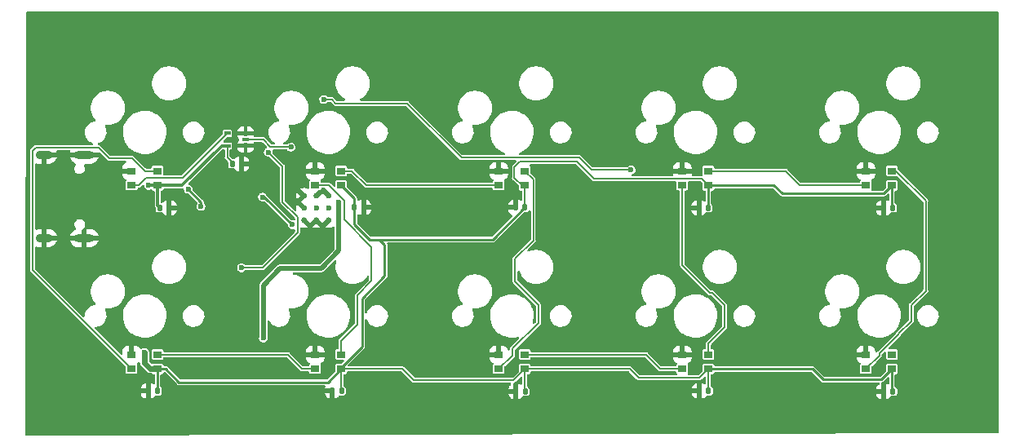
<source format=gbr>
%TF.GenerationSoftware,KiCad,Pcbnew,(7.0.0-0)*%
%TF.CreationDate,2023-04-10T20:33:14-04:00*%
%TF.ProjectId,KnGYT,4b6e4759-542e-46b6-9963-61645f706362,rev?*%
%TF.SameCoordinates,Original*%
%TF.FileFunction,Copper,L1,Top*%
%TF.FilePolarity,Positive*%
%FSLAX46Y46*%
G04 Gerber Fmt 4.6, Leading zero omitted, Abs format (unit mm)*
G04 Created by KiCad (PCBNEW (7.0.0-0)) date 2023-04-10 20:33:14*
%MOMM*%
%LPD*%
G01*
G04 APERTURE LIST*
G04 Aperture macros list*
%AMRoundRect*
0 Rectangle with rounded corners*
0 $1 Rounding radius*
0 $2 $3 $4 $5 $6 $7 $8 $9 X,Y pos of 4 corners*
0 Add a 4 corners polygon primitive as box body*
4,1,4,$2,$3,$4,$5,$6,$7,$8,$9,$2,$3,0*
0 Add four circle primitives for the rounded corners*
1,1,$1+$1,$2,$3*
1,1,$1+$1,$4,$5*
1,1,$1+$1,$6,$7*
1,1,$1+$1,$8,$9*
0 Add four rect primitives between the rounded corners*
20,1,$1+$1,$2,$3,$4,$5,0*
20,1,$1+$1,$4,$5,$6,$7,0*
20,1,$1+$1,$6,$7,$8,$9,0*
20,1,$1+$1,$8,$9,$2,$3,0*%
G04 Aperture macros list end*
%TA.AperFunction,SMDPad,CuDef*%
%ADD10RoundRect,0.140000X0.140000X0.170000X-0.140000X0.170000X-0.140000X-0.170000X0.140000X-0.170000X0*%
%TD*%
%TA.AperFunction,SMDPad,CuDef*%
%ADD11R,0.900000X0.750000*%
%TD*%
%TA.AperFunction,SMDPad,CuDef*%
%ADD12R,0.900000X0.760000*%
%TD*%
%TA.AperFunction,SMDPad,CuDef*%
%ADD13RoundRect,0.140000X-0.140000X-0.170000X0.140000X-0.170000X0.140000X0.170000X-0.140000X0.170000X0*%
%TD*%
%TA.AperFunction,SMDPad,CuDef*%
%ADD14R,0.650000X0.400000*%
%TD*%
%TA.AperFunction,ComponentPad*%
%ADD15C,0.600000*%
%TD*%
%TA.AperFunction,ComponentPad*%
%ADD16O,1.700000X0.900000*%
%TD*%
%TA.AperFunction,ComponentPad*%
%ADD17O,2.000000X0.900000*%
%TD*%
%TA.AperFunction,ViaPad*%
%ADD18C,0.600000*%
%TD*%
%TA.AperFunction,Conductor*%
%ADD19C,0.300000*%
%TD*%
%TA.AperFunction,Conductor*%
%ADD20C,0.200000*%
%TD*%
%TA.AperFunction,Conductor*%
%ADD21C,0.250000*%
%TD*%
%TA.AperFunction,Conductor*%
%ADD22C,0.600000*%
%TD*%
%TA.AperFunction,Conductor*%
%ADD23C,0.500000*%
%TD*%
G04 APERTURE END LIST*
D10*
%TO.P,C4,1*%
%TO.N,+5V*%
X137400000Y-66975000D03*
%TO.P,C4,2*%
%TO.N,GND*%
X136440000Y-66975000D03*
%TD*%
D11*
%TO.P,NP10,1,GND*%
%TO.N,GND*%
X153774999Y-82199999D03*
%TO.P,NP10,2,DIN*%
%TO.N,Net-(NP10-DIN)*%
X153774999Y-83699999D03*
D12*
%TO.P,NP10,3,+5V*%
%TO.N,+5V*%
X156474999Y-83699999D03*
D11*
%TO.P,NP10,4,DOUT*%
%TO.N,unconnected-(NP10-DOUT-Pad4)*%
X156474999Y-82199999D03*
%TD*%
%TO.P,NP8,1,GND*%
%TO.N,GND*%
X115674999Y-82199999D03*
%TO.P,NP8,2,DIN*%
%TO.N,Net-(NP3-DOUT)*%
X115674999Y-83699999D03*
D12*
%TO.P,NP8,3,+5V*%
%TO.N,+5V*%
X118374999Y-83699999D03*
D11*
%TO.P,NP8,4,DOUT*%
%TO.N,Net-(NP8-DOUT)*%
X118374999Y-82199999D03*
%TD*%
D13*
%TO.P,C1,1*%
%TO.N,+5V*%
X80515000Y-66975000D03*
%TO.P,C1,2*%
%TO.N,GND*%
X81475000Y-66975000D03*
%TD*%
%TO.P,C11,1*%
%TO.N,+5V*%
X88020000Y-62400000D03*
%TO.P,C11,2*%
%TO.N,GND*%
X88980000Y-62400000D03*
%TD*%
D10*
%TO.P,C9,1*%
%TO.N,+5V*%
X137450000Y-86000000D03*
%TO.P,C9,2*%
%TO.N,GND*%
X136490000Y-86000000D03*
%TD*%
%TO.P,C8,1*%
%TO.N,+5V*%
X118405000Y-86025000D03*
%TO.P,C8,2*%
%TO.N,GND*%
X117445000Y-86025000D03*
%TD*%
D11*
%TO.P,NP3,1,GND*%
%TO.N,GND*%
X115674999Y-63149999D03*
%TO.P,NP3,2,DIN*%
%TO.N,Net-(NP2-DOUT)*%
X115674999Y-64649999D03*
D12*
%TO.P,NP3,3,+5V*%
%TO.N,+5V*%
X118374999Y-64649999D03*
D11*
%TO.P,NP3,4,DOUT*%
%TO.N,Net-(NP3-DOUT)*%
X118374999Y-63149999D03*
%TD*%
D13*
%TO.P,C2,1*%
%TO.N,+5V*%
X100690000Y-66950000D03*
%TO.P,C2,2*%
%TO.N,GND*%
X101650000Y-66950000D03*
%TD*%
D10*
%TO.P,C5,1*%
%TO.N,+5V*%
X156560000Y-67000000D03*
%TO.P,C5,2*%
%TO.N,GND*%
X155600000Y-67000000D03*
%TD*%
%TO.P,C10,1*%
%TO.N,+5V*%
X156580000Y-86025000D03*
%TO.P,C10,2*%
%TO.N,GND*%
X155620000Y-86025000D03*
%TD*%
%TO.P,C6,1*%
%TO.N,+5V*%
X80275000Y-86000000D03*
%TO.P,C6,2*%
%TO.N,GND*%
X79315000Y-86000000D03*
%TD*%
%TO.P,C7,1*%
%TO.N,+5V*%
X99360000Y-85975000D03*
%TO.P,C7,2*%
%TO.N,GND*%
X98400000Y-85975000D03*
%TD*%
D11*
%TO.P,NP7,1,GND*%
%TO.N,GND*%
X96624999Y-82199999D03*
%TO.P,NP7,2,DIN*%
%TO.N,Net-(NP6-DOUT)*%
X96624999Y-83699999D03*
D12*
%TO.P,NP7,3,+5V*%
%TO.N,+5V*%
X99324999Y-83699999D03*
D11*
%TO.P,NP7,4,DOUT*%
%TO.N,Net-(NP2-DIN)*%
X99324999Y-82199999D03*
%TD*%
%TO.P,NP9,1,GND*%
%TO.N,GND*%
X134724999Y-82199999D03*
%TO.P,NP9,2,DIN*%
%TO.N,Net-(NP8-DOUT)*%
X134724999Y-83699999D03*
D12*
%TO.P,NP9,3,+5V*%
%TO.N,+5V*%
X137424999Y-83699999D03*
D11*
%TO.P,NP9,4,DOUT*%
%TO.N,Net-(NP4-DIN)*%
X137424999Y-82199999D03*
%TD*%
%TO.P,NP4,1,GND*%
%TO.N,GND*%
X134724999Y-63149999D03*
%TO.P,NP4,2,DIN*%
%TO.N,Net-(NP4-DIN)*%
X134724999Y-64649999D03*
D12*
%TO.P,NP4,3,+5V*%
%TO.N,+5V*%
X137424999Y-64649999D03*
D11*
%TO.P,NP4,4,DOUT*%
%TO.N,Net-(NP4-DOUT)*%
X137424999Y-63149999D03*
%TD*%
%TO.P,NP1,1,GND*%
%TO.N,GND*%
X77574999Y-63149999D03*
%TO.P,NP1,2,DIN*%
%TO.N,/NEOPXL*%
X77574999Y-64649999D03*
D12*
%TO.P,NP1,3,+5V*%
%TO.N,+5V*%
X80274999Y-64649999D03*
D11*
%TO.P,NP1,4,DOUT*%
%TO.N,Net-(NP1-DOUT)*%
X80274999Y-63149999D03*
%TD*%
%TO.P,NP2,1,GND*%
%TO.N,GND*%
X96624999Y-63149999D03*
%TO.P,NP2,2,DIN*%
%TO.N,Net-(NP2-DIN)*%
X96624999Y-64649999D03*
D12*
%TO.P,NP2,3,+5V*%
%TO.N,+5V*%
X99324999Y-64649999D03*
D11*
%TO.P,NP2,4,DOUT*%
%TO.N,Net-(NP2-DOUT)*%
X99324999Y-63149999D03*
%TD*%
D10*
%TO.P,C3,1*%
%TO.N,+5V*%
X118400000Y-66950000D03*
%TO.P,C3,2*%
%TO.N,GND*%
X117440000Y-66950000D03*
%TD*%
D11*
%TO.P,NP6,1,GND*%
%TO.N,GND*%
X77574999Y-82199999D03*
%TO.P,NP6,2,DIN*%
%TO.N,Net-(NP1-DOUT)*%
X77574999Y-83699999D03*
D12*
%TO.P,NP6,3,+5V*%
%TO.N,+5V*%
X80274999Y-83699999D03*
D11*
%TO.P,NP6,4,DOUT*%
%TO.N,Net-(NP6-DOUT)*%
X80274999Y-82199999D03*
%TD*%
D14*
%TO.P,U1,1*%
%TO.N,GND*%
X89399999Y-60549999D03*
%TO.P,U1,2*%
%TO.N,/NEO3V3*%
X89399999Y-59899999D03*
%TO.P,U1,3,GND*%
%TO.N,GND*%
X89399999Y-59249999D03*
%TO.P,U1,4*%
%TO.N,/NEOPXL*%
X87499999Y-59249999D03*
%TO.P,U1,5,VCC*%
%TO.N,+5V*%
X87499999Y-60549999D03*
%TD*%
D11*
%TO.P,NP5,1,GND*%
%TO.N,GND*%
X153774999Y-63149999D03*
%TO.P,NP5,2,DIN*%
%TO.N,Net-(NP4-DOUT)*%
X153774999Y-64649999D03*
D12*
%TO.P,NP5,3,+5V*%
%TO.N,+5V*%
X156474999Y-64649999D03*
D11*
%TO.P,NP5,4,DOUT*%
%TO.N,Net-(NP10-DIN)*%
X156474999Y-63149999D03*
%TD*%
D15*
%TO.P,U4,57,GND*%
%TO.N,GND*%
X98015000Y-65712500D03*
X96740000Y-65712500D03*
X95465000Y-65712500D03*
X98015000Y-66987500D03*
X96740000Y-66987500D03*
X95465000Y-66987500D03*
X98015000Y-68262500D03*
X96740000Y-68262500D03*
X95465000Y-68262500D03*
%TD*%
D16*
%TO.P,J1,S1,SHIELD*%
%TO.N,GND*%
X68499999Y-70124999D03*
D17*
X72669999Y-70124999D03*
D16*
X68499999Y-61484999D03*
D17*
X72669999Y-61484999D03*
%TD*%
D18*
%TO.N,+5V*%
X78925000Y-81975000D03*
X79350000Y-64650000D03*
%TO.N,GND*%
X137950000Y-68200000D03*
X89750000Y-70897500D03*
X76000000Y-68025000D03*
X114310000Y-66752000D03*
X105410000Y-65271500D03*
X93750000Y-84250000D03*
X89703224Y-64221776D03*
X105725000Y-72275000D03*
X83000000Y-84500000D03*
X104422000Y-67811500D03*
X83250000Y-62275000D03*
X90000000Y-70147500D03*
X102108000Y-63389500D03*
X95000000Y-62147500D03*
X76115000Y-63025000D03*
X89600000Y-67050000D03*
X89425000Y-58225000D03*
%TO.N,+1V1*%
X94234000Y-68723500D03*
X91153504Y-65857276D03*
%TO.N,+3V3*%
X91250000Y-80500000D03*
X84775000Y-66825000D03*
X83450000Y-65050000D03*
X99060000Y-69231500D03*
X99060000Y-66437500D03*
%TO.N,/COL1*%
X88975000Y-73200000D03*
X91750000Y-61200500D03*
%TO.N,/~{USB_BOOT}*%
X129400000Y-63025000D03*
X97500000Y-55725000D03*
%TO.N,/NEO3V3*%
X94116056Y-60686056D03*
%TD*%
D19*
%TO.N,+5V*%
X80275000Y-64650000D02*
X79350000Y-64650000D01*
D20*
X137425000Y-83700000D02*
X137425000Y-86100000D01*
D21*
X80275000Y-85800000D02*
X80350000Y-85875000D01*
X80275000Y-83700000D02*
X81125000Y-83700000D01*
D22*
X79475000Y-83650000D02*
X80225000Y-83650000D01*
D21*
X100690000Y-68715000D02*
X102250000Y-70275000D01*
X103313173Y-70275000D02*
X103825000Y-70786827D01*
D19*
X80275000Y-64650000D02*
X82825000Y-64650000D01*
D21*
X137425000Y-64650000D02*
X137425000Y-66950000D01*
X103825000Y-70786827D02*
X103825000Y-74050000D01*
X137425000Y-66950000D02*
X137400000Y-66975000D01*
X102250000Y-70275000D02*
X103313173Y-70275000D01*
D20*
X118375000Y-85995000D02*
X118405000Y-86025000D01*
D21*
X99325000Y-83575000D02*
X99325000Y-83700000D01*
D20*
X87500000Y-60550000D02*
X87500000Y-61730000D01*
D19*
X80275000Y-64650000D02*
X80275000Y-66735000D01*
X86925000Y-60550000D02*
X87500000Y-60550000D01*
D21*
X137425000Y-64650000D02*
X144225000Y-64650000D01*
D20*
X117300000Y-63875000D02*
X118075000Y-64650000D01*
D21*
X155375000Y-84800000D02*
X156475000Y-83700000D01*
X145075000Y-65500000D02*
X155625000Y-65500000D01*
X80275000Y-83700000D02*
X80275000Y-85200000D01*
D19*
X80275000Y-66735000D02*
X80515000Y-66975000D01*
D21*
X100690000Y-66015000D02*
X100690000Y-66950000D01*
X156475000Y-66915000D02*
X156560000Y-67000000D01*
D20*
X125550000Y-63950000D02*
X123775000Y-62175000D01*
D21*
X100690000Y-66950000D02*
X100690000Y-68715000D01*
X115075000Y-70275000D02*
X118400000Y-66950000D01*
X148225000Y-83700000D02*
X149325000Y-84800000D01*
X156475000Y-83700000D02*
X156475000Y-85920000D01*
D20*
X117200000Y-84875000D02*
X118375000Y-83700000D01*
D21*
X156475000Y-66840000D02*
X156560000Y-66925000D01*
X81125000Y-83700000D02*
X82500000Y-85075000D01*
X137425000Y-83700000D02*
X148225000Y-83700000D01*
X80275000Y-85200000D02*
X80275000Y-85800000D01*
D20*
X129275000Y-83700000D02*
X130200000Y-84625000D01*
X123775000Y-62175000D02*
X117850000Y-62175000D01*
X99325000Y-83700000D02*
X99325000Y-85940000D01*
D21*
X156475000Y-85920000D02*
X156580000Y-86025000D01*
X82500000Y-85075000D02*
X97950000Y-85075000D01*
D20*
X117300000Y-62750000D02*
X117850000Y-62200000D01*
D21*
X149325000Y-84800000D02*
X155375000Y-84800000D01*
D20*
X99325000Y-83700000D02*
X105675000Y-83700000D01*
D21*
X156475000Y-64650000D02*
X156475000Y-66915000D01*
D20*
X99325000Y-85940000D02*
X99360000Y-85975000D01*
D21*
X99325000Y-64650000D02*
X100690000Y-66015000D01*
X103825000Y-74050000D02*
X101475000Y-76400000D01*
D20*
X99325000Y-83700000D02*
X99325000Y-85795000D01*
D21*
X103313173Y-70275000D02*
X115075000Y-70275000D01*
D20*
X118075000Y-64650000D02*
X118375000Y-64650000D01*
X118375000Y-83700000D02*
X118375000Y-85995000D01*
X137425000Y-64650000D02*
X136725000Y-63950000D01*
D21*
X101475000Y-81425000D02*
X99325000Y-83575000D01*
D20*
X130200000Y-84625000D02*
X136500000Y-84625000D01*
D22*
X78925000Y-83100000D02*
X79475000Y-83650000D01*
D20*
X106850000Y-84875000D02*
X117200000Y-84875000D01*
X99325000Y-85795000D02*
X99380000Y-85850000D01*
X118400000Y-66950000D02*
X118375000Y-66925000D01*
D22*
X80225000Y-83650000D02*
X80275000Y-83700000D01*
D20*
X117850000Y-62200000D02*
X117850000Y-62175000D01*
D22*
X78925000Y-81975000D02*
X78925000Y-83100000D01*
D20*
X118375000Y-83700000D02*
X129275000Y-83700000D01*
D19*
X82825000Y-64650000D02*
X86925000Y-60550000D01*
D20*
X118375000Y-66925000D02*
X118375000Y-64650000D01*
X136725000Y-63950000D02*
X125550000Y-63950000D01*
X87500000Y-61730000D02*
X88020000Y-62250000D01*
D21*
X144225000Y-64650000D02*
X145075000Y-65500000D01*
X101475000Y-76400000D02*
X101475000Y-81425000D01*
D20*
X117300000Y-62750000D02*
X117300000Y-63875000D01*
D21*
X97950000Y-85075000D02*
X99325000Y-83700000D01*
X80275000Y-85200000D02*
X80275000Y-86000000D01*
D20*
X105675000Y-83700000D02*
X106850000Y-84875000D01*
D21*
X155625000Y-65500000D02*
X156475000Y-64650000D01*
D20*
X136500000Y-84625000D02*
X137425000Y-83700000D01*
D21*
%TO.N,+1V1*%
X94223500Y-68723500D02*
X91357276Y-65857276D01*
X91357276Y-65857276D02*
X91153504Y-65857276D01*
X94234000Y-68723500D02*
X94223500Y-68723500D01*
D23*
%TO.N,+3V3*%
X99060000Y-66437500D02*
X99060000Y-69231500D01*
D21*
X84775000Y-66825000D02*
X84775000Y-66375000D01*
X84775000Y-66375000D02*
X83450000Y-65050000D01*
D23*
X97250000Y-73250000D02*
X93000000Y-73250000D01*
X97250000Y-73250000D02*
X99060000Y-71440000D01*
X99060000Y-71440000D02*
X99060000Y-69231500D01*
X91250000Y-75000000D02*
X91250000Y-80500000D01*
X91250000Y-75000000D02*
X93000000Y-73250000D01*
D20*
%TO.N,/COL1*%
X91150000Y-73200000D02*
X94784000Y-69566000D01*
X94784000Y-67931500D02*
X93250000Y-66397500D01*
X94784000Y-69566000D02*
X94784000Y-67931500D01*
X93250000Y-66397500D02*
X93250000Y-62700500D01*
X93250000Y-62700500D02*
X91750000Y-61200500D01*
X88975000Y-73200000D02*
X91150000Y-73200000D01*
%TO.N,/~{USB_BOOT}*%
X106175000Y-56125000D02*
X98750000Y-56125000D01*
X125275000Y-63025000D02*
X129400000Y-63025000D01*
X98350000Y-55725000D02*
X97500000Y-55725000D01*
X106175000Y-56125000D02*
X111800000Y-61750000D01*
X111800000Y-61750000D02*
X124000000Y-61750000D01*
X98750000Y-56125000D02*
X98350000Y-55725000D01*
X124000000Y-61750000D02*
X125275000Y-63025000D01*
%TO.N,/NEOPXL*%
X82850000Y-63900000D02*
X79075000Y-63900000D01*
X78325000Y-64650000D02*
X77575000Y-64650000D01*
X79075000Y-63900000D02*
X78325000Y-64650000D01*
X87500000Y-59250000D02*
X82850000Y-63900000D01*
%TO.N,Net-(NP1-DOUT)*%
X78950000Y-63150000D02*
X77625000Y-61825000D01*
X74150000Y-60725000D02*
X67625000Y-60725000D01*
X80275000Y-63150000D02*
X78950000Y-63150000D01*
X67300000Y-61050000D02*
X67300000Y-73425000D01*
X67300000Y-73425000D02*
X77575000Y-83700000D01*
X67625000Y-60725000D02*
X67300000Y-61050000D01*
X75250000Y-61825000D02*
X74150000Y-60725000D01*
X77625000Y-61825000D02*
X75250000Y-61825000D01*
%TO.N,Net-(NP2-DOUT)*%
X99325000Y-63150000D02*
X100450000Y-63150000D01*
X100450000Y-63150000D02*
X101950000Y-64650000D01*
X101950000Y-64650000D02*
X115675000Y-64650000D01*
%TO.N,Net-(NP3-DOUT)*%
X117100000Y-82325000D02*
X117050000Y-82325000D01*
X119250000Y-64025000D02*
X119250000Y-70380000D01*
X117365000Y-74615000D02*
X119800000Y-77050000D01*
X119250000Y-70380000D02*
X117365000Y-72265000D01*
X117050000Y-82325000D02*
X115675000Y-83700000D01*
X117100000Y-81600000D02*
X117100000Y-82325000D01*
X117365000Y-72265000D02*
X117365000Y-74615000D01*
X119800000Y-78900000D02*
X117100000Y-81600000D01*
X119800000Y-77050000D02*
X119800000Y-78900000D01*
X118375000Y-63150000D02*
X119250000Y-64025000D01*
%TO.N,Net-(NP4-DOUT)*%
X153775000Y-64650000D02*
X146925000Y-64650000D01*
X146925000Y-64650000D02*
X145425000Y-63150000D01*
X145425000Y-63150000D02*
X137425000Y-63150000D01*
%TO.N,Net-(NP6-DOUT)*%
X96625000Y-83700000D02*
X95275000Y-83700000D01*
X95275000Y-83700000D02*
X93775000Y-82200000D01*
X93775000Y-82200000D02*
X80275000Y-82200000D01*
%TO.N,Net-(NP8-DOUT)*%
X118375000Y-82200000D02*
X130950000Y-82200000D01*
X132450000Y-83700000D02*
X134725000Y-83700000D01*
X130950000Y-82200000D02*
X132450000Y-83700000D01*
%TO.N,Net-(NP10-DIN)*%
X155150000Y-82325000D02*
X155150000Y-82100000D01*
X157150000Y-80075000D02*
X158462500Y-78762500D01*
X157150000Y-80100000D02*
X157150000Y-80075000D01*
X155150000Y-82100000D02*
X157150000Y-80100000D01*
X159975000Y-66275000D02*
X156850000Y-63150000D01*
X156850000Y-63150000D02*
X156475000Y-63150000D01*
X158462500Y-77112500D02*
X159975000Y-75600000D01*
X153775000Y-83700000D02*
X155150000Y-82325000D01*
X159975000Y-75600000D02*
X159975000Y-66275000D01*
X158462500Y-78762500D02*
X158462500Y-77112500D01*
%TO.N,/NEO3V3*%
X91980500Y-60650500D02*
X91230000Y-59900000D01*
X94080500Y-60650500D02*
X91980500Y-60650500D01*
X94116056Y-60686056D02*
X94080500Y-60650500D01*
X91230000Y-59900000D02*
X89400000Y-59900000D01*
%TO.N,Net-(NP2-DIN)*%
X101000000Y-79100000D02*
X101000000Y-76050000D01*
X99610000Y-66209682D02*
X98050318Y-64650000D01*
X102475000Y-74575000D02*
X102475000Y-71075000D01*
X99325000Y-82200000D02*
X99325000Y-80775000D01*
X98050318Y-64650000D02*
X96625000Y-64650000D01*
X99610000Y-68210000D02*
X99610000Y-66209682D01*
X101000000Y-76050000D02*
X102475000Y-74575000D01*
X99325000Y-80775000D02*
X101000000Y-79100000D01*
X102475000Y-71075000D02*
X99610000Y-68210000D01*
%TO.N,Net-(NP4-DIN)*%
X137825000Y-75800000D02*
X139100000Y-77075000D01*
X137825000Y-75800000D02*
X137575000Y-75800000D01*
X137575000Y-75800000D02*
X134725000Y-72950000D01*
X137425000Y-81075000D02*
X139125000Y-79375000D01*
X139100000Y-77075000D02*
X139125000Y-77075000D01*
X137425000Y-82200000D02*
X137425000Y-81075000D01*
X139125000Y-79375000D02*
X139125000Y-77075000D01*
X134725000Y-72950000D02*
X134725000Y-64650000D01*
%TD*%
%TA.AperFunction,Conductor*%
%TO.N,GND*%
G36*
X97591405Y-64914869D02*
G01*
X97635917Y-64954648D01*
X97644909Y-64978881D01*
X97661772Y-65005719D01*
X98280872Y-65624819D01*
X98312966Y-65680406D01*
X98312966Y-65744594D01*
X98280872Y-65800181D01*
X98102681Y-65978372D01*
X98047094Y-66010466D01*
X97982906Y-66010466D01*
X97927319Y-65978372D01*
X97389042Y-65440095D01*
X97377499Y-65433431D01*
X97365957Y-65440095D01*
X96827681Y-65978372D01*
X96772094Y-66010466D01*
X96707906Y-66010466D01*
X96652319Y-65978372D01*
X96474128Y-65800181D01*
X96442034Y-65744594D01*
X96442034Y-65680406D01*
X96474128Y-65624819D01*
X96887128Y-65211819D01*
X96927356Y-65184939D01*
X96974809Y-65175500D01*
X97083725Y-65175500D01*
X97089820Y-65175500D01*
X97133722Y-65166767D01*
X97183504Y-65133504D01*
X97216767Y-65083722D01*
X97225500Y-65039820D01*
X97225500Y-65024500D01*
X97242113Y-64962500D01*
X97287500Y-64917113D01*
X97349500Y-64900500D01*
X97533464Y-64900500D01*
X97591405Y-64914869D01*
G37*
%TD.AperFunction*%
%TA.AperFunction,Conductor*%
G36*
X167513000Y-46642113D02*
G01*
X167558387Y-46687500D01*
X167575000Y-46749500D01*
X167575000Y-90276245D01*
X167558428Y-90338174D01*
X167513142Y-90383550D01*
X167451245Y-90400244D01*
X167248392Y-90400646D01*
X66674456Y-90599753D01*
X66612292Y-90583187D01*
X66566794Y-90537702D01*
X66550211Y-90475545D01*
X66557378Y-86266414D01*
X78537690Y-86266414D01*
X78539624Y-86277005D01*
X78580791Y-86418702D01*
X78586939Y-86432909D01*
X78661308Y-86558660D01*
X78670799Y-86570896D01*
X78774103Y-86674200D01*
X78786339Y-86683691D01*
X78912091Y-86758061D01*
X78926293Y-86764207D01*
X79051142Y-86800479D01*
X79062409Y-86801054D01*
X79065000Y-86790075D01*
X79065000Y-86266326D01*
X79061549Y-86253450D01*
X79048674Y-86250000D01*
X78553363Y-86250000D01*
X78540218Y-86253706D01*
X78537690Y-86266414D01*
X66557378Y-86266414D01*
X66558285Y-85733584D01*
X78537689Y-85733584D01*
X78540217Y-85746293D01*
X78553359Y-85750000D01*
X79048674Y-85750000D01*
X79061549Y-85746549D01*
X79065000Y-85733674D01*
X79065000Y-85209925D01*
X79062409Y-85198945D01*
X79051142Y-85199520D01*
X78926293Y-85235792D01*
X78912091Y-85241938D01*
X78786339Y-85316308D01*
X78774103Y-85325799D01*
X78670799Y-85429103D01*
X78661308Y-85441339D01*
X78586939Y-85567090D01*
X78580791Y-85581297D01*
X78539623Y-85722997D01*
X78537689Y-85733584D01*
X66558285Y-85733584D01*
X66579242Y-73425000D01*
X67044592Y-73425000D01*
X67046975Y-73436980D01*
X67061650Y-73510760D01*
X67061651Y-73510763D01*
X67064034Y-73522741D01*
X67073379Y-73536726D01*
X67119399Y-73605601D01*
X67129551Y-73612384D01*
X67129553Y-73612386D01*
X67130165Y-73612795D01*
X67148957Y-73628217D01*
X76938181Y-83417441D01*
X76965061Y-83457669D01*
X76974500Y-83505122D01*
X76974500Y-84089820D01*
X76975688Y-84095795D01*
X76975689Y-84095799D01*
X76980849Y-84121740D01*
X76980850Y-84121742D01*
X76983233Y-84133722D01*
X77016496Y-84183504D01*
X77066278Y-84216767D01*
X77110180Y-84225500D01*
X78033725Y-84225500D01*
X78039820Y-84225500D01*
X78083722Y-84216767D01*
X78133504Y-84183504D01*
X78166767Y-84133722D01*
X78175500Y-84089820D01*
X78175500Y-83310180D01*
X78166767Y-83266278D01*
X78141236Y-83228069D01*
X78121525Y-83176279D01*
X78126341Y-83121072D01*
X78154726Y-83073477D01*
X78201008Y-83042998D01*
X78258782Y-83021450D01*
X78281974Y-83008787D01*
X78282787Y-83010276D01*
X78334679Y-82990107D01*
X78400311Y-83001598D01*
X78450521Y-83045400D01*
X78470691Y-83108496D01*
X78469730Y-83117035D01*
X78471457Y-83126161D01*
X78480356Y-83173197D01*
X78481132Y-83177765D01*
X78486970Y-83216496D01*
X78489652Y-83234287D01*
X78493379Y-83242026D01*
X78494977Y-83250472D01*
X78499321Y-83258691D01*
X78521687Y-83301010D01*
X78523777Y-83305149D01*
X78544544Y-83348273D01*
X78544546Y-83348276D01*
X78548575Y-83356642D01*
X78554417Y-83362939D01*
X78558434Y-83370538D01*
X78565004Y-83377108D01*
X78598847Y-83410951D01*
X78602065Y-83414291D01*
X78640945Y-83456194D01*
X78646950Y-83459661D01*
X78652653Y-83464757D01*
X79133634Y-83945738D01*
X79142900Y-83956106D01*
X79159326Y-83976704D01*
X79159328Y-83976705D01*
X79165121Y-83983970D01*
X79212375Y-84016187D01*
X79216116Y-84018843D01*
X79254634Y-84047270D01*
X79254637Y-84047271D01*
X79262117Y-84052792D01*
X79270222Y-84055628D01*
X79277327Y-84060472D01*
X79332017Y-84077341D01*
X79336337Y-84078763D01*
X79390300Y-84097646D01*
X79398887Y-84097967D01*
X79407098Y-84100500D01*
X79464261Y-84100500D01*
X79468898Y-84100587D01*
X79526010Y-84102724D01*
X79532712Y-84100928D01*
X79540342Y-84100500D01*
X79591415Y-84100500D01*
X79649868Y-84115142D01*
X79694515Y-84155607D01*
X79716496Y-84188504D01*
X79766278Y-84221767D01*
X79810180Y-84230500D01*
X79875500Y-84230500D01*
X79937500Y-84247113D01*
X79982887Y-84292500D01*
X79999500Y-84354500D01*
X79999500Y-85191076D01*
X79982724Y-85253357D01*
X79936937Y-85298786D01*
X79874526Y-85315072D01*
X79812379Y-85297808D01*
X79717908Y-85241938D01*
X79703706Y-85235792D01*
X79578857Y-85199520D01*
X79567590Y-85198945D01*
X79565000Y-85209925D01*
X79565000Y-86790075D01*
X79567590Y-86801054D01*
X79578857Y-86800479D01*
X79703706Y-86764207D01*
X79717908Y-86758061D01*
X79843660Y-86683691D01*
X79855896Y-86674200D01*
X79959201Y-86570895D01*
X79968686Y-86558666D01*
X79990736Y-86521381D01*
X80036031Y-86476790D01*
X80097466Y-86460499D01*
X80458372Y-86460499D01*
X80482662Y-86457682D01*
X80582016Y-86413813D01*
X80658813Y-86337016D01*
X80701025Y-86241414D01*
X97622690Y-86241414D01*
X97624624Y-86252005D01*
X97665791Y-86393702D01*
X97671939Y-86407909D01*
X97746308Y-86533660D01*
X97755799Y-86545896D01*
X97859103Y-86649200D01*
X97871339Y-86658691D01*
X97997091Y-86733061D01*
X98011293Y-86739207D01*
X98136142Y-86775479D01*
X98147409Y-86776054D01*
X98150000Y-86765075D01*
X98150000Y-86241326D01*
X98146549Y-86228450D01*
X98133674Y-86225000D01*
X97638363Y-86225000D01*
X97625218Y-86228706D01*
X97622690Y-86241414D01*
X80701025Y-86241414D01*
X80702682Y-86237662D01*
X80705500Y-86213373D01*
X80705499Y-85786628D01*
X80702682Y-85762338D01*
X80658813Y-85662984D01*
X80586819Y-85590990D01*
X80559939Y-85550762D01*
X80550500Y-85503309D01*
X80550500Y-84354500D01*
X80567113Y-84292500D01*
X80612500Y-84247113D01*
X80674500Y-84230500D01*
X80733725Y-84230500D01*
X80739820Y-84230500D01*
X80783722Y-84221767D01*
X80833504Y-84188504D01*
X80866767Y-84138722D01*
X80872500Y-84109900D01*
X80902237Y-84050822D01*
X80958119Y-84015434D01*
X81024245Y-84013810D01*
X81081797Y-84046413D01*
X82277370Y-85241986D01*
X82292790Y-85260775D01*
X82294587Y-85263465D01*
X82294589Y-85263467D01*
X82301376Y-85273624D01*
X82324376Y-85288992D01*
X82324378Y-85288994D01*
X82392506Y-85334516D01*
X82457673Y-85347478D01*
X82474369Y-85350799D01*
X82500000Y-85355897D01*
X82515158Y-85352881D01*
X82539348Y-85350500D01*
X97567850Y-85350500D01*
X97630131Y-85367275D01*
X97675560Y-85413062D01*
X97691846Y-85475473D01*
X97674583Y-85537620D01*
X97671938Y-85542091D01*
X97665791Y-85556297D01*
X97624623Y-85697997D01*
X97622689Y-85708584D01*
X97625217Y-85721293D01*
X97638359Y-85725000D01*
X98526000Y-85725000D01*
X98588000Y-85741613D01*
X98633387Y-85787000D01*
X98650000Y-85849000D01*
X98650000Y-86765075D01*
X98652590Y-86776054D01*
X98663857Y-86775479D01*
X98788706Y-86739207D01*
X98802908Y-86733061D01*
X98928660Y-86658691D01*
X98940896Y-86649200D01*
X99044201Y-86545895D01*
X99053686Y-86533666D01*
X99075736Y-86496381D01*
X99121031Y-86451790D01*
X99182466Y-86435499D01*
X99543372Y-86435499D01*
X99567662Y-86432682D01*
X99667016Y-86388813D01*
X99743813Y-86312016D01*
X99752910Y-86291414D01*
X116667690Y-86291414D01*
X116669624Y-86302005D01*
X116710791Y-86443702D01*
X116716939Y-86457909D01*
X116791308Y-86583660D01*
X116800799Y-86595896D01*
X116904103Y-86699200D01*
X116916339Y-86708691D01*
X117042091Y-86783061D01*
X117056293Y-86789207D01*
X117181142Y-86825479D01*
X117192409Y-86826054D01*
X117195000Y-86815075D01*
X117195000Y-86291326D01*
X117191549Y-86278450D01*
X117178674Y-86275000D01*
X116683363Y-86275000D01*
X116670218Y-86278706D01*
X116667690Y-86291414D01*
X99752910Y-86291414D01*
X99787682Y-86212662D01*
X99790500Y-86188373D01*
X99790499Y-85761628D01*
X99787682Y-85737338D01*
X99743813Y-85637984D01*
X99667016Y-85561187D01*
X99649414Y-85553415D01*
X99610479Y-85526301D01*
X99584577Y-85486549D01*
X99575500Y-85439980D01*
X99575500Y-84354500D01*
X99592113Y-84292500D01*
X99637500Y-84247113D01*
X99699500Y-84230500D01*
X99783725Y-84230500D01*
X99789820Y-84230500D01*
X99833722Y-84221767D01*
X99883504Y-84188504D01*
X99916767Y-84138722D01*
X99925500Y-84094820D01*
X99925500Y-84074500D01*
X99942113Y-84012500D01*
X99987500Y-83967113D01*
X100049500Y-83950500D01*
X105519878Y-83950500D01*
X105567331Y-83959939D01*
X105607559Y-83986819D01*
X106646783Y-85026043D01*
X106662204Y-85044833D01*
X106662613Y-85045446D01*
X106669399Y-85055601D01*
X106724631Y-85092505D01*
X106752260Y-85110966D01*
X106850000Y-85130408D01*
X106861980Y-85128025D01*
X106862694Y-85127883D01*
X106886885Y-85125500D01*
X116832383Y-85125500D01*
X116891436Y-85140465D01*
X116936236Y-85181746D01*
X116955969Y-85239381D01*
X116945874Y-85299458D01*
X116908386Y-85347478D01*
X116904101Y-85350801D01*
X116800799Y-85454103D01*
X116791308Y-85466339D01*
X116716939Y-85592090D01*
X116710791Y-85606297D01*
X116669623Y-85747997D01*
X116667689Y-85758584D01*
X116670217Y-85771293D01*
X116683359Y-85775000D01*
X117178674Y-85775000D01*
X117191549Y-85771549D01*
X117195000Y-85758674D01*
X117195000Y-85233166D01*
X117207789Y-85178320D01*
X117243518Y-85134787D01*
X117275435Y-85120327D01*
X117274480Y-85118022D01*
X117285762Y-85113348D01*
X117297741Y-85110966D01*
X117342742Y-85080897D01*
X117380601Y-85055601D01*
X117387795Y-85044832D01*
X117403210Y-85026048D01*
X117912818Y-84516441D01*
X117962182Y-84486191D01*
X118019898Y-84481649D01*
X118073385Y-84503804D01*
X118110985Y-84547827D01*
X118124500Y-84604122D01*
X118124500Y-85213119D01*
X118107724Y-85275400D01*
X118061937Y-85320829D01*
X117999526Y-85337115D01*
X117937379Y-85319851D01*
X117847908Y-85266938D01*
X117833706Y-85260792D01*
X117708857Y-85224520D01*
X117697590Y-85223945D01*
X117695000Y-85234925D01*
X117695000Y-86815075D01*
X117697590Y-86826054D01*
X117708857Y-86825479D01*
X117833706Y-86789207D01*
X117847908Y-86783061D01*
X117973660Y-86708691D01*
X117985896Y-86699200D01*
X118089201Y-86595895D01*
X118098686Y-86583666D01*
X118120736Y-86546381D01*
X118166031Y-86501790D01*
X118227466Y-86485499D01*
X118588372Y-86485499D01*
X118612662Y-86482682D01*
X118712016Y-86438813D01*
X118788813Y-86362016D01*
X118831025Y-86266414D01*
X135712690Y-86266414D01*
X135714624Y-86277005D01*
X135755791Y-86418702D01*
X135761939Y-86432909D01*
X135836308Y-86558660D01*
X135845799Y-86570896D01*
X135949103Y-86674200D01*
X135961339Y-86683691D01*
X136087091Y-86758061D01*
X136101293Y-86764207D01*
X136226142Y-86800479D01*
X136237409Y-86801054D01*
X136240000Y-86790075D01*
X136240000Y-86266326D01*
X136236549Y-86253450D01*
X136223674Y-86250000D01*
X135728363Y-86250000D01*
X135715218Y-86253706D01*
X135712690Y-86266414D01*
X118831025Y-86266414D01*
X118832682Y-86262662D01*
X118835500Y-86238373D01*
X118835499Y-85811628D01*
X118832682Y-85787338D01*
X118808947Y-85733584D01*
X135712689Y-85733584D01*
X135715217Y-85746293D01*
X135728359Y-85750000D01*
X136223674Y-85750000D01*
X136236549Y-85746549D01*
X136240000Y-85733674D01*
X136240000Y-85209925D01*
X136237409Y-85198945D01*
X136226142Y-85199520D01*
X136101293Y-85235792D01*
X136087091Y-85241938D01*
X135961339Y-85316308D01*
X135949103Y-85325799D01*
X135845799Y-85429103D01*
X135836308Y-85441339D01*
X135761939Y-85567090D01*
X135755791Y-85581297D01*
X135714623Y-85722997D01*
X135712689Y-85733584D01*
X118808947Y-85733584D01*
X118788813Y-85687984D01*
X118712016Y-85611187D01*
X118699414Y-85605623D01*
X118660480Y-85578510D01*
X118634577Y-85538758D01*
X118625500Y-85492188D01*
X118625500Y-84354500D01*
X118642113Y-84292500D01*
X118687500Y-84247113D01*
X118749500Y-84230500D01*
X118833725Y-84230500D01*
X118839820Y-84230500D01*
X118883722Y-84221767D01*
X118933504Y-84188504D01*
X118966767Y-84138722D01*
X118975500Y-84094820D01*
X118975500Y-84074500D01*
X118992113Y-84012500D01*
X119037500Y-83967113D01*
X119099500Y-83950500D01*
X129119878Y-83950500D01*
X129167331Y-83959939D01*
X129207558Y-83986818D01*
X129702388Y-84481649D01*
X129996785Y-84776046D01*
X130012206Y-84794836D01*
X130012613Y-84795446D01*
X130019399Y-84805601D01*
X130040316Y-84819577D01*
X130040317Y-84819578D01*
X130102260Y-84860966D01*
X130200000Y-84880409D01*
X130212699Y-84877882D01*
X130236890Y-84875500D01*
X136463115Y-84875500D01*
X136487306Y-84877883D01*
X136500000Y-84880408D01*
X136597741Y-84860966D01*
X136627536Y-84841057D01*
X136680601Y-84805601D01*
X136687795Y-84794832D01*
X136703205Y-84776053D01*
X136962821Y-84516438D01*
X137012182Y-84486191D01*
X137069898Y-84481649D01*
X137123386Y-84503804D01*
X137160985Y-84547827D01*
X137174500Y-84604122D01*
X137174500Y-85191076D01*
X137157724Y-85253357D01*
X137111937Y-85298786D01*
X137049526Y-85315072D01*
X136987379Y-85297808D01*
X136892908Y-85241938D01*
X136878706Y-85235792D01*
X136753857Y-85199520D01*
X136742590Y-85198945D01*
X136740000Y-85209925D01*
X136740000Y-86790075D01*
X136742590Y-86801054D01*
X136753857Y-86800479D01*
X136878706Y-86764207D01*
X136892908Y-86758061D01*
X137018660Y-86683691D01*
X137030896Y-86674200D01*
X137134201Y-86570895D01*
X137143686Y-86558666D01*
X137165736Y-86521381D01*
X137211031Y-86476790D01*
X137272466Y-86460499D01*
X137633372Y-86460499D01*
X137657662Y-86457682D01*
X137757016Y-86413813D01*
X137833813Y-86337016D01*
X137853948Y-86291414D01*
X154842690Y-86291414D01*
X154844624Y-86302005D01*
X154885791Y-86443702D01*
X154891939Y-86457909D01*
X154966308Y-86583660D01*
X154975799Y-86595896D01*
X155079103Y-86699200D01*
X155091339Y-86708691D01*
X155217091Y-86783061D01*
X155231293Y-86789207D01*
X155356142Y-86825479D01*
X155367409Y-86826054D01*
X155370000Y-86815075D01*
X155370000Y-86291326D01*
X155366549Y-86278450D01*
X155353674Y-86275000D01*
X154858363Y-86275000D01*
X154845218Y-86278706D01*
X154842690Y-86291414D01*
X137853948Y-86291414D01*
X137877682Y-86237662D01*
X137880500Y-86213373D01*
X137880499Y-85786628D01*
X137877682Y-85762338D01*
X137833813Y-85662984D01*
X137757016Y-85586187D01*
X137746501Y-85581544D01*
X137737025Y-85575053D01*
X137737418Y-85574477D01*
X137710476Y-85555714D01*
X137684576Y-85515964D01*
X137675500Y-85469396D01*
X137675500Y-84354500D01*
X137692113Y-84292500D01*
X137737500Y-84247113D01*
X137799500Y-84230500D01*
X137883725Y-84230500D01*
X137889820Y-84230500D01*
X137933722Y-84221767D01*
X137983504Y-84188504D01*
X138016767Y-84138722D01*
X138025500Y-84094820D01*
X138025500Y-84088724D01*
X138025636Y-84087344D01*
X138045937Y-84030608D01*
X138090586Y-83990142D01*
X138149039Y-83975500D01*
X148059522Y-83975500D01*
X148106975Y-83984939D01*
X148147203Y-84011819D01*
X149102370Y-84966986D01*
X149117790Y-84985775D01*
X149119587Y-84988465D01*
X149119589Y-84988467D01*
X149126376Y-84998624D01*
X149149376Y-85013992D01*
X149149378Y-85013994D01*
X149175534Y-85031471D01*
X149217505Y-85059515D01*
X149297867Y-85075500D01*
X149297868Y-85075500D01*
X149325000Y-85080897D01*
X149340152Y-85077882D01*
X149364344Y-85075500D01*
X155087529Y-85075500D01*
X155149304Y-85091983D01*
X155194655Y-85137051D01*
X155211527Y-85198721D01*
X155195432Y-85260598D01*
X155150650Y-85306232D01*
X155091339Y-85341308D01*
X155079103Y-85350799D01*
X154975799Y-85454103D01*
X154966308Y-85466339D01*
X154891939Y-85592090D01*
X154885791Y-85606297D01*
X154844623Y-85747997D01*
X154842689Y-85758584D01*
X154845217Y-85771293D01*
X154858359Y-85775000D01*
X155353674Y-85775000D01*
X155366549Y-85771549D01*
X155370000Y-85758674D01*
X155370000Y-85234925D01*
X155365011Y-85213779D01*
X155367373Y-85148223D01*
X155402849Y-85093045D01*
X155461507Y-85063689D01*
X155482495Y-85059515D01*
X155524465Y-85031471D01*
X155550622Y-85013994D01*
X155550627Y-85013989D01*
X155573624Y-84998624D01*
X155582210Y-84985772D01*
X155597624Y-84966990D01*
X155987818Y-84576797D01*
X156037182Y-84546547D01*
X156094898Y-84542005D01*
X156148385Y-84564160D01*
X156185985Y-84608183D01*
X156199500Y-84664478D01*
X156199500Y-85154585D01*
X156184628Y-85213468D01*
X156143578Y-85258226D01*
X156086198Y-85278123D01*
X156026251Y-85268386D01*
X156008699Y-85260790D01*
X155883857Y-85224520D01*
X155872590Y-85223945D01*
X155870000Y-85234925D01*
X155870000Y-86815075D01*
X155872590Y-86826054D01*
X155883857Y-86825479D01*
X156008706Y-86789207D01*
X156022908Y-86783061D01*
X156148660Y-86708691D01*
X156160896Y-86699200D01*
X156264201Y-86595895D01*
X156273686Y-86583666D01*
X156295736Y-86546381D01*
X156341031Y-86501790D01*
X156402466Y-86485499D01*
X156763372Y-86485499D01*
X156787662Y-86482682D01*
X156887016Y-86438813D01*
X156963813Y-86362016D01*
X157007682Y-86262662D01*
X157010500Y-86238373D01*
X157010499Y-85811628D01*
X157007682Y-85787338D01*
X156963813Y-85687984D01*
X156887016Y-85611187D01*
X156824411Y-85583544D01*
X156785479Y-85556433D01*
X156759577Y-85516681D01*
X156750500Y-85470112D01*
X156750500Y-84354500D01*
X156767113Y-84292500D01*
X156812500Y-84247113D01*
X156874500Y-84230500D01*
X156933725Y-84230500D01*
X156939820Y-84230500D01*
X156983722Y-84221767D01*
X157033504Y-84188504D01*
X157066767Y-84138722D01*
X157075500Y-84094820D01*
X157075500Y-83305180D01*
X157066767Y-83261278D01*
X157033504Y-83211496D01*
X156994206Y-83185238D01*
X156993880Y-83185020D01*
X156993878Y-83185019D01*
X156983722Y-83178233D01*
X156971742Y-83175850D01*
X156971740Y-83175849D01*
X156945799Y-83170689D01*
X156945795Y-83170688D01*
X156939820Y-83169500D01*
X156010180Y-83169500D01*
X156004205Y-83170688D01*
X156004200Y-83170689D01*
X155978259Y-83175849D01*
X155978255Y-83175850D01*
X155966278Y-83178233D01*
X155956122Y-83185018D01*
X155956119Y-83185020D01*
X155926651Y-83204710D01*
X155926648Y-83204712D01*
X155916496Y-83211496D01*
X155909712Y-83221648D01*
X155909710Y-83221651D01*
X155890020Y-83251119D01*
X155890018Y-83251122D01*
X155883233Y-83261278D01*
X155880850Y-83273255D01*
X155880849Y-83273259D01*
X155875689Y-83299200D01*
X155875688Y-83299205D01*
X155874500Y-83305180D01*
X155874500Y-83311275D01*
X155874500Y-83859522D01*
X155865061Y-83906975D01*
X155838181Y-83947203D01*
X155297203Y-84488181D01*
X155256975Y-84515061D01*
X155209522Y-84524500D01*
X149490478Y-84524500D01*
X149443025Y-84515061D01*
X149402797Y-84488181D01*
X148447627Y-83533011D01*
X148432210Y-83514226D01*
X148423624Y-83501376D01*
X148400623Y-83486007D01*
X148400622Y-83486006D01*
X148356005Y-83456194D01*
X148332495Y-83440485D01*
X148320517Y-83438102D01*
X148320516Y-83438102D01*
X148252133Y-83424500D01*
X148252132Y-83424500D01*
X148225000Y-83419103D01*
X148213020Y-83421486D01*
X148209848Y-83422117D01*
X148185656Y-83424500D01*
X138149039Y-83424500D01*
X138090586Y-83409858D01*
X138045937Y-83369392D01*
X138025636Y-83312656D01*
X138025500Y-83311275D01*
X138025500Y-83305180D01*
X138016767Y-83261278D01*
X137983504Y-83211496D01*
X137944206Y-83185238D01*
X137943880Y-83185020D01*
X137943878Y-83185019D01*
X137933722Y-83178233D01*
X137921742Y-83175850D01*
X137921740Y-83175849D01*
X137895799Y-83170689D01*
X137895795Y-83170688D01*
X137889820Y-83169500D01*
X136960180Y-83169500D01*
X136954205Y-83170688D01*
X136954200Y-83170689D01*
X136928259Y-83175849D01*
X136928255Y-83175850D01*
X136916278Y-83178233D01*
X136906122Y-83185018D01*
X136906119Y-83185020D01*
X136876651Y-83204710D01*
X136876648Y-83204712D01*
X136866496Y-83211496D01*
X136859712Y-83221648D01*
X136859710Y-83221651D01*
X136840020Y-83251119D01*
X136840018Y-83251122D01*
X136833233Y-83261278D01*
X136830850Y-83273255D01*
X136830849Y-83273259D01*
X136825689Y-83299200D01*
X136825688Y-83299205D01*
X136824500Y-83305180D01*
X136824500Y-83311275D01*
X136824500Y-83894877D01*
X136815061Y-83942330D01*
X136788181Y-83982558D01*
X136432559Y-84338181D01*
X136392331Y-84365061D01*
X136344878Y-84374500D01*
X135387872Y-84374500D01*
X135324124Y-84356859D01*
X135278514Y-84308954D01*
X135264021Y-84244417D01*
X135284768Y-84181611D01*
X135316767Y-84133722D01*
X135325500Y-84089820D01*
X135325500Y-83310180D01*
X135316767Y-83266278D01*
X135291236Y-83228069D01*
X135271525Y-83176279D01*
X135276341Y-83121072D01*
X135304726Y-83073477D01*
X135351008Y-83042998D01*
X135408782Y-83021450D01*
X135424189Y-83013037D01*
X135525092Y-82937501D01*
X135537501Y-82925092D01*
X135613037Y-82824189D01*
X135621452Y-82808777D01*
X135665888Y-82689641D01*
X135669426Y-82674667D01*
X135674646Y-82626114D01*
X135675000Y-82619518D01*
X135675000Y-82466326D01*
X135671549Y-82453450D01*
X135658674Y-82450000D01*
X133791326Y-82450000D01*
X133778450Y-82453450D01*
X133775000Y-82466326D01*
X133775000Y-82619518D01*
X133775353Y-82626114D01*
X133780573Y-82674667D01*
X133784111Y-82689641D01*
X133828547Y-82808777D01*
X133836962Y-82824189D01*
X133912498Y-82925092D01*
X133924907Y-82937501D01*
X134025810Y-83013037D01*
X134041223Y-83021453D01*
X134098991Y-83042999D01*
X134145273Y-83073477D01*
X134173658Y-83121072D01*
X134178475Y-83176278D01*
X134158763Y-83228068D01*
X134133233Y-83266278D01*
X134130850Y-83278255D01*
X134130849Y-83278259D01*
X134125689Y-83304200D01*
X134125688Y-83304205D01*
X134124500Y-83310180D01*
X134124500Y-83316275D01*
X134124500Y-83325500D01*
X134107887Y-83387500D01*
X134062500Y-83432887D01*
X134000500Y-83449500D01*
X132605122Y-83449500D01*
X132557669Y-83440061D01*
X132517441Y-83413181D01*
X131153217Y-82048957D01*
X131137795Y-82030165D01*
X131137386Y-82029553D01*
X131137384Y-82029551D01*
X131130601Y-82019399D01*
X131112378Y-82007223D01*
X131077536Y-81983942D01*
X131057896Y-81970819D01*
X131057895Y-81970818D01*
X131047741Y-81964034D01*
X131035763Y-81961651D01*
X131035760Y-81961650D01*
X130961980Y-81946975D01*
X130950000Y-81944592D01*
X130938020Y-81946975D01*
X130937306Y-81947117D01*
X130913115Y-81949500D01*
X119099500Y-81949500D01*
X119040437Y-81933674D01*
X133775000Y-81933674D01*
X133778450Y-81946549D01*
X133791326Y-81950000D01*
X134458674Y-81950000D01*
X134471549Y-81946549D01*
X134475000Y-81933674D01*
X134975000Y-81933674D01*
X134978450Y-81946549D01*
X134991326Y-81950000D01*
X135658674Y-81950000D01*
X135671549Y-81946549D01*
X135675000Y-81933674D01*
X135675000Y-81780482D01*
X135674646Y-81773885D01*
X135669426Y-81725332D01*
X135665888Y-81710358D01*
X135621452Y-81591222D01*
X135613037Y-81575810D01*
X135537501Y-81474907D01*
X135525092Y-81462498D01*
X135424189Y-81386962D01*
X135408777Y-81378547D01*
X135289641Y-81334111D01*
X135274667Y-81330573D01*
X135226114Y-81325353D01*
X135219518Y-81325000D01*
X134991326Y-81325000D01*
X134978450Y-81328450D01*
X134975000Y-81341326D01*
X134975000Y-81933674D01*
X134475000Y-81933674D01*
X134475000Y-81341326D01*
X134471549Y-81328450D01*
X134458674Y-81325000D01*
X134230482Y-81325000D01*
X134223885Y-81325353D01*
X134175332Y-81330573D01*
X134160358Y-81334111D01*
X134041222Y-81378547D01*
X134025810Y-81386962D01*
X133924907Y-81462498D01*
X133912498Y-81474907D01*
X133836962Y-81575810D01*
X133828547Y-81591222D01*
X133784111Y-81710358D01*
X133780573Y-81725332D01*
X133775353Y-81773885D01*
X133775000Y-81780482D01*
X133775000Y-81933674D01*
X119040437Y-81933674D01*
X119037500Y-81932887D01*
X118992113Y-81887500D01*
X118975500Y-81825500D01*
X118975500Y-81816275D01*
X118975500Y-81810180D01*
X118966767Y-81766278D01*
X118933504Y-81716496D01*
X118883722Y-81683233D01*
X118871742Y-81680850D01*
X118871740Y-81680849D01*
X118845799Y-81675689D01*
X118845795Y-81675688D01*
X118839820Y-81674500D01*
X117910180Y-81674500D01*
X117904205Y-81675688D01*
X117904200Y-81675689D01*
X117878259Y-81680849D01*
X117878255Y-81680850D01*
X117866278Y-81683233D01*
X117856122Y-81690018D01*
X117856119Y-81690020D01*
X117826651Y-81709710D01*
X117826648Y-81709712D01*
X117816496Y-81716496D01*
X117809712Y-81726648D01*
X117809710Y-81726651D01*
X117790020Y-81756119D01*
X117790018Y-81756122D01*
X117783233Y-81766278D01*
X117780850Y-81778255D01*
X117780849Y-81778259D01*
X117775689Y-81804200D01*
X117775688Y-81804205D01*
X117774500Y-81810180D01*
X117774500Y-82589820D01*
X117775688Y-82595795D01*
X117775689Y-82595799D01*
X117780849Y-82621740D01*
X117780850Y-82621742D01*
X117783233Y-82633722D01*
X117816496Y-82683504D01*
X117866278Y-82716767D01*
X117910180Y-82725500D01*
X118833725Y-82725500D01*
X118839820Y-82725500D01*
X118883722Y-82716767D01*
X118933504Y-82683504D01*
X118966767Y-82633722D01*
X118975500Y-82589820D01*
X118975500Y-82574500D01*
X118992113Y-82512500D01*
X119037500Y-82467113D01*
X119099500Y-82450500D01*
X130794878Y-82450500D01*
X130842331Y-82459939D01*
X130882559Y-82486819D01*
X132246783Y-83851043D01*
X132262204Y-83869833D01*
X132269399Y-83880601D01*
X132308871Y-83906975D01*
X132322463Y-83916057D01*
X132342104Y-83929181D01*
X132342105Y-83929181D01*
X132352259Y-83935966D01*
X132450000Y-83955408D01*
X132461980Y-83953025D01*
X132462694Y-83952883D01*
X132486885Y-83950500D01*
X134000500Y-83950500D01*
X134062500Y-83967113D01*
X134107887Y-84012500D01*
X134124500Y-84074500D01*
X134124500Y-84089820D01*
X134125688Y-84095795D01*
X134125689Y-84095799D01*
X134130849Y-84121740D01*
X134130850Y-84121742D01*
X134133233Y-84133722D01*
X134165231Y-84181611D01*
X134185979Y-84244417D01*
X134171486Y-84308954D01*
X134125876Y-84356859D01*
X134062128Y-84374500D01*
X130355123Y-84374500D01*
X130307670Y-84365061D01*
X130267442Y-84338181D01*
X129478217Y-83548957D01*
X129462795Y-83530165D01*
X129462386Y-83529553D01*
X129462384Y-83529551D01*
X129455601Y-83519399D01*
X129401956Y-83483555D01*
X129372741Y-83464034D01*
X129360763Y-83461651D01*
X129360762Y-83461651D01*
X129286980Y-83446975D01*
X129275000Y-83444592D01*
X129263020Y-83446975D01*
X129262306Y-83447117D01*
X129238115Y-83449500D01*
X119099500Y-83449500D01*
X119037500Y-83432887D01*
X118992113Y-83387500D01*
X118975500Y-83325500D01*
X118975500Y-83311275D01*
X118975500Y-83305180D01*
X118966767Y-83261278D01*
X118933504Y-83211496D01*
X118894206Y-83185238D01*
X118893880Y-83185020D01*
X118893878Y-83185019D01*
X118883722Y-83178233D01*
X118871742Y-83175850D01*
X118871740Y-83175849D01*
X118845799Y-83170689D01*
X118845795Y-83170688D01*
X118839820Y-83169500D01*
X117910180Y-83169500D01*
X117904205Y-83170688D01*
X117904200Y-83170689D01*
X117878259Y-83175849D01*
X117878255Y-83175850D01*
X117866278Y-83178233D01*
X117856122Y-83185018D01*
X117856119Y-83185020D01*
X117826651Y-83204710D01*
X117826648Y-83204712D01*
X117816496Y-83211496D01*
X117809712Y-83221648D01*
X117809710Y-83221651D01*
X117790020Y-83251119D01*
X117790018Y-83251122D01*
X117783233Y-83261278D01*
X117780850Y-83273255D01*
X117780849Y-83273259D01*
X117775689Y-83299200D01*
X117775688Y-83299205D01*
X117774500Y-83305180D01*
X117774500Y-83311275D01*
X117774500Y-83894878D01*
X117765061Y-83942331D01*
X117738181Y-83982559D01*
X117132559Y-84588181D01*
X117092331Y-84615061D01*
X117044878Y-84624500D01*
X107005122Y-84624500D01*
X106957669Y-84615061D01*
X106917441Y-84588181D01*
X105878217Y-83548957D01*
X105862795Y-83530165D01*
X105862386Y-83529553D01*
X105862384Y-83529551D01*
X105855601Y-83519399D01*
X105801956Y-83483555D01*
X105772741Y-83464034D01*
X105760763Y-83461651D01*
X105760762Y-83461651D01*
X105686980Y-83446975D01*
X105675000Y-83444592D01*
X105663020Y-83446975D01*
X105662306Y-83447117D01*
X105638115Y-83449500D01*
X100139478Y-83449500D01*
X100083183Y-83435985D01*
X100039160Y-83398385D01*
X100017005Y-83344898D01*
X100021547Y-83287182D01*
X100051797Y-83237819D01*
X100427581Y-82862035D01*
X101355940Y-81933674D01*
X114725000Y-81933674D01*
X114728450Y-81946549D01*
X114741326Y-81950000D01*
X115408674Y-81950000D01*
X115421549Y-81946549D01*
X115425000Y-81933674D01*
X115425000Y-81341326D01*
X115421549Y-81328450D01*
X115408674Y-81325000D01*
X115180482Y-81325000D01*
X115173885Y-81325353D01*
X115125332Y-81330573D01*
X115110358Y-81334111D01*
X114991222Y-81378547D01*
X114975810Y-81386962D01*
X114874907Y-81462498D01*
X114862498Y-81474907D01*
X114786962Y-81575810D01*
X114778547Y-81591222D01*
X114734111Y-81710358D01*
X114730573Y-81725332D01*
X114725353Y-81773885D01*
X114725000Y-81780482D01*
X114725000Y-81933674D01*
X101355940Y-81933674D01*
X101641990Y-81647624D01*
X101660772Y-81632210D01*
X101673624Y-81623624D01*
X101689410Y-81600000D01*
X101722214Y-81550904D01*
X101734515Y-81532495D01*
X101750500Y-81452133D01*
X101750500Y-81452132D01*
X101755897Y-81425000D01*
X101752882Y-81409847D01*
X101750500Y-81385656D01*
X101750500Y-78622902D01*
X101768313Y-78558869D01*
X101816633Y-78513232D01*
X101881579Y-78499104D01*
X101944491Y-78520543D01*
X101987293Y-78571389D01*
X102075854Y-78765310D01*
X102079276Y-78770115D01*
X102079278Y-78770119D01*
X102197109Y-78935590D01*
X102197112Y-78935593D01*
X102200534Y-78940399D01*
X102356097Y-79088727D01*
X102361065Y-79091920D01*
X102361068Y-79091922D01*
X102447531Y-79147488D01*
X102536920Y-79204935D01*
X102542403Y-79207130D01*
X102542405Y-79207131D01*
X102724958Y-79280214D01*
X102736468Y-79284822D01*
X102947528Y-79325500D01*
X103105664Y-79325500D01*
X103108618Y-79325500D01*
X103268971Y-79310188D01*
X103475209Y-79249631D01*
X103666259Y-79151138D01*
X103835217Y-79018268D01*
X103975976Y-78855824D01*
X104083448Y-78669677D01*
X104153750Y-78466554D01*
X104184339Y-78253797D01*
X104179214Y-78146203D01*
X110815661Y-78146203D01*
X110815941Y-78152087D01*
X110815941Y-78152094D01*
X110825607Y-78355006D01*
X110825888Y-78360904D01*
X110827279Y-78366641D01*
X110827280Y-78366642D01*
X110873913Y-78558869D01*
X110876563Y-78569790D01*
X110879016Y-78575161D01*
X110879018Y-78575167D01*
X110914073Y-78651925D01*
X110965854Y-78765310D01*
X110969276Y-78770115D01*
X110969278Y-78770119D01*
X111087109Y-78935590D01*
X111087112Y-78935593D01*
X111090534Y-78940399D01*
X111246097Y-79088727D01*
X111251065Y-79091920D01*
X111251068Y-79091922D01*
X111337531Y-79147488D01*
X111426920Y-79204935D01*
X111432403Y-79207130D01*
X111432405Y-79207131D01*
X111614958Y-79280214D01*
X111626468Y-79284822D01*
X111837528Y-79325500D01*
X111995664Y-79325500D01*
X111998618Y-79325500D01*
X112158971Y-79310188D01*
X112365209Y-79249631D01*
X112556259Y-79151138D01*
X112725217Y-79018268D01*
X112865976Y-78855824D01*
X112973448Y-78669677D01*
X113043750Y-78466554D01*
X113074339Y-78253797D01*
X113064112Y-78039096D01*
X113013437Y-77830210D01*
X112924146Y-77634690D01*
X112920721Y-77629880D01*
X112920716Y-77629871D01*
X112914998Y-77621842D01*
X112892176Y-77556447D01*
X112907990Y-77489013D01*
X112957504Y-77440581D01*
X113025269Y-77426261D01*
X113148558Y-77435500D01*
X113279125Y-77435500D01*
X113281442Y-77435500D01*
X113480367Y-77420593D01*
X113739805Y-77361377D01*
X113987521Y-77264156D01*
X114217980Y-77131101D01*
X114426033Y-76965183D01*
X114607035Y-76770110D01*
X114756940Y-76550240D01*
X114872401Y-76310482D01*
X114950839Y-76056194D01*
X114990500Y-75793055D01*
X114990500Y-75526945D01*
X114950839Y-75263806D01*
X114873767Y-75013948D01*
X114873767Y-75013946D01*
X114872401Y-75009518D01*
X114756940Y-74769761D01*
X114607035Y-74549890D01*
X114426033Y-74354817D01*
X114422410Y-74351928D01*
X114422405Y-74351923D01*
X114273916Y-74233507D01*
X114217980Y-74188899D01*
X114024395Y-74077133D01*
X113991542Y-74058165D01*
X113991536Y-74058162D01*
X113987521Y-74055844D01*
X113983202Y-74054149D01*
X113983196Y-74054146D01*
X113744127Y-73960319D01*
X113744123Y-73960318D01*
X113739805Y-73958623D01*
X113735282Y-73957590D01*
X113735280Y-73957590D01*
X113484886Y-73900438D01*
X113484880Y-73900437D01*
X113480367Y-73899407D01*
X113475745Y-73899060D01*
X113475741Y-73899060D01*
X113283756Y-73884673D01*
X113283745Y-73884672D01*
X113281442Y-73884500D01*
X113148558Y-73884500D01*
X113146255Y-73884672D01*
X113146243Y-73884673D01*
X112954258Y-73899060D01*
X112954252Y-73899060D01*
X112949633Y-73899407D01*
X112945121Y-73900436D01*
X112945113Y-73900438D01*
X112694719Y-73957590D01*
X112694713Y-73957591D01*
X112690195Y-73958623D01*
X112685879Y-73960316D01*
X112685872Y-73960319D01*
X112446803Y-74054146D01*
X112446792Y-74054151D01*
X112442479Y-74055844D01*
X112438468Y-74058159D01*
X112438457Y-74058165D01*
X112216038Y-74186579D01*
X112212020Y-74188899D01*
X112208396Y-74191788D01*
X112208393Y-74191791D01*
X112007594Y-74351923D01*
X112007582Y-74351933D01*
X112003967Y-74354817D01*
X112000813Y-74358215D01*
X112000811Y-74358218D01*
X111826117Y-74546492D01*
X111826111Y-74546498D01*
X111822965Y-74549890D01*
X111820365Y-74553703D01*
X111820355Y-74553716D01*
X111675671Y-74765929D01*
X111675665Y-74765937D01*
X111673060Y-74769760D01*
X111671046Y-74773941D01*
X111671046Y-74773942D01*
X111559611Y-75005338D01*
X111559606Y-75005348D01*
X111557599Y-75009518D01*
X111556234Y-75013941D01*
X111556232Y-75013948D01*
X111480527Y-75259375D01*
X111480524Y-75259384D01*
X111479161Y-75263806D01*
X111478471Y-75268378D01*
X111478469Y-75268391D01*
X111440191Y-75522359D01*
X111439500Y-75526945D01*
X111439500Y-75793055D01*
X111440190Y-75797639D01*
X111440191Y-75797640D01*
X111478469Y-76051608D01*
X111478471Y-76051618D01*
X111479161Y-76056194D01*
X111480525Y-76060617D01*
X111480527Y-76060624D01*
X111556231Y-76306050D01*
X111556235Y-76306060D01*
X111557599Y-76310482D01*
X111559608Y-76314655D01*
X111559611Y-76314661D01*
X111660716Y-76524607D01*
X111673060Y-76550239D01*
X111822965Y-76770110D01*
X111826117Y-76773507D01*
X111917316Y-76871796D01*
X111948137Y-76932464D01*
X111942303Y-77000260D01*
X111901570Y-77054769D01*
X111838206Y-77079576D01*
X111736919Y-77089248D01*
X111736902Y-77089251D01*
X111731029Y-77089812D01*
X111725359Y-77091476D01*
X111725358Y-77091477D01*
X111530453Y-77148706D01*
X111530448Y-77148707D01*
X111524791Y-77150369D01*
X111519551Y-77153070D01*
X111519547Y-77153072D01*
X111338990Y-77246155D01*
X111338982Y-77246159D01*
X111333741Y-77248862D01*
X111329109Y-77252504D01*
X111329099Y-77252511D01*
X111169423Y-77378082D01*
X111169416Y-77378088D01*
X111164783Y-77381732D01*
X111160919Y-77386190D01*
X111160916Y-77386194D01*
X111027890Y-77539714D01*
X111024024Y-77544176D01*
X111021073Y-77549286D01*
X111021071Y-77549290D01*
X110944911Y-77681204D01*
X110916552Y-77730323D01*
X110914620Y-77735903D01*
X110914619Y-77735907D01*
X110848183Y-77927859D01*
X110848181Y-77927865D01*
X110846250Y-77933446D01*
X110845409Y-77939289D01*
X110845408Y-77939297D01*
X110816500Y-78140363D01*
X110816499Y-78140369D01*
X110815661Y-78146203D01*
X104179214Y-78146203D01*
X104174112Y-78039096D01*
X104123437Y-77830210D01*
X104034146Y-77634690D01*
X104030721Y-77629880D01*
X103912890Y-77464409D01*
X103912888Y-77464407D01*
X103909466Y-77459601D01*
X103753903Y-77311273D01*
X103748935Y-77308080D01*
X103748931Y-77308077D01*
X103578052Y-77198260D01*
X103578049Y-77198258D01*
X103573080Y-77195065D01*
X103567600Y-77192871D01*
X103567594Y-77192868D01*
X103379014Y-77117372D01*
X103379007Y-77117370D01*
X103373532Y-77115178D01*
X103367737Y-77114061D01*
X103367730Y-77114059D01*
X103168269Y-77075617D01*
X103168266Y-77075616D01*
X103162472Y-77074500D01*
X103001382Y-77074500D01*
X102998453Y-77074779D01*
X102998446Y-77074780D01*
X102846909Y-77089250D01*
X102846903Y-77089251D01*
X102841029Y-77089812D01*
X102835359Y-77091476D01*
X102835358Y-77091477D01*
X102640453Y-77148706D01*
X102640448Y-77148707D01*
X102634791Y-77150369D01*
X102629551Y-77153070D01*
X102629547Y-77153072D01*
X102448990Y-77246155D01*
X102448982Y-77246159D01*
X102443741Y-77248862D01*
X102439109Y-77252504D01*
X102439099Y-77252511D01*
X102279423Y-77378082D01*
X102279416Y-77378088D01*
X102274783Y-77381732D01*
X102270919Y-77386190D01*
X102270916Y-77386194D01*
X102137890Y-77539714D01*
X102134024Y-77544176D01*
X102131073Y-77549286D01*
X102131071Y-77549290D01*
X102054911Y-77681204D01*
X102026552Y-77730323D01*
X102024620Y-77735903D01*
X102024619Y-77735907D01*
X101991680Y-77831078D01*
X101952076Y-77887258D01*
X101888635Y-77913713D01*
X101820850Y-77902314D01*
X101769551Y-77856564D01*
X101750500Y-77790521D01*
X101750500Y-76565478D01*
X101759939Y-76518025D01*
X101786819Y-76477797D01*
X102322511Y-75942105D01*
X103991990Y-74272624D01*
X104010772Y-74257210D01*
X104023624Y-74248624D01*
X104084515Y-74157495D01*
X104100500Y-74077133D01*
X104100500Y-74077132D01*
X104105897Y-74050000D01*
X104102882Y-74034847D01*
X104100500Y-74010656D01*
X104100500Y-70826171D01*
X104102881Y-70801988D01*
X104105897Y-70786827D01*
X104100995Y-70762181D01*
X104088366Y-70698691D01*
X104089699Y-70644370D01*
X104114130Y-70595835D01*
X104156966Y-70562405D01*
X104209983Y-70550500D01*
X115035656Y-70550500D01*
X115059847Y-70552882D01*
X115075000Y-70555897D01*
X115102132Y-70550500D01*
X115102133Y-70550500D01*
X115182495Y-70534515D01*
X115225275Y-70505930D01*
X115250622Y-70488994D01*
X115250626Y-70488989D01*
X115273624Y-70473624D01*
X115282211Y-70460772D01*
X115297624Y-70441991D01*
X118292797Y-67446817D01*
X118333025Y-67419938D01*
X118380478Y-67410499D01*
X118579794Y-67410499D01*
X118583372Y-67410499D01*
X118607662Y-67407682D01*
X118707016Y-67363813D01*
X118783813Y-67287016D01*
X118785161Y-67288364D01*
X118820229Y-67257849D01*
X118881227Y-67244981D01*
X118940778Y-67263422D01*
X118983829Y-67308510D01*
X118999500Y-67368849D01*
X118999500Y-70224877D01*
X118990061Y-70272330D01*
X118963181Y-70312558D01*
X117213955Y-72061783D01*
X117195172Y-72077200D01*
X117194551Y-72077614D01*
X117194547Y-72077617D01*
X117184399Y-72084399D01*
X117177618Y-72094546D01*
X117177616Y-72094549D01*
X117151313Y-72133914D01*
X117148942Y-72137463D01*
X117129034Y-72167259D01*
X117126651Y-72179235D01*
X117126651Y-72179237D01*
X117115770Y-72233942D01*
X117109592Y-72265000D01*
X117111975Y-72276980D01*
X117112117Y-72277694D01*
X117114500Y-72301885D01*
X117114500Y-74578115D01*
X117112116Y-74602306D01*
X117109592Y-74615000D01*
X117111975Y-74626980D01*
X117126650Y-74700760D01*
X117126651Y-74700763D01*
X117129034Y-74712741D01*
X117135819Y-74722896D01*
X117135820Y-74722897D01*
X117146641Y-74739091D01*
X117167532Y-74770358D01*
X117184399Y-74795601D01*
X117194551Y-74802384D01*
X117194553Y-74802386D01*
X117195165Y-74802795D01*
X117213957Y-74818217D01*
X119513181Y-77117441D01*
X119540061Y-77157669D01*
X119549500Y-77205122D01*
X119549500Y-78744877D01*
X119540061Y-78792330D01*
X119513183Y-78832555D01*
X119451613Y-78894126D01*
X119392273Y-78953466D01*
X119335750Y-78985806D01*
X119270634Y-78985044D01*
X119214883Y-78951390D01*
X119183874Y-78894126D01*
X119186160Y-78829045D01*
X119217863Y-78726844D01*
X119217862Y-78726844D01*
X119219093Y-78722879D01*
X119269209Y-78425770D01*
X119279277Y-78124631D01*
X119249118Y-77824838D01*
X119179269Y-77531739D01*
X119070977Y-77250566D01*
X119025423Y-77167441D01*
X118997985Y-77117372D01*
X118926175Y-76986335D01*
X118919488Y-76977260D01*
X118766859Y-76770110D01*
X118747446Y-76743762D01*
X118537980Y-76527176D01*
X118411770Y-76427509D01*
X118304769Y-76343011D01*
X118304762Y-76343006D01*
X118301515Y-76340442D01*
X118297954Y-76338332D01*
X118297947Y-76338328D01*
X118045831Y-76189000D01*
X118045828Y-76188998D01*
X118042270Y-76186891D01*
X118038471Y-76185280D01*
X118038461Y-76185275D01*
X117768681Y-76070879D01*
X117768678Y-76070878D01*
X117764872Y-76069264D01*
X117760885Y-76068172D01*
X117760877Y-76068169D01*
X117478278Y-75990757D01*
X117478269Y-75990755D01*
X117474271Y-75989660D01*
X117470164Y-75989107D01*
X117470156Y-75989106D01*
X117179754Y-75950051D01*
X117179746Y-75950050D01*
X117175653Y-75949500D01*
X116949756Y-75949500D01*
X116947682Y-75949638D01*
X116947677Y-75949639D01*
X116728498Y-75964311D01*
X116728492Y-75964311D01*
X116724366Y-75964588D01*
X116720309Y-75965412D01*
X116720306Y-75965413D01*
X116433165Y-76023777D01*
X116433162Y-76023777D01*
X116429097Y-76024604D01*
X116425183Y-76025963D01*
X116425176Y-76025965D01*
X116148375Y-76122081D01*
X116148367Y-76122084D01*
X116144463Y-76123440D01*
X116140771Y-76125305D01*
X116140763Y-76125309D01*
X115879242Y-76257461D01*
X115879232Y-76257466D01*
X115875541Y-76259332D01*
X115872130Y-76261672D01*
X115872124Y-76261677D01*
X115630548Y-76427509D01*
X115630534Y-76427519D01*
X115627131Y-76429856D01*
X115624066Y-76432627D01*
X115624056Y-76432636D01*
X115406741Y-76629187D01*
X115406735Y-76629192D01*
X115403667Y-76631968D01*
X115400998Y-76635123D01*
X115400991Y-76635132D01*
X115211810Y-76858896D01*
X115211804Y-76858903D01*
X115209135Y-76862061D01*
X115206912Y-76865542D01*
X115206904Y-76865554D01*
X115049233Y-77112542D01*
X115049229Y-77112549D01*
X115047007Y-77116030D01*
X115045267Y-77119779D01*
X115045264Y-77119785D01*
X114921922Y-77385580D01*
X114921918Y-77385589D01*
X114920177Y-77389342D01*
X114918951Y-77393291D01*
X114918949Y-77393299D01*
X114845564Y-77629871D01*
X114830907Y-77677121D01*
X114830218Y-77681199D01*
X114830218Y-77681204D01*
X114790999Y-77913713D01*
X114780791Y-77974230D01*
X114780653Y-77978353D01*
X114780652Y-77978365D01*
X114770861Y-78271222D01*
X114770861Y-78271231D01*
X114770723Y-78275369D01*
X114771137Y-78279490D01*
X114771138Y-78279501D01*
X114800466Y-78571034D01*
X114800467Y-78571044D01*
X114800882Y-78575162D01*
X114801842Y-78579193D01*
X114801843Y-78579195D01*
X114847342Y-78770119D01*
X114870731Y-78868261D01*
X114979023Y-79149434D01*
X114981007Y-79153055D01*
X114981013Y-79153067D01*
X115082916Y-79339015D01*
X115123825Y-79413665D01*
X115126281Y-79416998D01*
X115126284Y-79417003D01*
X115238703Y-79569579D01*
X115302554Y-79656238D01*
X115512020Y-79872824D01*
X115667417Y-79995539D01*
X115745230Y-80056988D01*
X115745234Y-80056990D01*
X115748485Y-80059558D01*
X115752049Y-80061669D01*
X115752052Y-80061671D01*
X115881465Y-80138322D01*
X116007730Y-80213109D01*
X116011534Y-80214722D01*
X116011538Y-80214724D01*
X116116578Y-80259264D01*
X116285128Y-80330736D01*
X116575729Y-80410340D01*
X116874347Y-80450500D01*
X117098162Y-80450500D01*
X117100244Y-80450500D01*
X117325634Y-80435412D01*
X117620903Y-80375396D01*
X117645817Y-80366744D01*
X117711594Y-80362450D01*
X117770280Y-80392474D01*
X117805287Y-80448333D01*
X117806719Y-80514238D01*
X117774173Y-80571564D01*
X116948955Y-81396783D01*
X116930172Y-81412200D01*
X116929551Y-81412614D01*
X116929547Y-81412617D01*
X116919399Y-81419399D01*
X116912618Y-81429546D01*
X116912616Y-81429549D01*
X116890386Y-81462819D01*
X116883942Y-81472463D01*
X116864034Y-81502259D01*
X116861651Y-81514235D01*
X116861651Y-81514237D01*
X116854864Y-81548360D01*
X116844592Y-81600000D01*
X116846975Y-81611980D01*
X116847117Y-81612694D01*
X116849500Y-81636885D01*
X116849500Y-81649410D01*
X116830762Y-81714953D01*
X116780211Y-81760687D01*
X116713125Y-81772791D01*
X116649780Y-81747606D01*
X116609318Y-81692743D01*
X116571452Y-81591222D01*
X116563037Y-81575810D01*
X116487501Y-81474907D01*
X116475092Y-81462498D01*
X116374189Y-81386962D01*
X116358777Y-81378547D01*
X116239641Y-81334111D01*
X116224667Y-81330573D01*
X116176114Y-81325353D01*
X116169518Y-81325000D01*
X115941326Y-81325000D01*
X115928450Y-81328450D01*
X115925000Y-81341326D01*
X115925000Y-82326000D01*
X115908387Y-82388000D01*
X115863000Y-82433387D01*
X115801000Y-82450000D01*
X114741326Y-82450000D01*
X114728450Y-82453450D01*
X114725000Y-82466326D01*
X114725000Y-82619518D01*
X114725353Y-82626114D01*
X114730573Y-82674667D01*
X114734111Y-82689641D01*
X114778547Y-82808777D01*
X114786962Y-82824189D01*
X114862498Y-82925092D01*
X114874907Y-82937501D01*
X114975810Y-83013037D01*
X114991223Y-83021453D01*
X115048991Y-83042999D01*
X115095273Y-83073477D01*
X115123658Y-83121072D01*
X115128475Y-83176278D01*
X115108763Y-83228068D01*
X115083233Y-83266278D01*
X115080850Y-83278255D01*
X115080849Y-83278259D01*
X115075689Y-83304200D01*
X115075688Y-83304205D01*
X115074500Y-83310180D01*
X115074500Y-84089820D01*
X115075688Y-84095795D01*
X115075689Y-84095799D01*
X115080849Y-84121740D01*
X115080850Y-84121742D01*
X115083233Y-84133722D01*
X115116496Y-84183504D01*
X115166278Y-84216767D01*
X115210180Y-84225500D01*
X116133725Y-84225500D01*
X116139820Y-84225500D01*
X116183722Y-84216767D01*
X116233504Y-84183504D01*
X116266767Y-84133722D01*
X116275500Y-84089820D01*
X116275500Y-83505122D01*
X116284939Y-83457669D01*
X116311819Y-83417441D01*
X116720473Y-83008787D01*
X117134436Y-82594823D01*
X117174664Y-82567945D01*
X117185760Y-82563348D01*
X117197740Y-82560966D01*
X117280601Y-82505601D01*
X117335966Y-82422740D01*
X117350500Y-82349674D01*
X117355408Y-82325000D01*
X117352883Y-82312306D01*
X117350500Y-82288115D01*
X117350500Y-81755122D01*
X117359939Y-81707669D01*
X117386819Y-81667441D01*
X118661786Y-80392474D01*
X119951051Y-79103208D01*
X119969835Y-79087793D01*
X119980601Y-79080601D01*
X120035966Y-78997740D01*
X120046835Y-78943101D01*
X120055409Y-78900000D01*
X120052882Y-78887300D01*
X120050500Y-78863110D01*
X120050500Y-78146203D01*
X120975661Y-78146203D01*
X120975941Y-78152087D01*
X120975941Y-78152094D01*
X120985607Y-78355006D01*
X120985888Y-78360904D01*
X120987279Y-78366641D01*
X120987280Y-78366642D01*
X121033913Y-78558869D01*
X121036563Y-78569790D01*
X121039016Y-78575161D01*
X121039018Y-78575167D01*
X121074073Y-78651925D01*
X121125854Y-78765310D01*
X121129276Y-78770115D01*
X121129278Y-78770119D01*
X121247109Y-78935590D01*
X121247112Y-78935593D01*
X121250534Y-78940399D01*
X121406097Y-79088727D01*
X121411065Y-79091920D01*
X121411068Y-79091922D01*
X121497531Y-79147488D01*
X121586920Y-79204935D01*
X121592403Y-79207130D01*
X121592405Y-79207131D01*
X121774958Y-79280214D01*
X121786468Y-79284822D01*
X121997528Y-79325500D01*
X122155664Y-79325500D01*
X122158618Y-79325500D01*
X122318971Y-79310188D01*
X122525209Y-79249631D01*
X122716259Y-79151138D01*
X122885217Y-79018268D01*
X123025976Y-78855824D01*
X123133448Y-78669677D01*
X123203750Y-78466554D01*
X123234339Y-78253797D01*
X123229214Y-78146203D01*
X129865661Y-78146203D01*
X129865941Y-78152087D01*
X129865941Y-78152094D01*
X129875607Y-78355006D01*
X129875888Y-78360904D01*
X129877279Y-78366641D01*
X129877280Y-78366642D01*
X129923913Y-78558869D01*
X129926563Y-78569790D01*
X129929016Y-78575161D01*
X129929018Y-78575167D01*
X129964073Y-78651925D01*
X130015854Y-78765310D01*
X130019276Y-78770115D01*
X130019278Y-78770119D01*
X130137109Y-78935590D01*
X130137112Y-78935593D01*
X130140534Y-78940399D01*
X130296097Y-79088727D01*
X130301065Y-79091920D01*
X130301068Y-79091922D01*
X130387531Y-79147488D01*
X130476920Y-79204935D01*
X130482403Y-79207130D01*
X130482405Y-79207131D01*
X130664958Y-79280214D01*
X130676468Y-79284822D01*
X130887528Y-79325500D01*
X131045664Y-79325500D01*
X131048618Y-79325500D01*
X131208971Y-79310188D01*
X131415209Y-79249631D01*
X131606259Y-79151138D01*
X131775217Y-79018268D01*
X131915976Y-78855824D01*
X132023448Y-78669677D01*
X132093750Y-78466554D01*
X132121237Y-78275369D01*
X133820723Y-78275369D01*
X133821137Y-78279490D01*
X133821138Y-78279501D01*
X133850466Y-78571034D01*
X133850467Y-78571044D01*
X133850882Y-78575162D01*
X133851842Y-78579193D01*
X133851843Y-78579195D01*
X133897342Y-78770119D01*
X133920731Y-78868261D01*
X134029023Y-79149434D01*
X134031007Y-79153055D01*
X134031013Y-79153067D01*
X134132916Y-79339015D01*
X134173825Y-79413665D01*
X134176281Y-79416998D01*
X134176284Y-79417003D01*
X134288703Y-79569579D01*
X134352554Y-79656238D01*
X134562020Y-79872824D01*
X134717417Y-79995539D01*
X134795230Y-80056988D01*
X134795234Y-80056990D01*
X134798485Y-80059558D01*
X134802049Y-80061669D01*
X134802052Y-80061671D01*
X134931465Y-80138322D01*
X135057730Y-80213109D01*
X135061534Y-80214722D01*
X135061538Y-80214724D01*
X135166578Y-80259264D01*
X135335128Y-80330736D01*
X135625729Y-80410340D01*
X135924347Y-80450500D01*
X136148162Y-80450500D01*
X136150244Y-80450500D01*
X136375634Y-80435412D01*
X136670903Y-80375396D01*
X136955537Y-80276560D01*
X137224459Y-80140668D01*
X137472869Y-79970144D01*
X137696333Y-79768032D01*
X137890865Y-79537939D01*
X138052993Y-79283970D01*
X138179823Y-79010658D01*
X138269093Y-78722879D01*
X138319209Y-78425770D01*
X138329277Y-78124631D01*
X138299118Y-77824838D01*
X138229269Y-77531739D01*
X138120977Y-77250566D01*
X138075423Y-77167441D01*
X138047985Y-77117372D01*
X137976175Y-76986335D01*
X137969488Y-76977260D01*
X137816859Y-76770110D01*
X137797446Y-76743762D01*
X137587980Y-76527176D01*
X137461770Y-76427509D01*
X137354769Y-76343011D01*
X137354762Y-76343006D01*
X137351515Y-76340442D01*
X137347954Y-76338332D01*
X137347947Y-76338328D01*
X137095831Y-76189000D01*
X137095828Y-76188998D01*
X137092270Y-76186891D01*
X137088471Y-76185280D01*
X137088461Y-76185275D01*
X136818681Y-76070879D01*
X136818678Y-76070878D01*
X136814872Y-76069264D01*
X136810885Y-76068172D01*
X136810877Y-76068169D01*
X136528278Y-75990757D01*
X136528269Y-75990755D01*
X136524271Y-75989660D01*
X136520164Y-75989107D01*
X136520156Y-75989106D01*
X136229754Y-75950051D01*
X136229746Y-75950050D01*
X136225653Y-75949500D01*
X135999756Y-75949500D01*
X135997682Y-75949638D01*
X135997677Y-75949639D01*
X135778498Y-75964311D01*
X135778492Y-75964311D01*
X135774366Y-75964588D01*
X135770309Y-75965412D01*
X135770306Y-75965413D01*
X135483165Y-76023777D01*
X135483162Y-76023777D01*
X135479097Y-76024604D01*
X135475183Y-76025963D01*
X135475176Y-76025965D01*
X135198375Y-76122081D01*
X135198367Y-76122084D01*
X135194463Y-76123440D01*
X135190771Y-76125305D01*
X135190763Y-76125309D01*
X134929242Y-76257461D01*
X134929232Y-76257466D01*
X134925541Y-76259332D01*
X134922130Y-76261672D01*
X134922124Y-76261677D01*
X134680548Y-76427509D01*
X134680534Y-76427519D01*
X134677131Y-76429856D01*
X134674066Y-76432627D01*
X134674056Y-76432636D01*
X134456741Y-76629187D01*
X134456735Y-76629192D01*
X134453667Y-76631968D01*
X134450998Y-76635123D01*
X134450991Y-76635132D01*
X134261810Y-76858896D01*
X134261804Y-76858903D01*
X134259135Y-76862061D01*
X134256912Y-76865542D01*
X134256904Y-76865554D01*
X134099233Y-77112542D01*
X134099229Y-77112549D01*
X134097007Y-77116030D01*
X134095267Y-77119779D01*
X134095264Y-77119785D01*
X133971922Y-77385580D01*
X133971918Y-77385589D01*
X133970177Y-77389342D01*
X133968951Y-77393291D01*
X133968949Y-77393299D01*
X133895564Y-77629871D01*
X133880907Y-77677121D01*
X133880218Y-77681199D01*
X133880218Y-77681204D01*
X133840999Y-77913713D01*
X133830791Y-77974230D01*
X133830653Y-77978353D01*
X133830652Y-77978365D01*
X133820861Y-78271222D01*
X133820861Y-78271231D01*
X133820723Y-78275369D01*
X132121237Y-78275369D01*
X132124339Y-78253797D01*
X132114112Y-78039096D01*
X132063437Y-77830210D01*
X131974146Y-77634690D01*
X131970721Y-77629880D01*
X131970716Y-77629871D01*
X131964998Y-77621842D01*
X131942176Y-77556447D01*
X131957990Y-77489013D01*
X132007504Y-77440581D01*
X132075269Y-77426261D01*
X132198558Y-77435500D01*
X132329125Y-77435500D01*
X132331442Y-77435500D01*
X132530367Y-77420593D01*
X132789805Y-77361377D01*
X133037521Y-77264156D01*
X133267980Y-77131101D01*
X133476033Y-76965183D01*
X133657035Y-76770110D01*
X133806940Y-76550240D01*
X133922401Y-76310482D01*
X134000839Y-76056194D01*
X134040500Y-75793055D01*
X134040500Y-75526945D01*
X134000839Y-75263806D01*
X133923767Y-75013948D01*
X133923767Y-75013946D01*
X133922401Y-75009518D01*
X133806940Y-74769761D01*
X133657035Y-74549890D01*
X133476033Y-74354817D01*
X133472410Y-74351928D01*
X133472405Y-74351923D01*
X133323916Y-74233507D01*
X133267980Y-74188899D01*
X133074395Y-74077133D01*
X133041542Y-74058165D01*
X133041536Y-74058162D01*
X133037521Y-74055844D01*
X133033202Y-74054149D01*
X133033196Y-74054146D01*
X132794127Y-73960319D01*
X132794123Y-73960318D01*
X132789805Y-73958623D01*
X132785282Y-73957590D01*
X132785280Y-73957590D01*
X132534886Y-73900438D01*
X132534880Y-73900437D01*
X132530367Y-73899407D01*
X132525745Y-73899060D01*
X132525741Y-73899060D01*
X132333756Y-73884673D01*
X132333745Y-73884672D01*
X132331442Y-73884500D01*
X132198558Y-73884500D01*
X132196255Y-73884672D01*
X132196243Y-73884673D01*
X132004258Y-73899060D01*
X132004252Y-73899060D01*
X131999633Y-73899407D01*
X131995121Y-73900436D01*
X131995113Y-73900438D01*
X131744719Y-73957590D01*
X131744713Y-73957591D01*
X131740195Y-73958623D01*
X131735879Y-73960316D01*
X131735872Y-73960319D01*
X131496803Y-74054146D01*
X131496792Y-74054151D01*
X131492479Y-74055844D01*
X131488468Y-74058159D01*
X131488457Y-74058165D01*
X131266038Y-74186579D01*
X131262020Y-74188899D01*
X131258396Y-74191788D01*
X131258393Y-74191791D01*
X131057594Y-74351923D01*
X131057582Y-74351933D01*
X131053967Y-74354817D01*
X131050813Y-74358215D01*
X131050811Y-74358218D01*
X130876117Y-74546492D01*
X130876111Y-74546498D01*
X130872965Y-74549890D01*
X130870365Y-74553703D01*
X130870355Y-74553716D01*
X130725671Y-74765929D01*
X130725665Y-74765937D01*
X130723060Y-74769760D01*
X130721046Y-74773941D01*
X130721046Y-74773942D01*
X130609611Y-75005338D01*
X130609606Y-75005348D01*
X130607599Y-75009518D01*
X130606234Y-75013941D01*
X130606232Y-75013948D01*
X130530527Y-75259375D01*
X130530524Y-75259384D01*
X130529161Y-75263806D01*
X130528471Y-75268378D01*
X130528469Y-75268391D01*
X130490191Y-75522359D01*
X130489500Y-75526945D01*
X130489500Y-75793055D01*
X130490190Y-75797639D01*
X130490191Y-75797640D01*
X130528469Y-76051608D01*
X130528471Y-76051618D01*
X130529161Y-76056194D01*
X130530525Y-76060617D01*
X130530527Y-76060624D01*
X130606231Y-76306050D01*
X130606235Y-76306060D01*
X130607599Y-76310482D01*
X130609608Y-76314655D01*
X130609611Y-76314661D01*
X130710716Y-76524607D01*
X130723060Y-76550239D01*
X130872965Y-76770110D01*
X130876117Y-76773507D01*
X130967316Y-76871796D01*
X130998137Y-76932464D01*
X130992303Y-77000260D01*
X130951570Y-77054769D01*
X130888206Y-77079576D01*
X130786919Y-77089248D01*
X130786902Y-77089251D01*
X130781029Y-77089812D01*
X130775359Y-77091476D01*
X130775358Y-77091477D01*
X130580453Y-77148706D01*
X130580448Y-77148707D01*
X130574791Y-77150369D01*
X130569551Y-77153070D01*
X130569547Y-77153072D01*
X130388990Y-77246155D01*
X130388982Y-77246159D01*
X130383741Y-77248862D01*
X130379109Y-77252504D01*
X130379099Y-77252511D01*
X130219423Y-77378082D01*
X130219416Y-77378088D01*
X130214783Y-77381732D01*
X130210919Y-77386190D01*
X130210916Y-77386194D01*
X130077890Y-77539714D01*
X130074024Y-77544176D01*
X130071073Y-77549286D01*
X130071071Y-77549290D01*
X129994911Y-77681204D01*
X129966552Y-77730323D01*
X129964620Y-77735903D01*
X129964619Y-77735907D01*
X129898183Y-77927859D01*
X129898181Y-77927865D01*
X129896250Y-77933446D01*
X129895409Y-77939289D01*
X129895408Y-77939297D01*
X129866500Y-78140363D01*
X129866499Y-78140369D01*
X129865661Y-78146203D01*
X123229214Y-78146203D01*
X123224112Y-78039096D01*
X123173437Y-77830210D01*
X123084146Y-77634690D01*
X123080721Y-77629880D01*
X122962890Y-77464409D01*
X122962888Y-77464407D01*
X122959466Y-77459601D01*
X122803903Y-77311273D01*
X122798935Y-77308080D01*
X122798931Y-77308077D01*
X122628052Y-77198260D01*
X122628049Y-77198258D01*
X122623080Y-77195065D01*
X122617600Y-77192871D01*
X122617594Y-77192868D01*
X122429014Y-77117372D01*
X122429007Y-77117370D01*
X122423532Y-77115178D01*
X122417737Y-77114061D01*
X122417730Y-77114059D01*
X122218269Y-77075617D01*
X122218266Y-77075616D01*
X122212472Y-77074500D01*
X122051382Y-77074500D01*
X122048453Y-77074779D01*
X122048446Y-77074780D01*
X121896909Y-77089250D01*
X121896903Y-77089251D01*
X121891029Y-77089812D01*
X121885359Y-77091476D01*
X121885358Y-77091477D01*
X121690453Y-77148706D01*
X121690448Y-77148707D01*
X121684791Y-77150369D01*
X121679551Y-77153070D01*
X121679547Y-77153072D01*
X121498990Y-77246155D01*
X121498982Y-77246159D01*
X121493741Y-77248862D01*
X121489109Y-77252504D01*
X121489099Y-77252511D01*
X121329423Y-77378082D01*
X121329416Y-77378088D01*
X121324783Y-77381732D01*
X121320919Y-77386190D01*
X121320916Y-77386194D01*
X121187890Y-77539714D01*
X121184024Y-77544176D01*
X121181073Y-77549286D01*
X121181071Y-77549290D01*
X121104911Y-77681204D01*
X121076552Y-77730323D01*
X121074620Y-77735903D01*
X121074619Y-77735907D01*
X121008183Y-77927859D01*
X121008181Y-77927865D01*
X121006250Y-77933446D01*
X121005409Y-77939289D01*
X121005408Y-77939297D01*
X120976500Y-78140363D01*
X120976499Y-78140369D01*
X120975661Y-78146203D01*
X120050500Y-78146203D01*
X120050500Y-77086885D01*
X120052883Y-77062694D01*
X120053025Y-77061980D01*
X120055408Y-77050000D01*
X120035966Y-76952259D01*
X119997305Y-76894399D01*
X119980601Y-76869399D01*
X119969833Y-76862204D01*
X119951043Y-76846783D01*
X117651819Y-74547559D01*
X117624939Y-74507331D01*
X117615500Y-74459878D01*
X117615500Y-73646208D01*
X117635003Y-73579453D01*
X117687376Y-73533696D01*
X117756145Y-73523330D01*
X117819678Y-73551617D01*
X117857991Y-73609658D01*
X117906231Y-73766050D01*
X117906235Y-73766060D01*
X117907599Y-73770482D01*
X117909608Y-73774655D01*
X117909611Y-73774661D01*
X117998203Y-73958623D01*
X118023060Y-74010239D01*
X118172965Y-74230110D01*
X118353967Y-74425183D01*
X118357589Y-74428072D01*
X118357594Y-74428076D01*
X118411720Y-74471240D01*
X118562020Y-74591101D01*
X118792479Y-74724156D01*
X119040195Y-74821377D01*
X119299633Y-74880593D01*
X119498558Y-74895500D01*
X119629125Y-74895500D01*
X119631442Y-74895500D01*
X119830367Y-74880593D01*
X120089805Y-74821377D01*
X120337521Y-74724156D01*
X120567980Y-74591101D01*
X120776033Y-74425183D01*
X120957035Y-74230110D01*
X121106940Y-74010240D01*
X121222401Y-73770482D01*
X121300839Y-73516194D01*
X121340500Y-73253055D01*
X121340500Y-72986945D01*
X121300839Y-72723806D01*
X121223767Y-72473948D01*
X121223767Y-72473946D01*
X121222401Y-72469518D01*
X121106940Y-72229761D01*
X120957035Y-72009890D01*
X120776033Y-71814817D01*
X120772410Y-71811928D01*
X120772405Y-71811923D01*
X120571606Y-71651791D01*
X120567980Y-71648899D01*
X120423189Y-71565304D01*
X120341542Y-71518165D01*
X120341536Y-71518162D01*
X120337521Y-71515844D01*
X120333202Y-71514149D01*
X120333196Y-71514146D01*
X120094127Y-71420319D01*
X120094123Y-71420318D01*
X120089805Y-71418623D01*
X120085282Y-71417590D01*
X120085280Y-71417590D01*
X119834886Y-71360438D01*
X119834880Y-71360437D01*
X119830367Y-71359407D01*
X119825745Y-71359060D01*
X119825741Y-71359060D01*
X119633756Y-71344673D01*
X119633745Y-71344672D01*
X119631442Y-71344500D01*
X119498558Y-71344500D01*
X119496255Y-71344672D01*
X119496243Y-71344673D01*
X119304258Y-71359060D01*
X119304252Y-71359060D01*
X119299633Y-71359407D01*
X119295121Y-71360436D01*
X119295113Y-71360438D01*
X119044719Y-71417590D01*
X119044713Y-71417591D01*
X119040195Y-71418623D01*
X119035879Y-71420316D01*
X119035872Y-71420319D01*
X118812278Y-71508073D01*
X118745748Y-71514814D01*
X118685391Y-71486026D01*
X118648762Y-71430080D01*
X118646511Y-71363247D01*
X118679293Y-71304966D01*
X119401051Y-70583208D01*
X119419835Y-70567793D01*
X119430601Y-70560601D01*
X119485966Y-70477740D01*
X119491360Y-70450622D01*
X119505409Y-70380000D01*
X119502882Y-70367300D01*
X119500500Y-70343110D01*
X119500500Y-64061885D01*
X119502883Y-64037694D01*
X119503025Y-64036980D01*
X119505408Y-64025000D01*
X119485966Y-63927260D01*
X119430601Y-63844399D01*
X119419833Y-63837204D01*
X119401043Y-63821783D01*
X119011819Y-63432559D01*
X118984939Y-63392331D01*
X118975500Y-63344878D01*
X118975500Y-62766275D01*
X118975500Y-62760180D01*
X118966767Y-62716278D01*
X118933504Y-62666496D01*
X118912710Y-62652602D01*
X118871115Y-62605795D01*
X118857696Y-62544632D01*
X118875873Y-62484710D01*
X118921011Y-62441311D01*
X118981600Y-62425500D01*
X123619878Y-62425500D01*
X123667331Y-62434939D01*
X123707559Y-62461819D01*
X125346783Y-64101043D01*
X125362204Y-64119833D01*
X125369399Y-64130601D01*
X125379557Y-64137388D01*
X125422463Y-64166057D01*
X125442104Y-64179181D01*
X125442105Y-64179181D01*
X125452259Y-64185966D01*
X125550000Y-64205408D01*
X125561980Y-64203025D01*
X125562694Y-64202883D01*
X125586885Y-64200500D01*
X134000500Y-64200500D01*
X134062500Y-64217113D01*
X134107887Y-64262500D01*
X134124500Y-64324500D01*
X134124500Y-65039820D01*
X134125688Y-65045795D01*
X134125689Y-65045799D01*
X134130849Y-65071740D01*
X134130850Y-65071742D01*
X134133233Y-65083722D01*
X134140019Y-65093878D01*
X134140020Y-65093880D01*
X134148974Y-65107281D01*
X134166496Y-65133504D01*
X134216278Y-65166767D01*
X134260180Y-65175500D01*
X134350500Y-65175500D01*
X134412500Y-65192113D01*
X134457887Y-65237500D01*
X134474500Y-65299500D01*
X134474500Y-72913115D01*
X134472116Y-72937306D01*
X134469592Y-72950000D01*
X134489034Y-73047741D01*
X134495817Y-73057892D01*
X134495818Y-73057894D01*
X134505092Y-73071773D01*
X134505093Y-73071774D01*
X134544399Y-73130601D01*
X134554551Y-73137384D01*
X134554553Y-73137386D01*
X134555165Y-73137795D01*
X134573957Y-73153217D01*
X137371785Y-75951046D01*
X137387206Y-75969836D01*
X137394399Y-75980601D01*
X137415316Y-75994577D01*
X137415317Y-75994578D01*
X137477260Y-76035966D01*
X137575000Y-76055409D01*
X137587699Y-76052882D01*
X137611890Y-76050500D01*
X137669878Y-76050500D01*
X137717331Y-76059939D01*
X137757559Y-76086819D01*
X138838181Y-77167441D01*
X138865061Y-77207669D01*
X138874500Y-77255122D01*
X138874500Y-79219878D01*
X138865061Y-79267331D01*
X138838181Y-79307559D01*
X137273955Y-80871783D01*
X137255172Y-80887200D01*
X137254551Y-80887614D01*
X137254547Y-80887617D01*
X137244399Y-80894399D01*
X137237618Y-80904546D01*
X137237616Y-80904549D01*
X137229629Y-80916503D01*
X137208942Y-80947463D01*
X137189034Y-80977259D01*
X137169592Y-81075000D01*
X137171975Y-81086980D01*
X137172117Y-81087694D01*
X137174500Y-81111885D01*
X137174500Y-81550500D01*
X137157887Y-81612500D01*
X137112500Y-81657887D01*
X137050500Y-81674500D01*
X136960180Y-81674500D01*
X136954205Y-81675688D01*
X136954200Y-81675689D01*
X136928259Y-81680849D01*
X136928255Y-81680850D01*
X136916278Y-81683233D01*
X136906122Y-81690018D01*
X136906119Y-81690020D01*
X136876651Y-81709710D01*
X136876648Y-81709712D01*
X136866496Y-81716496D01*
X136859712Y-81726648D01*
X136859710Y-81726651D01*
X136840020Y-81756119D01*
X136840018Y-81756122D01*
X136833233Y-81766278D01*
X136830850Y-81778255D01*
X136830849Y-81778259D01*
X136825689Y-81804200D01*
X136825688Y-81804205D01*
X136824500Y-81810180D01*
X136824500Y-82589820D01*
X136825688Y-82595795D01*
X136825689Y-82595799D01*
X136830849Y-82621740D01*
X136830850Y-82621742D01*
X136833233Y-82633722D01*
X136866496Y-82683504D01*
X136916278Y-82716767D01*
X136960180Y-82725500D01*
X137883725Y-82725500D01*
X137889820Y-82725500D01*
X137933722Y-82716767D01*
X137983504Y-82683504D01*
X138016767Y-82633722D01*
X138019592Y-82619518D01*
X152825000Y-82619518D01*
X152825353Y-82626114D01*
X152830573Y-82674667D01*
X152834111Y-82689641D01*
X152878547Y-82808777D01*
X152886962Y-82824189D01*
X152962498Y-82925092D01*
X152974907Y-82937501D01*
X153075810Y-83013037D01*
X153091223Y-83021453D01*
X153148991Y-83042999D01*
X153195273Y-83073477D01*
X153223658Y-83121072D01*
X153228475Y-83176278D01*
X153208763Y-83228068D01*
X153183233Y-83266278D01*
X153180850Y-83278255D01*
X153180849Y-83278259D01*
X153175689Y-83304200D01*
X153175688Y-83304205D01*
X153174500Y-83310180D01*
X153174500Y-84089820D01*
X153175688Y-84095795D01*
X153175689Y-84095799D01*
X153180849Y-84121740D01*
X153180850Y-84121742D01*
X153183233Y-84133722D01*
X153216496Y-84183504D01*
X153266278Y-84216767D01*
X153310180Y-84225500D01*
X154233725Y-84225500D01*
X154239820Y-84225500D01*
X154283722Y-84216767D01*
X154333504Y-84183504D01*
X154366767Y-84133722D01*
X154375500Y-84089820D01*
X154375500Y-83505122D01*
X154384939Y-83457669D01*
X154411819Y-83417441D01*
X154839153Y-82990107D01*
X155301051Y-82528208D01*
X155319835Y-82512793D01*
X155330601Y-82505601D01*
X155385966Y-82422740D01*
X155392677Y-82389004D01*
X155405409Y-82325000D01*
X155402882Y-82312300D01*
X155400500Y-82288110D01*
X155400500Y-82255122D01*
X155409939Y-82207669D01*
X155436819Y-82167441D01*
X155662819Y-81941441D01*
X155712182Y-81911191D01*
X155769898Y-81906649D01*
X155823385Y-81928804D01*
X155860985Y-81972827D01*
X155874500Y-82029122D01*
X155874500Y-82589820D01*
X155875688Y-82595795D01*
X155875689Y-82595799D01*
X155880849Y-82621740D01*
X155880850Y-82621742D01*
X155883233Y-82633722D01*
X155916496Y-82683504D01*
X155966278Y-82716767D01*
X156010180Y-82725500D01*
X156933725Y-82725500D01*
X156939820Y-82725500D01*
X156983722Y-82716767D01*
X157033504Y-82683504D01*
X157066767Y-82633722D01*
X157075500Y-82589820D01*
X157075500Y-81810180D01*
X157066767Y-81766278D01*
X157033504Y-81716496D01*
X156983722Y-81683233D01*
X156971742Y-81680850D01*
X156971740Y-81680849D01*
X156945799Y-81675689D01*
X156945795Y-81675688D01*
X156939820Y-81674500D01*
X156229122Y-81674500D01*
X156172827Y-81660985D01*
X156128804Y-81623385D01*
X156106649Y-81569898D01*
X156111191Y-81512182D01*
X156141441Y-81462819D01*
X157009860Y-80594399D01*
X157301048Y-80303210D01*
X157319832Y-80287795D01*
X157330601Y-80280601D01*
X157375697Y-80213109D01*
X157385966Y-80197741D01*
X157387627Y-80198850D01*
X157402146Y-80177112D01*
X158613548Y-78965710D01*
X158632332Y-78950295D01*
X158643101Y-78943101D01*
X158693107Y-78868261D01*
X158698466Y-78860241D01*
X158717908Y-78762500D01*
X158715383Y-78749806D01*
X158713000Y-78725615D01*
X158713000Y-78146203D01*
X159075661Y-78146203D01*
X159075941Y-78152087D01*
X159075941Y-78152094D01*
X159085607Y-78355006D01*
X159085888Y-78360904D01*
X159087279Y-78366641D01*
X159087280Y-78366642D01*
X159133913Y-78558869D01*
X159136563Y-78569790D01*
X159139016Y-78575161D01*
X159139018Y-78575167D01*
X159174073Y-78651925D01*
X159225854Y-78765310D01*
X159229276Y-78770115D01*
X159229278Y-78770119D01*
X159347109Y-78935590D01*
X159347112Y-78935593D01*
X159350534Y-78940399D01*
X159506097Y-79088727D01*
X159511065Y-79091920D01*
X159511068Y-79091922D01*
X159597531Y-79147488D01*
X159686920Y-79204935D01*
X159692403Y-79207130D01*
X159692405Y-79207131D01*
X159874958Y-79280214D01*
X159886468Y-79284822D01*
X160097528Y-79325500D01*
X160255664Y-79325500D01*
X160258618Y-79325500D01*
X160418971Y-79310188D01*
X160625209Y-79249631D01*
X160816259Y-79151138D01*
X160985217Y-79018268D01*
X161125976Y-78855824D01*
X161233448Y-78669677D01*
X161303750Y-78466554D01*
X161334339Y-78253797D01*
X161324112Y-78039096D01*
X161273437Y-77830210D01*
X161184146Y-77634690D01*
X161180721Y-77629880D01*
X161062890Y-77464409D01*
X161062888Y-77464407D01*
X161059466Y-77459601D01*
X160903903Y-77311273D01*
X160898935Y-77308080D01*
X160898931Y-77308077D01*
X160728052Y-77198260D01*
X160728049Y-77198258D01*
X160723080Y-77195065D01*
X160717600Y-77192871D01*
X160717594Y-77192868D01*
X160529014Y-77117372D01*
X160529007Y-77117370D01*
X160523532Y-77115178D01*
X160517737Y-77114061D01*
X160517730Y-77114059D01*
X160318269Y-77075617D01*
X160318266Y-77075616D01*
X160312472Y-77074500D01*
X160151382Y-77074500D01*
X160148453Y-77074779D01*
X160148446Y-77074780D01*
X159996909Y-77089250D01*
X159996903Y-77089251D01*
X159991029Y-77089812D01*
X159985359Y-77091476D01*
X159985358Y-77091477D01*
X159790453Y-77148706D01*
X159790448Y-77148707D01*
X159784791Y-77150369D01*
X159779551Y-77153070D01*
X159779547Y-77153072D01*
X159598990Y-77246155D01*
X159598982Y-77246159D01*
X159593741Y-77248862D01*
X159589109Y-77252504D01*
X159589099Y-77252511D01*
X159429423Y-77378082D01*
X159429416Y-77378088D01*
X159424783Y-77381732D01*
X159420919Y-77386190D01*
X159420916Y-77386194D01*
X159287890Y-77539714D01*
X159284024Y-77544176D01*
X159281073Y-77549286D01*
X159281071Y-77549290D01*
X159204911Y-77681204D01*
X159176552Y-77730323D01*
X159174620Y-77735903D01*
X159174619Y-77735907D01*
X159108183Y-77927859D01*
X159108181Y-77927865D01*
X159106250Y-77933446D01*
X159105409Y-77939289D01*
X159105408Y-77939297D01*
X159076500Y-78140363D01*
X159076499Y-78140369D01*
X159075661Y-78146203D01*
X158713000Y-78146203D01*
X158713000Y-77267622D01*
X158722439Y-77220169D01*
X158749319Y-77179941D01*
X159091884Y-76837376D01*
X160126048Y-75803210D01*
X160144832Y-75787795D01*
X160155601Y-75780601D01*
X160207947Y-75702259D01*
X160210966Y-75697741D01*
X160230408Y-75600000D01*
X160227883Y-75587306D01*
X160225500Y-75563115D01*
X160225500Y-66311885D01*
X160227883Y-66287694D01*
X160228025Y-66286980D01*
X160230408Y-66275000D01*
X160210966Y-66177259D01*
X160194335Y-66152370D01*
X160181245Y-66132779D01*
X160181243Y-66132776D01*
X160162388Y-66104556D01*
X160162386Y-66104554D01*
X160155601Y-66094399D01*
X160144833Y-66087204D01*
X160126043Y-66071783D01*
X157111819Y-63057559D01*
X157084939Y-63017331D01*
X157075500Y-62969878D01*
X157075500Y-62766275D01*
X157075500Y-62760180D01*
X157066767Y-62716278D01*
X157033504Y-62666496D01*
X157003126Y-62646198D01*
X156993880Y-62640020D01*
X156993878Y-62640019D01*
X156983722Y-62633233D01*
X156971742Y-62630850D01*
X156971740Y-62630849D01*
X156945799Y-62625689D01*
X156945795Y-62625688D01*
X156939820Y-62624500D01*
X156010180Y-62624500D01*
X156004205Y-62625688D01*
X156004200Y-62625689D01*
X155978259Y-62630849D01*
X155978255Y-62630850D01*
X155966278Y-62633233D01*
X155956122Y-62640018D01*
X155956119Y-62640020D01*
X155926651Y-62659710D01*
X155926648Y-62659712D01*
X155916496Y-62666496D01*
X155909712Y-62676648D01*
X155909710Y-62676651D01*
X155890020Y-62706119D01*
X155890018Y-62706122D01*
X155883233Y-62716278D01*
X155880850Y-62728255D01*
X155880849Y-62728259D01*
X155875689Y-62754200D01*
X155875688Y-62754205D01*
X155874500Y-62760180D01*
X155874500Y-63539820D01*
X155875688Y-63545795D01*
X155875689Y-63545799D01*
X155880849Y-63571740D01*
X155880850Y-63571742D01*
X155883233Y-63583722D01*
X155916496Y-63633504D01*
X155966278Y-63666767D01*
X156010180Y-63675500D01*
X156933725Y-63675500D01*
X156939820Y-63675500D01*
X156945799Y-63674310D01*
X156951856Y-63673714D01*
X156952020Y-63675379D01*
X157002909Y-63677877D01*
X157054598Y-63708858D01*
X159688181Y-66342441D01*
X159715061Y-66382669D01*
X159724500Y-66430122D01*
X159724500Y-75444878D01*
X159715061Y-75492331D01*
X159688181Y-75532559D01*
X158311455Y-76909283D01*
X158292672Y-76924700D01*
X158292055Y-76925111D01*
X158292050Y-76925115D01*
X158281899Y-76931899D01*
X158275115Y-76942051D01*
X158275112Y-76942055D01*
X158268295Y-76952259D01*
X158259660Y-76965183D01*
X158226534Y-77014759D01*
X158224151Y-77026735D01*
X158224151Y-77026737D01*
X158213641Y-77079576D01*
X158207092Y-77112500D01*
X158209475Y-77124480D01*
X158209617Y-77125194D01*
X158212000Y-77149385D01*
X158212000Y-78607378D01*
X158202561Y-78654831D01*
X158175681Y-78695059D01*
X156998955Y-79871783D01*
X156980172Y-79887200D01*
X156979555Y-79887611D01*
X156979550Y-79887615D01*
X156969399Y-79894399D01*
X156962615Y-79904551D01*
X156962612Y-79904555D01*
X156952694Y-79919399D01*
X156952695Y-79919399D01*
X156914034Y-79977259D01*
X156912378Y-79976152D01*
X156897851Y-79997887D01*
X154998955Y-81896783D01*
X154980172Y-81912200D01*
X154979551Y-81912614D01*
X154979547Y-81912617D01*
X154969399Y-81919399D01*
X154962618Y-81929546D01*
X154962613Y-81929552D01*
X154952101Y-81945285D01*
X154905294Y-81986878D01*
X154844131Y-82000297D01*
X154784210Y-81982120D01*
X154740810Y-81936982D01*
X154725000Y-81876393D01*
X154725000Y-81780482D01*
X154724646Y-81773885D01*
X154719426Y-81725332D01*
X154715888Y-81710358D01*
X154671452Y-81591222D01*
X154663037Y-81575810D01*
X154587501Y-81474907D01*
X154575092Y-81462498D01*
X154474189Y-81386962D01*
X154458777Y-81378547D01*
X154339641Y-81334111D01*
X154324667Y-81330573D01*
X154276114Y-81325353D01*
X154269518Y-81325000D01*
X154041326Y-81325000D01*
X154028450Y-81328450D01*
X154025000Y-81341326D01*
X154025000Y-82326000D01*
X154008387Y-82388000D01*
X153963000Y-82433387D01*
X153901000Y-82450000D01*
X152841326Y-82450000D01*
X152828450Y-82453450D01*
X152825000Y-82466326D01*
X152825000Y-82619518D01*
X138019592Y-82619518D01*
X138025500Y-82589820D01*
X138025500Y-81933674D01*
X152825000Y-81933674D01*
X152828450Y-81946549D01*
X152841326Y-81950000D01*
X153508674Y-81950000D01*
X153521549Y-81946549D01*
X153525000Y-81933674D01*
X153525000Y-81341326D01*
X153521549Y-81328450D01*
X153508674Y-81325000D01*
X153280482Y-81325000D01*
X153273885Y-81325353D01*
X153225332Y-81330573D01*
X153210358Y-81334111D01*
X153091222Y-81378547D01*
X153075810Y-81386962D01*
X152974907Y-81462498D01*
X152962498Y-81474907D01*
X152886962Y-81575810D01*
X152878547Y-81591222D01*
X152834111Y-81710358D01*
X152830573Y-81725332D01*
X152825353Y-81773885D01*
X152825000Y-81780482D01*
X152825000Y-81933674D01*
X138025500Y-81933674D01*
X138025500Y-81810180D01*
X138016767Y-81766278D01*
X137983504Y-81716496D01*
X137933722Y-81683233D01*
X137921742Y-81680850D01*
X137921740Y-81680849D01*
X137895799Y-81675689D01*
X137895795Y-81675688D01*
X137889820Y-81674500D01*
X137883725Y-81674500D01*
X137799500Y-81674500D01*
X137737500Y-81657887D01*
X137692113Y-81612500D01*
X137675500Y-81550500D01*
X137675500Y-81230122D01*
X137684939Y-81182669D01*
X137711819Y-81142441D01*
X138101498Y-80752762D01*
X139276048Y-79578210D01*
X139294832Y-79562795D01*
X139305601Y-79555601D01*
X139341057Y-79502536D01*
X139360966Y-79472741D01*
X139380408Y-79375000D01*
X139377883Y-79362306D01*
X139375500Y-79338115D01*
X139375500Y-78146203D01*
X140025661Y-78146203D01*
X140025941Y-78152087D01*
X140025941Y-78152094D01*
X140035607Y-78355006D01*
X140035888Y-78360904D01*
X140037279Y-78366641D01*
X140037280Y-78366642D01*
X140083913Y-78558869D01*
X140086563Y-78569790D01*
X140089016Y-78575161D01*
X140089018Y-78575167D01*
X140124073Y-78651925D01*
X140175854Y-78765310D01*
X140179276Y-78770115D01*
X140179278Y-78770119D01*
X140297109Y-78935590D01*
X140297112Y-78935593D01*
X140300534Y-78940399D01*
X140456097Y-79088727D01*
X140461065Y-79091920D01*
X140461068Y-79091922D01*
X140547531Y-79147488D01*
X140636920Y-79204935D01*
X140642403Y-79207130D01*
X140642405Y-79207131D01*
X140824958Y-79280214D01*
X140836468Y-79284822D01*
X141047528Y-79325500D01*
X141205664Y-79325500D01*
X141208618Y-79325500D01*
X141368971Y-79310188D01*
X141575209Y-79249631D01*
X141766259Y-79151138D01*
X141935217Y-79018268D01*
X142075976Y-78855824D01*
X142183448Y-78669677D01*
X142253750Y-78466554D01*
X142284339Y-78253797D01*
X142279214Y-78146203D01*
X148915661Y-78146203D01*
X148915941Y-78152087D01*
X148915941Y-78152094D01*
X148925607Y-78355006D01*
X148925888Y-78360904D01*
X148927279Y-78366641D01*
X148927280Y-78366642D01*
X148973913Y-78558869D01*
X148976563Y-78569790D01*
X148979016Y-78575161D01*
X148979018Y-78575167D01*
X149014073Y-78651925D01*
X149065854Y-78765310D01*
X149069276Y-78770115D01*
X149069278Y-78770119D01*
X149187109Y-78935590D01*
X149187112Y-78935593D01*
X149190534Y-78940399D01*
X149346097Y-79088727D01*
X149351065Y-79091920D01*
X149351068Y-79091922D01*
X149437531Y-79147488D01*
X149526920Y-79204935D01*
X149532403Y-79207130D01*
X149532405Y-79207131D01*
X149714958Y-79280214D01*
X149726468Y-79284822D01*
X149937528Y-79325500D01*
X150095664Y-79325500D01*
X150098618Y-79325500D01*
X150258971Y-79310188D01*
X150465209Y-79249631D01*
X150656259Y-79151138D01*
X150825217Y-79018268D01*
X150965976Y-78855824D01*
X151073448Y-78669677D01*
X151143750Y-78466554D01*
X151171237Y-78275369D01*
X152870723Y-78275369D01*
X152871137Y-78279490D01*
X152871138Y-78279501D01*
X152900466Y-78571034D01*
X152900467Y-78571044D01*
X152900882Y-78575162D01*
X152901842Y-78579193D01*
X152901843Y-78579195D01*
X152947342Y-78770119D01*
X152970731Y-78868261D01*
X153079023Y-79149434D01*
X153081007Y-79153055D01*
X153081013Y-79153067D01*
X153182916Y-79339015D01*
X153223825Y-79413665D01*
X153226281Y-79416998D01*
X153226284Y-79417003D01*
X153338703Y-79569579D01*
X153402554Y-79656238D01*
X153612020Y-79872824D01*
X153767417Y-79995539D01*
X153845230Y-80056988D01*
X153845234Y-80056990D01*
X153848485Y-80059558D01*
X153852049Y-80061669D01*
X153852052Y-80061671D01*
X153981465Y-80138322D01*
X154107730Y-80213109D01*
X154111534Y-80214722D01*
X154111538Y-80214724D01*
X154216578Y-80259264D01*
X154385128Y-80330736D01*
X154675729Y-80410340D01*
X154974347Y-80450500D01*
X155198162Y-80450500D01*
X155200244Y-80450500D01*
X155425634Y-80435412D01*
X155720903Y-80375396D01*
X156005537Y-80276560D01*
X156274459Y-80140668D01*
X156522869Y-79970144D01*
X156746333Y-79768032D01*
X156940865Y-79537939D01*
X157102993Y-79283970D01*
X157229823Y-79010658D01*
X157319093Y-78722879D01*
X157369209Y-78425770D01*
X157379277Y-78124631D01*
X157349118Y-77824838D01*
X157279269Y-77531739D01*
X157170977Y-77250566D01*
X157125423Y-77167441D01*
X157097985Y-77117372D01*
X157026175Y-76986335D01*
X157019488Y-76977260D01*
X156866859Y-76770110D01*
X156847446Y-76743762D01*
X156637980Y-76527176D01*
X156511770Y-76427509D01*
X156404769Y-76343011D01*
X156404762Y-76343006D01*
X156401515Y-76340442D01*
X156397954Y-76338332D01*
X156397947Y-76338328D01*
X156145831Y-76189000D01*
X156145828Y-76188998D01*
X156142270Y-76186891D01*
X156138471Y-76185280D01*
X156138461Y-76185275D01*
X155868681Y-76070879D01*
X155868678Y-76070878D01*
X155864872Y-76069264D01*
X155860885Y-76068172D01*
X155860877Y-76068169D01*
X155578278Y-75990757D01*
X155578269Y-75990755D01*
X155574271Y-75989660D01*
X155570164Y-75989107D01*
X155570156Y-75989106D01*
X155279754Y-75950051D01*
X155279746Y-75950050D01*
X155275653Y-75949500D01*
X155049756Y-75949500D01*
X155047682Y-75949638D01*
X155047677Y-75949639D01*
X154828498Y-75964311D01*
X154828492Y-75964311D01*
X154824366Y-75964588D01*
X154820309Y-75965412D01*
X154820306Y-75965413D01*
X154533165Y-76023777D01*
X154533162Y-76023777D01*
X154529097Y-76024604D01*
X154525183Y-76025963D01*
X154525176Y-76025965D01*
X154248375Y-76122081D01*
X154248367Y-76122084D01*
X154244463Y-76123440D01*
X154240771Y-76125305D01*
X154240763Y-76125309D01*
X153979242Y-76257461D01*
X153979232Y-76257466D01*
X153975541Y-76259332D01*
X153972130Y-76261672D01*
X153972124Y-76261677D01*
X153730548Y-76427509D01*
X153730534Y-76427519D01*
X153727131Y-76429856D01*
X153724066Y-76432627D01*
X153724056Y-76432636D01*
X153506741Y-76629187D01*
X153506735Y-76629192D01*
X153503667Y-76631968D01*
X153500998Y-76635123D01*
X153500991Y-76635132D01*
X153311810Y-76858896D01*
X153311804Y-76858903D01*
X153309135Y-76862061D01*
X153306912Y-76865542D01*
X153306904Y-76865554D01*
X153149233Y-77112542D01*
X153149229Y-77112549D01*
X153147007Y-77116030D01*
X153145267Y-77119779D01*
X153145264Y-77119785D01*
X153021922Y-77385580D01*
X153021918Y-77385589D01*
X153020177Y-77389342D01*
X153018951Y-77393291D01*
X153018949Y-77393299D01*
X152945564Y-77629871D01*
X152930907Y-77677121D01*
X152930218Y-77681199D01*
X152930218Y-77681204D01*
X152890999Y-77913713D01*
X152880791Y-77974230D01*
X152880653Y-77978353D01*
X152880652Y-77978365D01*
X152870861Y-78271222D01*
X152870861Y-78271231D01*
X152870723Y-78275369D01*
X151171237Y-78275369D01*
X151174339Y-78253797D01*
X151164112Y-78039096D01*
X151113437Y-77830210D01*
X151024146Y-77634690D01*
X151020721Y-77629880D01*
X151020716Y-77629871D01*
X151014998Y-77621842D01*
X150992176Y-77556447D01*
X151007990Y-77489013D01*
X151057504Y-77440581D01*
X151125269Y-77426261D01*
X151248558Y-77435500D01*
X151379125Y-77435500D01*
X151381442Y-77435500D01*
X151580367Y-77420593D01*
X151839805Y-77361377D01*
X152087521Y-77264156D01*
X152317980Y-77131101D01*
X152526033Y-76965183D01*
X152707035Y-76770110D01*
X152856940Y-76550240D01*
X152972401Y-76310482D01*
X153050839Y-76056194D01*
X153090500Y-75793055D01*
X153090500Y-75526945D01*
X153050839Y-75263806D01*
X152973767Y-75013948D01*
X152973767Y-75013946D01*
X152972401Y-75009518D01*
X152856940Y-74769761D01*
X152707035Y-74549890D01*
X152526033Y-74354817D01*
X152522410Y-74351928D01*
X152522405Y-74351923D01*
X152373916Y-74233507D01*
X152317980Y-74188899D01*
X152124395Y-74077133D01*
X152091542Y-74058165D01*
X152091536Y-74058162D01*
X152087521Y-74055844D01*
X152083202Y-74054149D01*
X152083196Y-74054146D01*
X151844127Y-73960319D01*
X151844123Y-73960318D01*
X151839805Y-73958623D01*
X151835282Y-73957590D01*
X151835280Y-73957590D01*
X151584886Y-73900438D01*
X151584880Y-73900437D01*
X151580367Y-73899407D01*
X151575745Y-73899060D01*
X151575741Y-73899060D01*
X151383756Y-73884673D01*
X151383745Y-73884672D01*
X151381442Y-73884500D01*
X151248558Y-73884500D01*
X151246255Y-73884672D01*
X151246243Y-73884673D01*
X151054258Y-73899060D01*
X151054252Y-73899060D01*
X151049633Y-73899407D01*
X151045121Y-73900436D01*
X151045113Y-73900438D01*
X150794719Y-73957590D01*
X150794713Y-73957591D01*
X150790195Y-73958623D01*
X150785879Y-73960316D01*
X150785872Y-73960319D01*
X150546803Y-74054146D01*
X150546792Y-74054151D01*
X150542479Y-74055844D01*
X150538468Y-74058159D01*
X150538457Y-74058165D01*
X150316038Y-74186579D01*
X150312020Y-74188899D01*
X150308396Y-74191788D01*
X150308393Y-74191791D01*
X150107594Y-74351923D01*
X150107582Y-74351933D01*
X150103967Y-74354817D01*
X150100813Y-74358215D01*
X150100811Y-74358218D01*
X149926117Y-74546492D01*
X149926111Y-74546498D01*
X149922965Y-74549890D01*
X149920365Y-74553703D01*
X149920355Y-74553716D01*
X149775671Y-74765929D01*
X149775665Y-74765937D01*
X149773060Y-74769760D01*
X149771046Y-74773941D01*
X149771046Y-74773942D01*
X149659611Y-75005338D01*
X149659606Y-75005348D01*
X149657599Y-75009518D01*
X149656234Y-75013941D01*
X149656232Y-75013948D01*
X149580527Y-75259375D01*
X149580524Y-75259384D01*
X149579161Y-75263806D01*
X149578471Y-75268378D01*
X149578469Y-75268391D01*
X149540191Y-75522359D01*
X149539500Y-75526945D01*
X149539500Y-75793055D01*
X149540190Y-75797639D01*
X149540191Y-75797640D01*
X149578469Y-76051608D01*
X149578471Y-76051618D01*
X149579161Y-76056194D01*
X149580525Y-76060617D01*
X149580527Y-76060624D01*
X149656231Y-76306050D01*
X149656235Y-76306060D01*
X149657599Y-76310482D01*
X149659608Y-76314655D01*
X149659611Y-76314661D01*
X149760716Y-76524607D01*
X149773060Y-76550239D01*
X149922965Y-76770110D01*
X149926117Y-76773507D01*
X150017316Y-76871796D01*
X150048137Y-76932464D01*
X150042303Y-77000260D01*
X150001570Y-77054769D01*
X149938206Y-77079576D01*
X149836919Y-77089248D01*
X149836902Y-77089251D01*
X149831029Y-77089812D01*
X149825359Y-77091476D01*
X149825358Y-77091477D01*
X149630453Y-77148706D01*
X149630448Y-77148707D01*
X149624791Y-77150369D01*
X149619551Y-77153070D01*
X149619547Y-77153072D01*
X149438990Y-77246155D01*
X149438982Y-77246159D01*
X149433741Y-77248862D01*
X149429109Y-77252504D01*
X149429099Y-77252511D01*
X149269423Y-77378082D01*
X149269416Y-77378088D01*
X149264783Y-77381732D01*
X149260919Y-77386190D01*
X149260916Y-77386194D01*
X149127890Y-77539714D01*
X149124024Y-77544176D01*
X149121073Y-77549286D01*
X149121071Y-77549290D01*
X149044911Y-77681204D01*
X149016552Y-77730323D01*
X149014620Y-77735903D01*
X149014619Y-77735907D01*
X148948183Y-77927859D01*
X148948181Y-77927865D01*
X148946250Y-77933446D01*
X148945409Y-77939289D01*
X148945408Y-77939297D01*
X148916500Y-78140363D01*
X148916499Y-78140369D01*
X148915661Y-78146203D01*
X142279214Y-78146203D01*
X142274112Y-78039096D01*
X142223437Y-77830210D01*
X142134146Y-77634690D01*
X142130721Y-77629880D01*
X142012890Y-77464409D01*
X142012888Y-77464407D01*
X142009466Y-77459601D01*
X141853903Y-77311273D01*
X141848935Y-77308080D01*
X141848931Y-77308077D01*
X141678052Y-77198260D01*
X141678049Y-77198258D01*
X141673080Y-77195065D01*
X141667600Y-77192871D01*
X141667594Y-77192868D01*
X141479014Y-77117372D01*
X141479007Y-77117370D01*
X141473532Y-77115178D01*
X141467737Y-77114061D01*
X141467730Y-77114059D01*
X141268269Y-77075617D01*
X141268266Y-77075616D01*
X141262472Y-77074500D01*
X141101382Y-77074500D01*
X141098453Y-77074779D01*
X141098446Y-77074780D01*
X140946909Y-77089250D01*
X140946903Y-77089251D01*
X140941029Y-77089812D01*
X140935359Y-77091476D01*
X140935358Y-77091477D01*
X140740453Y-77148706D01*
X140740448Y-77148707D01*
X140734791Y-77150369D01*
X140729551Y-77153070D01*
X140729547Y-77153072D01*
X140548990Y-77246155D01*
X140548982Y-77246159D01*
X140543741Y-77248862D01*
X140539109Y-77252504D01*
X140539099Y-77252511D01*
X140379423Y-77378082D01*
X140379416Y-77378088D01*
X140374783Y-77381732D01*
X140370919Y-77386190D01*
X140370916Y-77386194D01*
X140237890Y-77539714D01*
X140234024Y-77544176D01*
X140231073Y-77549286D01*
X140231071Y-77549290D01*
X140154911Y-77681204D01*
X140126552Y-77730323D01*
X140124620Y-77735903D01*
X140124619Y-77735907D01*
X140058183Y-77927859D01*
X140058181Y-77927865D01*
X140056250Y-77933446D01*
X140055409Y-77939289D01*
X140055408Y-77939297D01*
X140026500Y-78140363D01*
X140026499Y-78140369D01*
X140025661Y-78146203D01*
X139375500Y-78146203D01*
X139375500Y-77111885D01*
X139377883Y-77087694D01*
X139378025Y-77086980D01*
X139380408Y-77075000D01*
X139360966Y-76977260D01*
X139305601Y-76894399D01*
X139283386Y-76879556D01*
X139222740Y-76839034D01*
X139223847Y-76837376D01*
X139202110Y-76822850D01*
X138028217Y-75648957D01*
X138012795Y-75630165D01*
X138012386Y-75629553D01*
X138012384Y-75629551D01*
X138005601Y-75619399D01*
X137976568Y-75600000D01*
X137952536Y-75583942D01*
X137932896Y-75570819D01*
X137932895Y-75570818D01*
X137922741Y-75564034D01*
X137910763Y-75561651D01*
X137910760Y-75561650D01*
X137836980Y-75546975D01*
X137825000Y-75544592D01*
X137813020Y-75546975D01*
X137812306Y-75547117D01*
X137788115Y-75549500D01*
X137730123Y-75549500D01*
X137682670Y-75540061D01*
X137642442Y-75513181D01*
X135382315Y-73253055D01*
X136839500Y-73253055D01*
X136840190Y-73257639D01*
X136840191Y-73257640D01*
X136878469Y-73511608D01*
X136878471Y-73511618D01*
X136879161Y-73516194D01*
X136880525Y-73520617D01*
X136880527Y-73520624D01*
X136956231Y-73766050D01*
X136956235Y-73766060D01*
X136957599Y-73770482D01*
X136959608Y-73774655D01*
X136959611Y-73774661D01*
X137048203Y-73958623D01*
X137073060Y-74010239D01*
X137222965Y-74230110D01*
X137403967Y-74425183D01*
X137407589Y-74428072D01*
X137407594Y-74428076D01*
X137461720Y-74471240D01*
X137612020Y-74591101D01*
X137842479Y-74724156D01*
X138090195Y-74821377D01*
X138349633Y-74880593D01*
X138548558Y-74895500D01*
X138679125Y-74895500D01*
X138681442Y-74895500D01*
X138880367Y-74880593D01*
X139139805Y-74821377D01*
X139387521Y-74724156D01*
X139617980Y-74591101D01*
X139826033Y-74425183D01*
X140007035Y-74230110D01*
X140156940Y-74010240D01*
X140272401Y-73770482D01*
X140350839Y-73516194D01*
X140390500Y-73253055D01*
X155889500Y-73253055D01*
X155890190Y-73257639D01*
X155890191Y-73257640D01*
X155928469Y-73511608D01*
X155928471Y-73511618D01*
X155929161Y-73516194D01*
X155930525Y-73520617D01*
X155930527Y-73520624D01*
X156006231Y-73766050D01*
X156006235Y-73766060D01*
X156007599Y-73770482D01*
X156009608Y-73774655D01*
X156009611Y-73774661D01*
X156098203Y-73958623D01*
X156123060Y-74010239D01*
X156272965Y-74230110D01*
X156453967Y-74425183D01*
X156457589Y-74428072D01*
X156457594Y-74428076D01*
X156511720Y-74471240D01*
X156662020Y-74591101D01*
X156892479Y-74724156D01*
X157140195Y-74821377D01*
X157399633Y-74880593D01*
X157598558Y-74895500D01*
X157729125Y-74895500D01*
X157731442Y-74895500D01*
X157930367Y-74880593D01*
X158189805Y-74821377D01*
X158437521Y-74724156D01*
X158667980Y-74591101D01*
X158876033Y-74425183D01*
X159057035Y-74230110D01*
X159206940Y-74010240D01*
X159322401Y-73770482D01*
X159400839Y-73516194D01*
X159440500Y-73253055D01*
X159440500Y-72986945D01*
X159400839Y-72723806D01*
X159323767Y-72473948D01*
X159323767Y-72473946D01*
X159322401Y-72469518D01*
X159206940Y-72229761D01*
X159057035Y-72009890D01*
X158876033Y-71814817D01*
X158872410Y-71811928D01*
X158872405Y-71811923D01*
X158671606Y-71651791D01*
X158667980Y-71648899D01*
X158523189Y-71565304D01*
X158441542Y-71518165D01*
X158441536Y-71518162D01*
X158437521Y-71515844D01*
X158433202Y-71514149D01*
X158433196Y-71514146D01*
X158194127Y-71420319D01*
X158194123Y-71420318D01*
X158189805Y-71418623D01*
X158185282Y-71417590D01*
X158185280Y-71417590D01*
X157934886Y-71360438D01*
X157934880Y-71360437D01*
X157930367Y-71359407D01*
X157925745Y-71359060D01*
X157925741Y-71359060D01*
X157733756Y-71344673D01*
X157733745Y-71344672D01*
X157731442Y-71344500D01*
X157598558Y-71344500D01*
X157596255Y-71344672D01*
X157596243Y-71344673D01*
X157404258Y-71359060D01*
X157404252Y-71359060D01*
X157399633Y-71359407D01*
X157395121Y-71360436D01*
X157395113Y-71360438D01*
X157144719Y-71417590D01*
X157144713Y-71417591D01*
X157140195Y-71418623D01*
X157135879Y-71420316D01*
X157135872Y-71420319D01*
X156896803Y-71514146D01*
X156896792Y-71514151D01*
X156892479Y-71515844D01*
X156888468Y-71518159D01*
X156888457Y-71518165D01*
X156704992Y-71624089D01*
X156662020Y-71648899D01*
X156658396Y-71651788D01*
X156658393Y-71651791D01*
X156457594Y-71811923D01*
X156457582Y-71811933D01*
X156453967Y-71814817D01*
X156450813Y-71818215D01*
X156450811Y-71818218D01*
X156276117Y-72006492D01*
X156276111Y-72006498D01*
X156272965Y-72009890D01*
X156270365Y-72013703D01*
X156270355Y-72013716D01*
X156125671Y-72225929D01*
X156125665Y-72225937D01*
X156123060Y-72229760D01*
X156121046Y-72233941D01*
X156121046Y-72233942D01*
X156009611Y-72465338D01*
X156009606Y-72465348D01*
X156007599Y-72469518D01*
X156006234Y-72473941D01*
X156006232Y-72473948D01*
X155930527Y-72719375D01*
X155930524Y-72719384D01*
X155929161Y-72723806D01*
X155928471Y-72728378D01*
X155928469Y-72728391D01*
X155890191Y-72982359D01*
X155889500Y-72986945D01*
X155889500Y-73253055D01*
X140390500Y-73253055D01*
X140390500Y-72986945D01*
X140350839Y-72723806D01*
X140273767Y-72473948D01*
X140273767Y-72473946D01*
X140272401Y-72469518D01*
X140156940Y-72229761D01*
X140007035Y-72009890D01*
X139826033Y-71814817D01*
X139822410Y-71811928D01*
X139822405Y-71811923D01*
X139621606Y-71651791D01*
X139617980Y-71648899D01*
X139473189Y-71565304D01*
X139391542Y-71518165D01*
X139391536Y-71518162D01*
X139387521Y-71515844D01*
X139383202Y-71514149D01*
X139383196Y-71514146D01*
X139144127Y-71420319D01*
X139144123Y-71420318D01*
X139139805Y-71418623D01*
X139135282Y-71417590D01*
X139135280Y-71417590D01*
X138884886Y-71360438D01*
X138884880Y-71360437D01*
X138880367Y-71359407D01*
X138875745Y-71359060D01*
X138875741Y-71359060D01*
X138683756Y-71344673D01*
X138683745Y-71344672D01*
X138681442Y-71344500D01*
X138548558Y-71344500D01*
X138546255Y-71344672D01*
X138546243Y-71344673D01*
X138354258Y-71359060D01*
X138354252Y-71359060D01*
X138349633Y-71359407D01*
X138345121Y-71360436D01*
X138345113Y-71360438D01*
X138094719Y-71417590D01*
X138094713Y-71417591D01*
X138090195Y-71418623D01*
X138085879Y-71420316D01*
X138085872Y-71420319D01*
X137846803Y-71514146D01*
X137846792Y-71514151D01*
X137842479Y-71515844D01*
X137838468Y-71518159D01*
X137838457Y-71518165D01*
X137654992Y-71624089D01*
X137612020Y-71648899D01*
X137608396Y-71651788D01*
X137608393Y-71651791D01*
X137407594Y-71811923D01*
X137407582Y-71811933D01*
X137403967Y-71814817D01*
X137400813Y-71818215D01*
X137400811Y-71818218D01*
X137226117Y-72006492D01*
X137226111Y-72006498D01*
X137222965Y-72009890D01*
X137220365Y-72013703D01*
X137220355Y-72013716D01*
X137075671Y-72225929D01*
X137075665Y-72225937D01*
X137073060Y-72229760D01*
X137071046Y-72233941D01*
X137071046Y-72233942D01*
X136959611Y-72465338D01*
X136959606Y-72465348D01*
X136957599Y-72469518D01*
X136956234Y-72473941D01*
X136956232Y-72473948D01*
X136880527Y-72719375D01*
X136880524Y-72719384D01*
X136879161Y-72723806D01*
X136878471Y-72728378D01*
X136878469Y-72728391D01*
X136840191Y-72982359D01*
X136839500Y-72986945D01*
X136839500Y-73253055D01*
X135382315Y-73253055D01*
X135011819Y-72882559D01*
X134984939Y-72842331D01*
X134975500Y-72794878D01*
X134975500Y-67241414D01*
X135662690Y-67241414D01*
X135664624Y-67252005D01*
X135705791Y-67393702D01*
X135711939Y-67407909D01*
X135786308Y-67533660D01*
X135795799Y-67545896D01*
X135899103Y-67649200D01*
X135911339Y-67658691D01*
X136037091Y-67733061D01*
X136051293Y-67739207D01*
X136176142Y-67775479D01*
X136187409Y-67776054D01*
X136190000Y-67765075D01*
X136190000Y-67241326D01*
X136186549Y-67228450D01*
X136173674Y-67225000D01*
X135678363Y-67225000D01*
X135665218Y-67228706D01*
X135662690Y-67241414D01*
X134975500Y-67241414D01*
X134975500Y-66708584D01*
X135662689Y-66708584D01*
X135665217Y-66721293D01*
X135678359Y-66725000D01*
X136173674Y-66725000D01*
X136186549Y-66721549D01*
X136190000Y-66708674D01*
X136190000Y-66184925D01*
X136187409Y-66173945D01*
X136176142Y-66174520D01*
X136051293Y-66210792D01*
X136037091Y-66216938D01*
X135911339Y-66291308D01*
X135899103Y-66300799D01*
X135795799Y-66404103D01*
X135786308Y-66416339D01*
X135711939Y-66542090D01*
X135705791Y-66556297D01*
X135664623Y-66697997D01*
X135662689Y-66708584D01*
X134975500Y-66708584D01*
X134975500Y-65299500D01*
X134992113Y-65237500D01*
X135037500Y-65192113D01*
X135099500Y-65175500D01*
X135183725Y-65175500D01*
X135189820Y-65175500D01*
X135233722Y-65166767D01*
X135283504Y-65133504D01*
X135316767Y-65083722D01*
X135325500Y-65039820D01*
X135325500Y-64324500D01*
X135342113Y-64262500D01*
X135387500Y-64217113D01*
X135449500Y-64200500D01*
X136569878Y-64200500D01*
X136617331Y-64209939D01*
X136657559Y-64236819D01*
X136788181Y-64367441D01*
X136815061Y-64407669D01*
X136824500Y-64455122D01*
X136824500Y-65044820D01*
X136825688Y-65050795D01*
X136825689Y-65050799D01*
X136830849Y-65076740D01*
X136830850Y-65076742D01*
X136833233Y-65088722D01*
X136840019Y-65098878D01*
X136840020Y-65098880D01*
X136856369Y-65123348D01*
X136866496Y-65138504D01*
X136916278Y-65171767D01*
X136960180Y-65180500D01*
X137025500Y-65180500D01*
X137087500Y-65197113D01*
X137132887Y-65242500D01*
X137149500Y-65304500D01*
X137149500Y-66180861D01*
X137132724Y-66243142D01*
X137086937Y-66288571D01*
X137024526Y-66304857D01*
X136962379Y-66287593D01*
X136842908Y-66216938D01*
X136828706Y-66210792D01*
X136703857Y-66174520D01*
X136692590Y-66173945D01*
X136690000Y-66184925D01*
X136690000Y-67765075D01*
X136692590Y-67776054D01*
X136703857Y-67775479D01*
X136828706Y-67739207D01*
X136842908Y-67733061D01*
X136968660Y-67658691D01*
X136980896Y-67649200D01*
X137084201Y-67545895D01*
X137093686Y-67533666D01*
X137115736Y-67496381D01*
X137161031Y-67451790D01*
X137222466Y-67435499D01*
X137583372Y-67435499D01*
X137607662Y-67432682D01*
X137707016Y-67388813D01*
X137783813Y-67312016D01*
X137803948Y-67266414D01*
X154822690Y-67266414D01*
X154824624Y-67277005D01*
X154865791Y-67418702D01*
X154871939Y-67432909D01*
X154946308Y-67558660D01*
X154955799Y-67570896D01*
X155059103Y-67674200D01*
X155071339Y-67683691D01*
X155197091Y-67758061D01*
X155211293Y-67764207D01*
X155336142Y-67800479D01*
X155347409Y-67801054D01*
X155350000Y-67790075D01*
X155350000Y-67266326D01*
X155346549Y-67253450D01*
X155333674Y-67250000D01*
X154838363Y-67250000D01*
X154825218Y-67253706D01*
X154822690Y-67266414D01*
X137803948Y-67266414D01*
X137827682Y-67212662D01*
X137830500Y-67188373D01*
X137830499Y-66761628D01*
X137827682Y-66737338D01*
X137826024Y-66733584D01*
X154822689Y-66733584D01*
X154825217Y-66746293D01*
X154838359Y-66750000D01*
X155333674Y-66750000D01*
X155346549Y-66746549D01*
X155350000Y-66733674D01*
X155350000Y-66209925D01*
X155347409Y-66198945D01*
X155336142Y-66199520D01*
X155211293Y-66235792D01*
X155197091Y-66241938D01*
X155071339Y-66316308D01*
X155059103Y-66325799D01*
X154955799Y-66429103D01*
X154946308Y-66441339D01*
X154871939Y-66567090D01*
X154865791Y-66581297D01*
X154824623Y-66722997D01*
X154822689Y-66733584D01*
X137826024Y-66733584D01*
X137783813Y-66637984D01*
X137736819Y-66590990D01*
X137709939Y-66550762D01*
X137700500Y-66503309D01*
X137700500Y-65304500D01*
X137717113Y-65242500D01*
X137762500Y-65197113D01*
X137824500Y-65180500D01*
X137883725Y-65180500D01*
X137889820Y-65180500D01*
X137933722Y-65171767D01*
X137983504Y-65138504D01*
X138016767Y-65088722D01*
X138025500Y-65044820D01*
X138025500Y-65038724D01*
X138025636Y-65037344D01*
X138045937Y-64980608D01*
X138090586Y-64940142D01*
X138149039Y-64925500D01*
X144059522Y-64925500D01*
X144106975Y-64934939D01*
X144147203Y-64961819D01*
X144852370Y-65666986D01*
X144867790Y-65685775D01*
X144869587Y-65688465D01*
X144869589Y-65688467D01*
X144876376Y-65698624D01*
X144899376Y-65713992D01*
X144899378Y-65713994D01*
X144967506Y-65759516D01*
X145075000Y-65780897D01*
X145090158Y-65777881D01*
X145114348Y-65775500D01*
X155585656Y-65775500D01*
X155609847Y-65777882D01*
X155625000Y-65780897D01*
X155652132Y-65775500D01*
X155652133Y-65775500D01*
X155732495Y-65759515D01*
X155778089Y-65729050D01*
X155800622Y-65713994D01*
X155800627Y-65713989D01*
X155823624Y-65698624D01*
X155832210Y-65685772D01*
X155847619Y-65666995D01*
X155987822Y-65526792D01*
X156037182Y-65496546D01*
X156094898Y-65492004D01*
X156148386Y-65514159D01*
X156185985Y-65558182D01*
X156199500Y-65614477D01*
X156199500Y-66140807D01*
X156182725Y-66203088D01*
X156136937Y-66248517D01*
X156074527Y-66264803D01*
X156012380Y-66247540D01*
X156002906Y-66241937D01*
X155988706Y-66235792D01*
X155863857Y-66199520D01*
X155852590Y-66198945D01*
X155850000Y-66209925D01*
X155850000Y-67790075D01*
X155852590Y-67801054D01*
X155863857Y-67800479D01*
X155988706Y-67764207D01*
X156002908Y-67758061D01*
X156128660Y-67683691D01*
X156140896Y-67674200D01*
X156244201Y-67570895D01*
X156253686Y-67558666D01*
X156275736Y-67521381D01*
X156321031Y-67476790D01*
X156382466Y-67460499D01*
X156743372Y-67460499D01*
X156767662Y-67457682D01*
X156867016Y-67413813D01*
X156943813Y-67337016D01*
X156987682Y-67237662D01*
X156990500Y-67213373D01*
X156990499Y-66786628D01*
X156987682Y-66762338D01*
X156943813Y-66662984D01*
X156867016Y-66586187D01*
X156824412Y-66567375D01*
X156785478Y-66540262D01*
X156759577Y-66500511D01*
X156750500Y-66453942D01*
X156750500Y-65304500D01*
X156767113Y-65242500D01*
X156812500Y-65197113D01*
X156874500Y-65180500D01*
X156933725Y-65180500D01*
X156939820Y-65180500D01*
X156983722Y-65171767D01*
X157033504Y-65138504D01*
X157066767Y-65088722D01*
X157075500Y-65044820D01*
X157075500Y-64255180D01*
X157066767Y-64211278D01*
X157033504Y-64161496D01*
X156983722Y-64128233D01*
X156971742Y-64125850D01*
X156971740Y-64125849D01*
X156945799Y-64120689D01*
X156945795Y-64120688D01*
X156939820Y-64119500D01*
X156010180Y-64119500D01*
X156004205Y-64120688D01*
X156004200Y-64120689D01*
X155978259Y-64125849D01*
X155978255Y-64125850D01*
X155966278Y-64128233D01*
X155956122Y-64135018D01*
X155956119Y-64135020D01*
X155926651Y-64154710D01*
X155926648Y-64154712D01*
X155916496Y-64161496D01*
X155909712Y-64171648D01*
X155909710Y-64171651D01*
X155890020Y-64201119D01*
X155890018Y-64201122D01*
X155883233Y-64211278D01*
X155880850Y-64223255D01*
X155880849Y-64223259D01*
X155875689Y-64249200D01*
X155875688Y-64249205D01*
X155874500Y-64255180D01*
X155874500Y-64261275D01*
X155874500Y-64809522D01*
X155865061Y-64856975D01*
X155838181Y-64897203D01*
X155547203Y-65188181D01*
X155506975Y-65215061D01*
X155459522Y-65224500D01*
X154489859Y-65224500D01*
X154436842Y-65212595D01*
X154394006Y-65179165D01*
X154369575Y-65130629D01*
X154368242Y-65076309D01*
X154373316Y-65050799D01*
X154375500Y-65039820D01*
X154375500Y-64260180D01*
X154366767Y-64216278D01*
X154341236Y-64178069D01*
X154321525Y-64126279D01*
X154326341Y-64071072D01*
X154354726Y-64023477D01*
X154401008Y-63992998D01*
X154458782Y-63971450D01*
X154474189Y-63963037D01*
X154575092Y-63887501D01*
X154587501Y-63875092D01*
X154663037Y-63774189D01*
X154671452Y-63758777D01*
X154715888Y-63639641D01*
X154719426Y-63624667D01*
X154724646Y-63576114D01*
X154725000Y-63569518D01*
X154725000Y-63416326D01*
X154721549Y-63403450D01*
X154708674Y-63400000D01*
X152841326Y-63400000D01*
X152828450Y-63403450D01*
X152825000Y-63416326D01*
X152825000Y-63569518D01*
X152825353Y-63576114D01*
X152830573Y-63624667D01*
X152834111Y-63639641D01*
X152878547Y-63758777D01*
X152886962Y-63774189D01*
X152962498Y-63875092D01*
X152974907Y-63887501D01*
X153075810Y-63963037D01*
X153091223Y-63971453D01*
X153148991Y-63992999D01*
X153195273Y-64023477D01*
X153223658Y-64071072D01*
X153228475Y-64126278D01*
X153208763Y-64178068D01*
X153183233Y-64216278D01*
X153180850Y-64228255D01*
X153180849Y-64228259D01*
X153175689Y-64254200D01*
X153175688Y-64254205D01*
X153174500Y-64260180D01*
X153174500Y-64266275D01*
X153174500Y-64275500D01*
X153157887Y-64337500D01*
X153112500Y-64382887D01*
X153050500Y-64399500D01*
X147080122Y-64399500D01*
X147032669Y-64390061D01*
X146992441Y-64363181D01*
X145628217Y-62998957D01*
X145612795Y-62980165D01*
X145612386Y-62979553D01*
X145612384Y-62979551D01*
X145605601Y-62969399D01*
X145594527Y-62962000D01*
X145547536Y-62930602D01*
X145547535Y-62930601D01*
X145532894Y-62920818D01*
X145532893Y-62920817D01*
X145522741Y-62914034D01*
X145510763Y-62911651D01*
X145510762Y-62911651D01*
X145436980Y-62896975D01*
X145425000Y-62894592D01*
X145413020Y-62896975D01*
X145412306Y-62897117D01*
X145388115Y-62899500D01*
X138149500Y-62899500D01*
X138090437Y-62883674D01*
X152825000Y-62883674D01*
X152828450Y-62896549D01*
X152841326Y-62900000D01*
X153508674Y-62900000D01*
X153521549Y-62896549D01*
X153525000Y-62883674D01*
X154025000Y-62883674D01*
X154028450Y-62896549D01*
X154041326Y-62900000D01*
X154708674Y-62900000D01*
X154721549Y-62896549D01*
X154725000Y-62883674D01*
X154725000Y-62730482D01*
X154724646Y-62723885D01*
X154719426Y-62675332D01*
X154715888Y-62660358D01*
X154671452Y-62541222D01*
X154663037Y-62525810D01*
X154587501Y-62424907D01*
X154575092Y-62412498D01*
X154474189Y-62336962D01*
X154458777Y-62328547D01*
X154339641Y-62284111D01*
X154324667Y-62280573D01*
X154276114Y-62275353D01*
X154269518Y-62275000D01*
X154041326Y-62275000D01*
X154028450Y-62278450D01*
X154025000Y-62291326D01*
X154025000Y-62883674D01*
X153525000Y-62883674D01*
X153525000Y-62291326D01*
X153521549Y-62278450D01*
X153508674Y-62275000D01*
X153280482Y-62275000D01*
X153273885Y-62275353D01*
X153225332Y-62280573D01*
X153210358Y-62284111D01*
X153091222Y-62328547D01*
X153075810Y-62336962D01*
X152974907Y-62412498D01*
X152962498Y-62424907D01*
X152886962Y-62525810D01*
X152878547Y-62541222D01*
X152834111Y-62660358D01*
X152830573Y-62675332D01*
X152825353Y-62723885D01*
X152825000Y-62730482D01*
X152825000Y-62883674D01*
X138090437Y-62883674D01*
X138087500Y-62882887D01*
X138042113Y-62837500D01*
X138025500Y-62775500D01*
X138025500Y-62766275D01*
X138025500Y-62760180D01*
X138016767Y-62716278D01*
X137983504Y-62666496D01*
X137953126Y-62646198D01*
X137943880Y-62640020D01*
X137943878Y-62640019D01*
X137933722Y-62633233D01*
X137921742Y-62630850D01*
X137921740Y-62630849D01*
X137895799Y-62625689D01*
X137895795Y-62625688D01*
X137889820Y-62624500D01*
X136960180Y-62624500D01*
X136954205Y-62625688D01*
X136954200Y-62625689D01*
X136928259Y-62630849D01*
X136928255Y-62630850D01*
X136916278Y-62633233D01*
X136906122Y-62640018D01*
X136906119Y-62640020D01*
X136876651Y-62659710D01*
X136876648Y-62659712D01*
X136866496Y-62666496D01*
X136859712Y-62676648D01*
X136859710Y-62676651D01*
X136840020Y-62706119D01*
X136840018Y-62706122D01*
X136833233Y-62716278D01*
X136830850Y-62728255D01*
X136830849Y-62728259D01*
X136825689Y-62754200D01*
X136825688Y-62754205D01*
X136824500Y-62760180D01*
X136824500Y-63539820D01*
X136825689Y-63545799D01*
X136826283Y-63548782D01*
X136826223Y-63551218D01*
X136826286Y-63551856D01*
X136826207Y-63551863D01*
X136824950Y-63603103D01*
X136800520Y-63651639D01*
X136757683Y-63685069D01*
X136724584Y-63692501D01*
X136725000Y-63694592D01*
X136712306Y-63697117D01*
X136688115Y-63699500D01*
X135798857Y-63699500D01*
X135734953Y-63681765D01*
X135689329Y-63633634D01*
X135675907Y-63572828D01*
X135675000Y-63572828D01*
X135675000Y-63416326D01*
X135671549Y-63403450D01*
X135658674Y-63400000D01*
X133791326Y-63400000D01*
X133778450Y-63403450D01*
X133775000Y-63416326D01*
X133775000Y-63572828D01*
X133774093Y-63572828D01*
X133760671Y-63633634D01*
X133715047Y-63681765D01*
X133651143Y-63699500D01*
X129564337Y-63699500D01*
X129507517Y-63685716D01*
X129463329Y-63647427D01*
X129441599Y-63593147D01*
X129447157Y-63534943D01*
X129478768Y-63485756D01*
X129529403Y-63456523D01*
X129589069Y-63439004D01*
X129698049Y-63368967D01*
X129782882Y-63271063D01*
X129836697Y-63153226D01*
X129855133Y-63025000D01*
X129836697Y-62896774D01*
X129830714Y-62883674D01*
X133775000Y-62883674D01*
X133778450Y-62896549D01*
X133791326Y-62900000D01*
X134458674Y-62900000D01*
X134471549Y-62896549D01*
X134475000Y-62883674D01*
X134975000Y-62883674D01*
X134978450Y-62896549D01*
X134991326Y-62900000D01*
X135658674Y-62900000D01*
X135671549Y-62896549D01*
X135675000Y-62883674D01*
X135675000Y-62730482D01*
X135674646Y-62723885D01*
X135669426Y-62675332D01*
X135665888Y-62660358D01*
X135621452Y-62541222D01*
X135613037Y-62525810D01*
X135537501Y-62424907D01*
X135525092Y-62412498D01*
X135424189Y-62336962D01*
X135408777Y-62328547D01*
X135289641Y-62284111D01*
X135274667Y-62280573D01*
X135226114Y-62275353D01*
X135219518Y-62275000D01*
X134991326Y-62275000D01*
X134978450Y-62278450D01*
X134975000Y-62291326D01*
X134975000Y-62883674D01*
X134475000Y-62883674D01*
X134475000Y-62291326D01*
X134471549Y-62278450D01*
X134458674Y-62275000D01*
X134230482Y-62275000D01*
X134223885Y-62275353D01*
X134175332Y-62280573D01*
X134160358Y-62284111D01*
X134041222Y-62328547D01*
X134025810Y-62336962D01*
X133924907Y-62412498D01*
X133912498Y-62424907D01*
X133836962Y-62525810D01*
X133828547Y-62541222D01*
X133784111Y-62660358D01*
X133780573Y-62675332D01*
X133775353Y-62723885D01*
X133775000Y-62730482D01*
X133775000Y-62883674D01*
X129830714Y-62883674D01*
X129782882Y-62778937D01*
X129773354Y-62767941D01*
X129703856Y-62687735D01*
X129698049Y-62681033D01*
X129690589Y-62676238D01*
X129690587Y-62676237D01*
X129630562Y-62637662D01*
X129589069Y-62610996D01*
X129561016Y-62602759D01*
X129473284Y-62576999D01*
X129473282Y-62576998D01*
X129464772Y-62574500D01*
X129335228Y-62574500D01*
X129326718Y-62576998D01*
X129326715Y-62576999D01*
X129219444Y-62608496D01*
X129219441Y-62608497D01*
X129210931Y-62610996D01*
X129203468Y-62615791D01*
X129203468Y-62615792D01*
X129109412Y-62676237D01*
X129109406Y-62676241D01*
X129101951Y-62681033D01*
X129096146Y-62687732D01*
X129096143Y-62687735D01*
X129058047Y-62731702D01*
X129015845Y-62763294D01*
X128964333Y-62774500D01*
X125430122Y-62774500D01*
X125382669Y-62765061D01*
X125342441Y-62738181D01*
X124203217Y-61598957D01*
X124187795Y-61580165D01*
X124187386Y-61579553D01*
X124187384Y-61579551D01*
X124180601Y-61569399D01*
X124119465Y-61528550D01*
X124119465Y-61528549D01*
X124107897Y-61520820D01*
X124107896Y-61520819D01*
X124097741Y-61514034D01*
X124085763Y-61511651D01*
X124085760Y-61511650D01*
X124011980Y-61496975D01*
X124000000Y-61494592D01*
X123988020Y-61496975D01*
X123987306Y-61497117D01*
X123963115Y-61499500D01*
X117854630Y-61499500D01*
X117788608Y-61480462D01*
X117742859Y-61429195D01*
X117731430Y-61361440D01*
X117757831Y-61298002D01*
X117813955Y-61258361D01*
X117838033Y-61250000D01*
X117905537Y-61226560D01*
X118174459Y-61090668D01*
X118422869Y-60920144D01*
X118646333Y-60718032D01*
X118840865Y-60487939D01*
X119002993Y-60233970D01*
X119129823Y-59960658D01*
X119219093Y-59672879D01*
X119269209Y-59375770D01*
X119278556Y-59096203D01*
X120975661Y-59096203D01*
X120975941Y-59102087D01*
X120975941Y-59102094D01*
X120982010Y-59229501D01*
X120985888Y-59310904D01*
X120987279Y-59316641D01*
X120987280Y-59316642D01*
X121034732Y-59512245D01*
X121036563Y-59519790D01*
X121039016Y-59525161D01*
X121039018Y-59525167D01*
X121101348Y-59661650D01*
X121125854Y-59715310D01*
X121129276Y-59720115D01*
X121129278Y-59720119D01*
X121247109Y-59885590D01*
X121247112Y-59885593D01*
X121250534Y-59890399D01*
X121406097Y-60038727D01*
X121411065Y-60041920D01*
X121411068Y-60041922D01*
X121497531Y-60097488D01*
X121586920Y-60154935D01*
X121592403Y-60157130D01*
X121592405Y-60157131D01*
X121702719Y-60201294D01*
X121786468Y-60234822D01*
X121997528Y-60275500D01*
X122155664Y-60275500D01*
X122158618Y-60275500D01*
X122318971Y-60260188D01*
X122525209Y-60199631D01*
X122716259Y-60101138D01*
X122885217Y-59968268D01*
X123025976Y-59805824D01*
X123133448Y-59619677D01*
X123203750Y-59416554D01*
X123234339Y-59203797D01*
X123229214Y-59096203D01*
X129865661Y-59096203D01*
X129865941Y-59102087D01*
X129865941Y-59102094D01*
X129872010Y-59229501D01*
X129875888Y-59310904D01*
X129877279Y-59316641D01*
X129877280Y-59316642D01*
X129924732Y-59512245D01*
X129926563Y-59519790D01*
X129929016Y-59525161D01*
X129929018Y-59525167D01*
X129991348Y-59661650D01*
X130015854Y-59715310D01*
X130019276Y-59720115D01*
X130019278Y-59720119D01*
X130137109Y-59885590D01*
X130137112Y-59885593D01*
X130140534Y-59890399D01*
X130296097Y-60038727D01*
X130301065Y-60041920D01*
X130301068Y-60041922D01*
X130387531Y-60097488D01*
X130476920Y-60154935D01*
X130482403Y-60157130D01*
X130482405Y-60157131D01*
X130592719Y-60201294D01*
X130676468Y-60234822D01*
X130887528Y-60275500D01*
X131045664Y-60275500D01*
X131048618Y-60275500D01*
X131208971Y-60260188D01*
X131415209Y-60199631D01*
X131606259Y-60101138D01*
X131775217Y-59968268D01*
X131915976Y-59805824D01*
X132023448Y-59619677D01*
X132093750Y-59416554D01*
X132121237Y-59225369D01*
X133820723Y-59225369D01*
X133821137Y-59229490D01*
X133821138Y-59229501D01*
X133850466Y-59521034D01*
X133850467Y-59521044D01*
X133850882Y-59525162D01*
X133851842Y-59529193D01*
X133851843Y-59529195D01*
X133897342Y-59720119D01*
X133920731Y-59818261D01*
X134029023Y-60099434D01*
X134031007Y-60103055D01*
X134031013Y-60103067D01*
X134118176Y-60262118D01*
X134173825Y-60363665D01*
X134176281Y-60366998D01*
X134176284Y-60367003D01*
X134271197Y-60495820D01*
X134352554Y-60606238D01*
X134562020Y-60822824D01*
X134708906Y-60938818D01*
X134795230Y-61006988D01*
X134795234Y-61006990D01*
X134798485Y-61009558D01*
X134802049Y-61011669D01*
X134802052Y-61011671D01*
X134929039Y-61086885D01*
X135057730Y-61163109D01*
X135061534Y-61164722D01*
X135061538Y-61164724D01*
X135116517Y-61188037D01*
X135335128Y-61280736D01*
X135625729Y-61360340D01*
X135924347Y-61400500D01*
X136148162Y-61400500D01*
X136150244Y-61400500D01*
X136375634Y-61385412D01*
X136670903Y-61325396D01*
X136955537Y-61226560D01*
X137224459Y-61090668D01*
X137472869Y-60920144D01*
X137696333Y-60718032D01*
X137890865Y-60487939D01*
X138052993Y-60233970D01*
X138179823Y-59960658D01*
X138269093Y-59672879D01*
X138319209Y-59375770D01*
X138328556Y-59096203D01*
X140025661Y-59096203D01*
X140025941Y-59102087D01*
X140025941Y-59102094D01*
X140032010Y-59229501D01*
X140035888Y-59310904D01*
X140037279Y-59316641D01*
X140037280Y-59316642D01*
X140084732Y-59512245D01*
X140086563Y-59519790D01*
X140089016Y-59525161D01*
X140089018Y-59525167D01*
X140151348Y-59661650D01*
X140175854Y-59715310D01*
X140179276Y-59720115D01*
X140179278Y-59720119D01*
X140297109Y-59885590D01*
X140297112Y-59885593D01*
X140300534Y-59890399D01*
X140456097Y-60038727D01*
X140461065Y-60041920D01*
X140461068Y-60041922D01*
X140547531Y-60097488D01*
X140636920Y-60154935D01*
X140642403Y-60157130D01*
X140642405Y-60157131D01*
X140752719Y-60201294D01*
X140836468Y-60234822D01*
X141047528Y-60275500D01*
X141205664Y-60275500D01*
X141208618Y-60275500D01*
X141368971Y-60260188D01*
X141575209Y-60199631D01*
X141766259Y-60101138D01*
X141935217Y-59968268D01*
X142075976Y-59805824D01*
X142183448Y-59619677D01*
X142253750Y-59416554D01*
X142284339Y-59203797D01*
X142279214Y-59096203D01*
X148915661Y-59096203D01*
X148915941Y-59102087D01*
X148915941Y-59102094D01*
X148922010Y-59229501D01*
X148925888Y-59310904D01*
X148927279Y-59316641D01*
X148927280Y-59316642D01*
X148974732Y-59512245D01*
X148976563Y-59519790D01*
X148979016Y-59525161D01*
X148979018Y-59525167D01*
X149041348Y-59661650D01*
X149065854Y-59715310D01*
X149069276Y-59720115D01*
X149069278Y-59720119D01*
X149187109Y-59885590D01*
X149187112Y-59885593D01*
X149190534Y-59890399D01*
X149346097Y-60038727D01*
X149351065Y-60041920D01*
X149351068Y-60041922D01*
X149437531Y-60097488D01*
X149526920Y-60154935D01*
X149532403Y-60157130D01*
X149532405Y-60157131D01*
X149642719Y-60201294D01*
X149726468Y-60234822D01*
X149937528Y-60275500D01*
X150095664Y-60275500D01*
X150098618Y-60275500D01*
X150258971Y-60260188D01*
X150465209Y-60199631D01*
X150656259Y-60101138D01*
X150825217Y-59968268D01*
X150965976Y-59805824D01*
X151073448Y-59619677D01*
X151143750Y-59416554D01*
X151171237Y-59225369D01*
X152870723Y-59225369D01*
X152871137Y-59229490D01*
X152871138Y-59229501D01*
X152900466Y-59521034D01*
X152900467Y-59521044D01*
X152900882Y-59525162D01*
X152901842Y-59529193D01*
X152901843Y-59529195D01*
X152947342Y-59720119D01*
X152970731Y-59818261D01*
X153079023Y-60099434D01*
X153081007Y-60103055D01*
X153081013Y-60103067D01*
X153168176Y-60262118D01*
X153223825Y-60363665D01*
X153226281Y-60366998D01*
X153226284Y-60367003D01*
X153321197Y-60495820D01*
X153402554Y-60606238D01*
X153612020Y-60822824D01*
X153758906Y-60938818D01*
X153845230Y-61006988D01*
X153845234Y-61006990D01*
X153848485Y-61009558D01*
X153852049Y-61011669D01*
X153852052Y-61011671D01*
X153979039Y-61086885D01*
X154107730Y-61163109D01*
X154111534Y-61164722D01*
X154111538Y-61164724D01*
X154166517Y-61188037D01*
X154385128Y-61280736D01*
X154675729Y-61360340D01*
X154974347Y-61400500D01*
X155198162Y-61400500D01*
X155200244Y-61400500D01*
X155425634Y-61385412D01*
X155720903Y-61325396D01*
X156005537Y-61226560D01*
X156274459Y-61090668D01*
X156522869Y-60920144D01*
X156746333Y-60718032D01*
X156940865Y-60487939D01*
X157102993Y-60233970D01*
X157229823Y-59960658D01*
X157319093Y-59672879D01*
X157369209Y-59375770D01*
X157378556Y-59096203D01*
X159075661Y-59096203D01*
X159075941Y-59102087D01*
X159075941Y-59102094D01*
X159082010Y-59229501D01*
X159085888Y-59310904D01*
X159087279Y-59316641D01*
X159087280Y-59316642D01*
X159134732Y-59512245D01*
X159136563Y-59519790D01*
X159139016Y-59525161D01*
X159139018Y-59525167D01*
X159201348Y-59661650D01*
X159225854Y-59715310D01*
X159229276Y-59720115D01*
X159229278Y-59720119D01*
X159347109Y-59885590D01*
X159347112Y-59885593D01*
X159350534Y-59890399D01*
X159506097Y-60038727D01*
X159511065Y-60041920D01*
X159511068Y-60041922D01*
X159597531Y-60097488D01*
X159686920Y-60154935D01*
X159692403Y-60157130D01*
X159692405Y-60157131D01*
X159802719Y-60201294D01*
X159886468Y-60234822D01*
X160097528Y-60275500D01*
X160255664Y-60275500D01*
X160258618Y-60275500D01*
X160418971Y-60260188D01*
X160625209Y-60199631D01*
X160816259Y-60101138D01*
X160985217Y-59968268D01*
X161125976Y-59805824D01*
X161233448Y-59619677D01*
X161303750Y-59416554D01*
X161334339Y-59203797D01*
X161324112Y-58989096D01*
X161273437Y-58780210D01*
X161184146Y-58584690D01*
X161180721Y-58579880D01*
X161062890Y-58414409D01*
X161062888Y-58414407D01*
X161059466Y-58409601D01*
X160903903Y-58261273D01*
X160898935Y-58258080D01*
X160898931Y-58258077D01*
X160728052Y-58148260D01*
X160728049Y-58148258D01*
X160723080Y-58145065D01*
X160717600Y-58142871D01*
X160717594Y-58142868D01*
X160529014Y-58067372D01*
X160529007Y-58067370D01*
X160523532Y-58065178D01*
X160517737Y-58064061D01*
X160517730Y-58064059D01*
X160318269Y-58025617D01*
X160318266Y-58025616D01*
X160312472Y-58024500D01*
X160151382Y-58024500D01*
X160148453Y-58024779D01*
X160148446Y-58024780D01*
X159996909Y-58039250D01*
X159996903Y-58039251D01*
X159991029Y-58039812D01*
X159985359Y-58041476D01*
X159985358Y-58041477D01*
X159790453Y-58098706D01*
X159790448Y-58098707D01*
X159784791Y-58100369D01*
X159779551Y-58103070D01*
X159779547Y-58103072D01*
X159598990Y-58196155D01*
X159598982Y-58196159D01*
X159593741Y-58198862D01*
X159589109Y-58202504D01*
X159589099Y-58202511D01*
X159429423Y-58328082D01*
X159429416Y-58328088D01*
X159424783Y-58331732D01*
X159420919Y-58336190D01*
X159420916Y-58336194D01*
X159287890Y-58489714D01*
X159284024Y-58494176D01*
X159281073Y-58499286D01*
X159281071Y-58499290D01*
X159204911Y-58631204D01*
X159176552Y-58680323D01*
X159174620Y-58685903D01*
X159174619Y-58685907D01*
X159108183Y-58877859D01*
X159108181Y-58877865D01*
X159106250Y-58883446D01*
X159105409Y-58889289D01*
X159105408Y-58889297D01*
X159076500Y-59090363D01*
X159076499Y-59090369D01*
X159075661Y-59096203D01*
X157378556Y-59096203D01*
X157379277Y-59074631D01*
X157349118Y-58774838D01*
X157279269Y-58481739D01*
X157170977Y-58200566D01*
X157026175Y-57936335D01*
X157008083Y-57911781D01*
X156866859Y-57720110D01*
X156847446Y-57693762D01*
X156637980Y-57477176D01*
X156511770Y-57377509D01*
X156404769Y-57293011D01*
X156404762Y-57293006D01*
X156401515Y-57290442D01*
X156397954Y-57288332D01*
X156397947Y-57288328D01*
X156145831Y-57139000D01*
X156145828Y-57138998D01*
X156142270Y-57136891D01*
X156138471Y-57135280D01*
X156138461Y-57135275D01*
X155868681Y-57020879D01*
X155868678Y-57020878D01*
X155864872Y-57019264D01*
X155860885Y-57018172D01*
X155860877Y-57018169D01*
X155578278Y-56940757D01*
X155578269Y-56940755D01*
X155574271Y-56939660D01*
X155570164Y-56939107D01*
X155570156Y-56939106D01*
X155279754Y-56900051D01*
X155279746Y-56900050D01*
X155275653Y-56899500D01*
X155049756Y-56899500D01*
X155047682Y-56899638D01*
X155047677Y-56899639D01*
X154828498Y-56914311D01*
X154828492Y-56914311D01*
X154824366Y-56914588D01*
X154820309Y-56915412D01*
X154820306Y-56915413D01*
X154533165Y-56973777D01*
X154533162Y-56973777D01*
X154529097Y-56974604D01*
X154525183Y-56975963D01*
X154525176Y-56975965D01*
X154248375Y-57072081D01*
X154248367Y-57072084D01*
X154244463Y-57073440D01*
X154240771Y-57075305D01*
X154240763Y-57075309D01*
X153979242Y-57207461D01*
X153979232Y-57207466D01*
X153975541Y-57209332D01*
X153972130Y-57211672D01*
X153972124Y-57211677D01*
X153730548Y-57377509D01*
X153730534Y-57377519D01*
X153727131Y-57379856D01*
X153724066Y-57382627D01*
X153724056Y-57382636D01*
X153506741Y-57579187D01*
X153506735Y-57579192D01*
X153503667Y-57581968D01*
X153500998Y-57585123D01*
X153500991Y-57585132D01*
X153311810Y-57808896D01*
X153311804Y-57808903D01*
X153309135Y-57812061D01*
X153306912Y-57815542D01*
X153306904Y-57815554D01*
X153149233Y-58062542D01*
X153149229Y-58062549D01*
X153147007Y-58066030D01*
X153145267Y-58069779D01*
X153145264Y-58069785D01*
X153021922Y-58335580D01*
X153021918Y-58335589D01*
X153020177Y-58339342D01*
X153018951Y-58343291D01*
X153018949Y-58343299D01*
X152945564Y-58579871D01*
X152930907Y-58627121D01*
X152930218Y-58631199D01*
X152930218Y-58631204D01*
X152881479Y-58920150D01*
X152880791Y-58924230D01*
X152880653Y-58928353D01*
X152880652Y-58928365D01*
X152870861Y-59221222D01*
X152870861Y-59221231D01*
X152870723Y-59225369D01*
X151171237Y-59225369D01*
X151174339Y-59203797D01*
X151164112Y-58989096D01*
X151113437Y-58780210D01*
X151024146Y-58584690D01*
X151020721Y-58579880D01*
X151020716Y-58579871D01*
X151014998Y-58571842D01*
X150992176Y-58506447D01*
X151007990Y-58439013D01*
X151057504Y-58390581D01*
X151125269Y-58376261D01*
X151248558Y-58385500D01*
X151379125Y-58385500D01*
X151381442Y-58385500D01*
X151580367Y-58370593D01*
X151839805Y-58311377D01*
X152087521Y-58214156D01*
X152317980Y-58081101D01*
X152526033Y-57915183D01*
X152707035Y-57720110D01*
X152856940Y-57500240D01*
X152972401Y-57260482D01*
X153050839Y-57006194D01*
X153090500Y-56743055D01*
X153090500Y-56476945D01*
X153050839Y-56213806D01*
X152988534Y-56011819D01*
X152973768Y-55963949D01*
X152973767Y-55963946D01*
X152972401Y-55959518D01*
X152856940Y-55719761D01*
X152707035Y-55499890D01*
X152526033Y-55304817D01*
X152522410Y-55301928D01*
X152522405Y-55301923D01*
X152373916Y-55183507D01*
X152317980Y-55138899D01*
X152222380Y-55083704D01*
X152091542Y-55008165D01*
X152091536Y-55008162D01*
X152087521Y-55005844D01*
X152083202Y-55004149D01*
X152083196Y-55004146D01*
X151844127Y-54910319D01*
X151844123Y-54910318D01*
X151839805Y-54908623D01*
X151835282Y-54907590D01*
X151835280Y-54907590D01*
X151584886Y-54850438D01*
X151584880Y-54850437D01*
X151580367Y-54849407D01*
X151575745Y-54849060D01*
X151575741Y-54849060D01*
X151383756Y-54834673D01*
X151383745Y-54834672D01*
X151381442Y-54834500D01*
X151248558Y-54834500D01*
X151246255Y-54834672D01*
X151246243Y-54834673D01*
X151054258Y-54849060D01*
X151054252Y-54849060D01*
X151049633Y-54849407D01*
X151045121Y-54850436D01*
X151045113Y-54850438D01*
X150794719Y-54907590D01*
X150794713Y-54907591D01*
X150790195Y-54908623D01*
X150785879Y-54910316D01*
X150785872Y-54910319D01*
X150546803Y-55004146D01*
X150546792Y-55004151D01*
X150542479Y-55005844D01*
X150538468Y-55008159D01*
X150538457Y-55008165D01*
X150316038Y-55136579D01*
X150312020Y-55138899D01*
X150308396Y-55141788D01*
X150308393Y-55141791D01*
X150107594Y-55301923D01*
X150107582Y-55301933D01*
X150103967Y-55304817D01*
X150100813Y-55308215D01*
X150100811Y-55308218D01*
X149926117Y-55496492D01*
X149926111Y-55496498D01*
X149922965Y-55499890D01*
X149920365Y-55503703D01*
X149920355Y-55503716D01*
X149775671Y-55715929D01*
X149775665Y-55715937D01*
X149773060Y-55719760D01*
X149771046Y-55723941D01*
X149771046Y-55723942D01*
X149659611Y-55955338D01*
X149659606Y-55955348D01*
X149657599Y-55959518D01*
X149656234Y-55963941D01*
X149656232Y-55963948D01*
X149580527Y-56209375D01*
X149580524Y-56209384D01*
X149579161Y-56213806D01*
X149578471Y-56218378D01*
X149578469Y-56218391D01*
X149554409Y-56378025D01*
X149539500Y-56476945D01*
X149539500Y-56743055D01*
X149540190Y-56747639D01*
X149540191Y-56747640D01*
X149578469Y-57001608D01*
X149578471Y-57001618D01*
X149579161Y-57006194D01*
X149580525Y-57010617D01*
X149580527Y-57010624D01*
X149656231Y-57256050D01*
X149656235Y-57256060D01*
X149657599Y-57260482D01*
X149659608Y-57264655D01*
X149659611Y-57264661D01*
X149716425Y-57382636D01*
X149773060Y-57500239D01*
X149922965Y-57720110D01*
X149926117Y-57723507D01*
X150017316Y-57821796D01*
X150048137Y-57882464D01*
X150042303Y-57950260D01*
X150001570Y-58004769D01*
X149938206Y-58029576D01*
X149836919Y-58039248D01*
X149836902Y-58039251D01*
X149831029Y-58039812D01*
X149825359Y-58041476D01*
X149825358Y-58041477D01*
X149630453Y-58098706D01*
X149630448Y-58098707D01*
X149624791Y-58100369D01*
X149619551Y-58103070D01*
X149619547Y-58103072D01*
X149438990Y-58196155D01*
X149438982Y-58196159D01*
X149433741Y-58198862D01*
X149429109Y-58202504D01*
X149429099Y-58202511D01*
X149269423Y-58328082D01*
X149269416Y-58328088D01*
X149264783Y-58331732D01*
X149260919Y-58336190D01*
X149260916Y-58336194D01*
X149127890Y-58489714D01*
X149124024Y-58494176D01*
X149121073Y-58499286D01*
X149121071Y-58499290D01*
X149044911Y-58631204D01*
X149016552Y-58680323D01*
X149014620Y-58685903D01*
X149014619Y-58685907D01*
X148948183Y-58877859D01*
X148948181Y-58877865D01*
X148946250Y-58883446D01*
X148945409Y-58889289D01*
X148945408Y-58889297D01*
X148916500Y-59090363D01*
X148916499Y-59090369D01*
X148915661Y-59096203D01*
X142279214Y-59096203D01*
X142274112Y-58989096D01*
X142223437Y-58780210D01*
X142134146Y-58584690D01*
X142130721Y-58579880D01*
X142012890Y-58414409D01*
X142012888Y-58414407D01*
X142009466Y-58409601D01*
X141853903Y-58261273D01*
X141848935Y-58258080D01*
X141848931Y-58258077D01*
X141678052Y-58148260D01*
X141678049Y-58148258D01*
X141673080Y-58145065D01*
X141667600Y-58142871D01*
X141667594Y-58142868D01*
X141479014Y-58067372D01*
X141479007Y-58067370D01*
X141473532Y-58065178D01*
X141467737Y-58064061D01*
X141467730Y-58064059D01*
X141268269Y-58025617D01*
X141268266Y-58025616D01*
X141262472Y-58024500D01*
X141101382Y-58024500D01*
X141098453Y-58024779D01*
X141098446Y-58024780D01*
X140946909Y-58039250D01*
X140946903Y-58039251D01*
X140941029Y-58039812D01*
X140935359Y-58041476D01*
X140935358Y-58041477D01*
X140740453Y-58098706D01*
X140740448Y-58098707D01*
X140734791Y-58100369D01*
X140729551Y-58103070D01*
X140729547Y-58103072D01*
X140548990Y-58196155D01*
X140548982Y-58196159D01*
X140543741Y-58198862D01*
X140539109Y-58202504D01*
X140539099Y-58202511D01*
X140379423Y-58328082D01*
X140379416Y-58328088D01*
X140374783Y-58331732D01*
X140370919Y-58336190D01*
X140370916Y-58336194D01*
X140237890Y-58489714D01*
X140234024Y-58494176D01*
X140231073Y-58499286D01*
X140231071Y-58499290D01*
X140154911Y-58631204D01*
X140126552Y-58680323D01*
X140124620Y-58685903D01*
X140124619Y-58685907D01*
X140058183Y-58877859D01*
X140058181Y-58877865D01*
X140056250Y-58883446D01*
X140055409Y-58889289D01*
X140055408Y-58889297D01*
X140026500Y-59090363D01*
X140026499Y-59090369D01*
X140025661Y-59096203D01*
X138328556Y-59096203D01*
X138329277Y-59074631D01*
X138299118Y-58774838D01*
X138229269Y-58481739D01*
X138120977Y-58200566D01*
X137976175Y-57936335D01*
X137958083Y-57911781D01*
X137816859Y-57720110D01*
X137797446Y-57693762D01*
X137587980Y-57477176D01*
X137461770Y-57377509D01*
X137354769Y-57293011D01*
X137354762Y-57293006D01*
X137351515Y-57290442D01*
X137347954Y-57288332D01*
X137347947Y-57288328D01*
X137095831Y-57139000D01*
X137095828Y-57138998D01*
X137092270Y-57136891D01*
X137088471Y-57135280D01*
X137088461Y-57135275D01*
X136818681Y-57020879D01*
X136818678Y-57020878D01*
X136814872Y-57019264D01*
X136810885Y-57018172D01*
X136810877Y-57018169D01*
X136528278Y-56940757D01*
X136528269Y-56940755D01*
X136524271Y-56939660D01*
X136520164Y-56939107D01*
X136520156Y-56939106D01*
X136229754Y-56900051D01*
X136229746Y-56900050D01*
X136225653Y-56899500D01*
X135999756Y-56899500D01*
X135997682Y-56899638D01*
X135997677Y-56899639D01*
X135778498Y-56914311D01*
X135778492Y-56914311D01*
X135774366Y-56914588D01*
X135770309Y-56915412D01*
X135770306Y-56915413D01*
X135483165Y-56973777D01*
X135483162Y-56973777D01*
X135479097Y-56974604D01*
X135475183Y-56975963D01*
X135475176Y-56975965D01*
X135198375Y-57072081D01*
X135198367Y-57072084D01*
X135194463Y-57073440D01*
X135190771Y-57075305D01*
X135190763Y-57075309D01*
X134929242Y-57207461D01*
X134929232Y-57207466D01*
X134925541Y-57209332D01*
X134922130Y-57211672D01*
X134922124Y-57211677D01*
X134680548Y-57377509D01*
X134680534Y-57377519D01*
X134677131Y-57379856D01*
X134674066Y-57382627D01*
X134674056Y-57382636D01*
X134456741Y-57579187D01*
X134456735Y-57579192D01*
X134453667Y-57581968D01*
X134450998Y-57585123D01*
X134450991Y-57585132D01*
X134261810Y-57808896D01*
X134261804Y-57808903D01*
X134259135Y-57812061D01*
X134256912Y-57815542D01*
X134256904Y-57815554D01*
X134099233Y-58062542D01*
X134099229Y-58062549D01*
X134097007Y-58066030D01*
X134095267Y-58069779D01*
X134095264Y-58069785D01*
X133971922Y-58335580D01*
X133971918Y-58335589D01*
X133970177Y-58339342D01*
X133968951Y-58343291D01*
X133968949Y-58343299D01*
X133895564Y-58579871D01*
X133880907Y-58627121D01*
X133880218Y-58631199D01*
X133880218Y-58631204D01*
X133831479Y-58920150D01*
X133830791Y-58924230D01*
X133830653Y-58928353D01*
X133830652Y-58928365D01*
X133820861Y-59221222D01*
X133820861Y-59221231D01*
X133820723Y-59225369D01*
X132121237Y-59225369D01*
X132124339Y-59203797D01*
X132114112Y-58989096D01*
X132063437Y-58780210D01*
X131974146Y-58584690D01*
X131970721Y-58579880D01*
X131970716Y-58579871D01*
X131964998Y-58571842D01*
X131942176Y-58506447D01*
X131957990Y-58439013D01*
X132007504Y-58390581D01*
X132075269Y-58376261D01*
X132198558Y-58385500D01*
X132329125Y-58385500D01*
X132331442Y-58385500D01*
X132530367Y-58370593D01*
X132789805Y-58311377D01*
X133037521Y-58214156D01*
X133267980Y-58081101D01*
X133476033Y-57915183D01*
X133657035Y-57720110D01*
X133806940Y-57500240D01*
X133922401Y-57260482D01*
X134000839Y-57006194D01*
X134040500Y-56743055D01*
X134040500Y-56476945D01*
X134000839Y-56213806D01*
X133938534Y-56011819D01*
X133923768Y-55963949D01*
X133923767Y-55963946D01*
X133922401Y-55959518D01*
X133806940Y-55719761D01*
X133657035Y-55499890D01*
X133476033Y-55304817D01*
X133472410Y-55301928D01*
X133472405Y-55301923D01*
X133323916Y-55183507D01*
X133267980Y-55138899D01*
X133172380Y-55083704D01*
X133041542Y-55008165D01*
X133041536Y-55008162D01*
X133037521Y-55005844D01*
X133033202Y-55004149D01*
X133033196Y-55004146D01*
X132794127Y-54910319D01*
X132794123Y-54910318D01*
X132789805Y-54908623D01*
X132785282Y-54907590D01*
X132785280Y-54907590D01*
X132534886Y-54850438D01*
X132534880Y-54850437D01*
X132530367Y-54849407D01*
X132525745Y-54849060D01*
X132525741Y-54849060D01*
X132333756Y-54834673D01*
X132333745Y-54834672D01*
X132331442Y-54834500D01*
X132198558Y-54834500D01*
X132196255Y-54834672D01*
X132196243Y-54834673D01*
X132004258Y-54849060D01*
X132004252Y-54849060D01*
X131999633Y-54849407D01*
X131995121Y-54850436D01*
X131995113Y-54850438D01*
X131744719Y-54907590D01*
X131744713Y-54907591D01*
X131740195Y-54908623D01*
X131735879Y-54910316D01*
X131735872Y-54910319D01*
X131496803Y-55004146D01*
X131496792Y-55004151D01*
X131492479Y-55005844D01*
X131488468Y-55008159D01*
X131488457Y-55008165D01*
X131266038Y-55136579D01*
X131262020Y-55138899D01*
X131258396Y-55141788D01*
X131258393Y-55141791D01*
X131057594Y-55301923D01*
X131057582Y-55301933D01*
X131053967Y-55304817D01*
X131050813Y-55308215D01*
X131050811Y-55308218D01*
X130876117Y-55496492D01*
X130876111Y-55496498D01*
X130872965Y-55499890D01*
X130870365Y-55503703D01*
X130870355Y-55503716D01*
X130725671Y-55715929D01*
X130725665Y-55715937D01*
X130723060Y-55719760D01*
X130721046Y-55723941D01*
X130721046Y-55723942D01*
X130609611Y-55955338D01*
X130609606Y-55955348D01*
X130607599Y-55959518D01*
X130606234Y-55963941D01*
X130606232Y-55963948D01*
X130530527Y-56209375D01*
X130530524Y-56209384D01*
X130529161Y-56213806D01*
X130528471Y-56218378D01*
X130528469Y-56218391D01*
X130504409Y-56378025D01*
X130489500Y-56476945D01*
X130489500Y-56743055D01*
X130490190Y-56747639D01*
X130490191Y-56747640D01*
X130528469Y-57001608D01*
X130528471Y-57001618D01*
X130529161Y-57006194D01*
X130530525Y-57010617D01*
X130530527Y-57010624D01*
X130606231Y-57256050D01*
X130606235Y-57256060D01*
X130607599Y-57260482D01*
X130609608Y-57264655D01*
X130609611Y-57264661D01*
X130666425Y-57382636D01*
X130723060Y-57500239D01*
X130872965Y-57720110D01*
X130876117Y-57723507D01*
X130967316Y-57821796D01*
X130998137Y-57882464D01*
X130992303Y-57950260D01*
X130951570Y-58004769D01*
X130888206Y-58029576D01*
X130786919Y-58039248D01*
X130786902Y-58039251D01*
X130781029Y-58039812D01*
X130775359Y-58041476D01*
X130775358Y-58041477D01*
X130580453Y-58098706D01*
X130580448Y-58098707D01*
X130574791Y-58100369D01*
X130569551Y-58103070D01*
X130569547Y-58103072D01*
X130388990Y-58196155D01*
X130388982Y-58196159D01*
X130383741Y-58198862D01*
X130379109Y-58202504D01*
X130379099Y-58202511D01*
X130219423Y-58328082D01*
X130219416Y-58328088D01*
X130214783Y-58331732D01*
X130210919Y-58336190D01*
X130210916Y-58336194D01*
X130077890Y-58489714D01*
X130074024Y-58494176D01*
X130071073Y-58499286D01*
X130071071Y-58499290D01*
X129994911Y-58631204D01*
X129966552Y-58680323D01*
X129964620Y-58685903D01*
X129964619Y-58685907D01*
X129898183Y-58877859D01*
X129898181Y-58877865D01*
X129896250Y-58883446D01*
X129895409Y-58889289D01*
X129895408Y-58889297D01*
X129866500Y-59090363D01*
X129866499Y-59090369D01*
X129865661Y-59096203D01*
X123229214Y-59096203D01*
X123224112Y-58989096D01*
X123173437Y-58780210D01*
X123084146Y-58584690D01*
X123080721Y-58579880D01*
X122962890Y-58414409D01*
X122962888Y-58414407D01*
X122959466Y-58409601D01*
X122803903Y-58261273D01*
X122798935Y-58258080D01*
X122798931Y-58258077D01*
X122628052Y-58148260D01*
X122628049Y-58148258D01*
X122623080Y-58145065D01*
X122617600Y-58142871D01*
X122617594Y-58142868D01*
X122429014Y-58067372D01*
X122429007Y-58067370D01*
X122423532Y-58065178D01*
X122417737Y-58064061D01*
X122417730Y-58064059D01*
X122218269Y-58025617D01*
X122218266Y-58025616D01*
X122212472Y-58024500D01*
X122051382Y-58024500D01*
X122048453Y-58024779D01*
X122048446Y-58024780D01*
X121896909Y-58039250D01*
X121896903Y-58039251D01*
X121891029Y-58039812D01*
X121885359Y-58041476D01*
X121885358Y-58041477D01*
X121690453Y-58098706D01*
X121690448Y-58098707D01*
X121684791Y-58100369D01*
X121679551Y-58103070D01*
X121679547Y-58103072D01*
X121498990Y-58196155D01*
X121498982Y-58196159D01*
X121493741Y-58198862D01*
X121489109Y-58202504D01*
X121489099Y-58202511D01*
X121329423Y-58328082D01*
X121329416Y-58328088D01*
X121324783Y-58331732D01*
X121320919Y-58336190D01*
X121320916Y-58336194D01*
X121187890Y-58489714D01*
X121184024Y-58494176D01*
X121181073Y-58499286D01*
X121181071Y-58499290D01*
X121104911Y-58631204D01*
X121076552Y-58680323D01*
X121074620Y-58685903D01*
X121074619Y-58685907D01*
X121008183Y-58877859D01*
X121008181Y-58877865D01*
X121006250Y-58883446D01*
X121005409Y-58889289D01*
X121005408Y-58889297D01*
X120976500Y-59090363D01*
X120976499Y-59090369D01*
X120975661Y-59096203D01*
X119278556Y-59096203D01*
X119279277Y-59074631D01*
X119249118Y-58774838D01*
X119179269Y-58481739D01*
X119070977Y-58200566D01*
X118926175Y-57936335D01*
X118908083Y-57911781D01*
X118766859Y-57720110D01*
X118747446Y-57693762D01*
X118537980Y-57477176D01*
X118411770Y-57377509D01*
X118304769Y-57293011D01*
X118304762Y-57293006D01*
X118301515Y-57290442D01*
X118297954Y-57288332D01*
X118297947Y-57288328D01*
X118045831Y-57139000D01*
X118045828Y-57138998D01*
X118042270Y-57136891D01*
X118038471Y-57135280D01*
X118038461Y-57135275D01*
X117768681Y-57020879D01*
X117768678Y-57020878D01*
X117764872Y-57019264D01*
X117760885Y-57018172D01*
X117760877Y-57018169D01*
X117478278Y-56940757D01*
X117478269Y-56940755D01*
X117474271Y-56939660D01*
X117470164Y-56939107D01*
X117470156Y-56939106D01*
X117179754Y-56900051D01*
X117179746Y-56900050D01*
X117175653Y-56899500D01*
X116949756Y-56899500D01*
X116947682Y-56899638D01*
X116947677Y-56899639D01*
X116728498Y-56914311D01*
X116728492Y-56914311D01*
X116724366Y-56914588D01*
X116720309Y-56915412D01*
X116720306Y-56915413D01*
X116433165Y-56973777D01*
X116433162Y-56973777D01*
X116429097Y-56974604D01*
X116425183Y-56975963D01*
X116425176Y-56975965D01*
X116148375Y-57072081D01*
X116148367Y-57072084D01*
X116144463Y-57073440D01*
X116140771Y-57075305D01*
X116140763Y-57075309D01*
X115879242Y-57207461D01*
X115879232Y-57207466D01*
X115875541Y-57209332D01*
X115872130Y-57211672D01*
X115872124Y-57211677D01*
X115630548Y-57377509D01*
X115630534Y-57377519D01*
X115627131Y-57379856D01*
X115624066Y-57382627D01*
X115624056Y-57382636D01*
X115406741Y-57579187D01*
X115406735Y-57579192D01*
X115403667Y-57581968D01*
X115400998Y-57585123D01*
X115400991Y-57585132D01*
X115211810Y-57808896D01*
X115211804Y-57808903D01*
X115209135Y-57812061D01*
X115206912Y-57815542D01*
X115206904Y-57815554D01*
X115049233Y-58062542D01*
X115049229Y-58062549D01*
X115047007Y-58066030D01*
X115045267Y-58069779D01*
X115045264Y-58069785D01*
X114921922Y-58335580D01*
X114921918Y-58335589D01*
X114920177Y-58339342D01*
X114918951Y-58343291D01*
X114918949Y-58343299D01*
X114845564Y-58579871D01*
X114830907Y-58627121D01*
X114830218Y-58631199D01*
X114830218Y-58631204D01*
X114781479Y-58920150D01*
X114780791Y-58924230D01*
X114780653Y-58928353D01*
X114780652Y-58928365D01*
X114770861Y-59221222D01*
X114770861Y-59221231D01*
X114770723Y-59225369D01*
X114771137Y-59229490D01*
X114771138Y-59229501D01*
X114800466Y-59521034D01*
X114800467Y-59521044D01*
X114800882Y-59525162D01*
X114801842Y-59529193D01*
X114801843Y-59529195D01*
X114847342Y-59720119D01*
X114870731Y-59818261D01*
X114979023Y-60099434D01*
X114981007Y-60103055D01*
X114981013Y-60103067D01*
X115068176Y-60262118D01*
X115123825Y-60363665D01*
X115126281Y-60366998D01*
X115126284Y-60367003D01*
X115221197Y-60495820D01*
X115302554Y-60606238D01*
X115512020Y-60822824D01*
X115658906Y-60938818D01*
X115745230Y-61006988D01*
X115745234Y-61006990D01*
X115748485Y-61009558D01*
X115752049Y-61011669D01*
X115752052Y-61011671D01*
X115879039Y-61086885D01*
X116007730Y-61163109D01*
X116011534Y-61164722D01*
X116011538Y-61164724D01*
X116239384Y-61261339D01*
X116291779Y-61303287D01*
X116314641Y-61366391D01*
X116301272Y-61432164D01*
X116255589Y-61481336D01*
X116190976Y-61499500D01*
X111955122Y-61499500D01*
X111907669Y-61490061D01*
X111867441Y-61463181D01*
X109500463Y-59096203D01*
X110815661Y-59096203D01*
X110815941Y-59102087D01*
X110815941Y-59102094D01*
X110822010Y-59229501D01*
X110825888Y-59310904D01*
X110827279Y-59316641D01*
X110827280Y-59316642D01*
X110874732Y-59512245D01*
X110876563Y-59519790D01*
X110879016Y-59525161D01*
X110879018Y-59525167D01*
X110941348Y-59661650D01*
X110965854Y-59715310D01*
X110969276Y-59720115D01*
X110969278Y-59720119D01*
X111087109Y-59885590D01*
X111087112Y-59885593D01*
X111090534Y-59890399D01*
X111246097Y-60038727D01*
X111251065Y-60041920D01*
X111251068Y-60041922D01*
X111337531Y-60097488D01*
X111426920Y-60154935D01*
X111432403Y-60157130D01*
X111432405Y-60157131D01*
X111542719Y-60201294D01*
X111626468Y-60234822D01*
X111837528Y-60275500D01*
X111995664Y-60275500D01*
X111998618Y-60275500D01*
X112158971Y-60260188D01*
X112365209Y-60199631D01*
X112556259Y-60101138D01*
X112725217Y-59968268D01*
X112865976Y-59805824D01*
X112973448Y-59619677D01*
X113043750Y-59416554D01*
X113074339Y-59203797D01*
X113064112Y-58989096D01*
X113013437Y-58780210D01*
X112924146Y-58584690D01*
X112920721Y-58579880D01*
X112920716Y-58579871D01*
X112914998Y-58571842D01*
X112892176Y-58506447D01*
X112907990Y-58439013D01*
X112957504Y-58390581D01*
X113025269Y-58376261D01*
X113148558Y-58385500D01*
X113279125Y-58385500D01*
X113281442Y-58385500D01*
X113480367Y-58370593D01*
X113739805Y-58311377D01*
X113987521Y-58214156D01*
X114217980Y-58081101D01*
X114426033Y-57915183D01*
X114607035Y-57720110D01*
X114756940Y-57500240D01*
X114872401Y-57260482D01*
X114950839Y-57006194D01*
X114990500Y-56743055D01*
X114990500Y-56476945D01*
X114950839Y-56213806D01*
X114888534Y-56011819D01*
X114873768Y-55963949D01*
X114873767Y-55963946D01*
X114872401Y-55959518D01*
X114756940Y-55719761D01*
X114607035Y-55499890D01*
X114426033Y-55304817D01*
X114422410Y-55301928D01*
X114422405Y-55301923D01*
X114273916Y-55183507D01*
X114217980Y-55138899D01*
X114122380Y-55083704D01*
X113991542Y-55008165D01*
X113991536Y-55008162D01*
X113987521Y-55005844D01*
X113983202Y-55004149D01*
X113983196Y-55004146D01*
X113744127Y-54910319D01*
X113744123Y-54910318D01*
X113739805Y-54908623D01*
X113735282Y-54907590D01*
X113735280Y-54907590D01*
X113484886Y-54850438D01*
X113484880Y-54850437D01*
X113480367Y-54849407D01*
X113475745Y-54849060D01*
X113475741Y-54849060D01*
X113283756Y-54834673D01*
X113283745Y-54834672D01*
X113281442Y-54834500D01*
X113148558Y-54834500D01*
X113146255Y-54834672D01*
X113146243Y-54834673D01*
X112954258Y-54849060D01*
X112954252Y-54849060D01*
X112949633Y-54849407D01*
X112945121Y-54850436D01*
X112945113Y-54850438D01*
X112694719Y-54907590D01*
X112694713Y-54907591D01*
X112690195Y-54908623D01*
X112685879Y-54910316D01*
X112685872Y-54910319D01*
X112446803Y-55004146D01*
X112446792Y-55004151D01*
X112442479Y-55005844D01*
X112438468Y-55008159D01*
X112438457Y-55008165D01*
X112216038Y-55136579D01*
X112212020Y-55138899D01*
X112208396Y-55141788D01*
X112208393Y-55141791D01*
X112007594Y-55301923D01*
X112007582Y-55301933D01*
X112003967Y-55304817D01*
X112000813Y-55308215D01*
X112000811Y-55308218D01*
X111826117Y-55496492D01*
X111826111Y-55496498D01*
X111822965Y-55499890D01*
X111820365Y-55503703D01*
X111820355Y-55503716D01*
X111675671Y-55715929D01*
X111675665Y-55715937D01*
X111673060Y-55719760D01*
X111671046Y-55723941D01*
X111671046Y-55723942D01*
X111559611Y-55955338D01*
X111559606Y-55955348D01*
X111557599Y-55959518D01*
X111556234Y-55963941D01*
X111556232Y-55963948D01*
X111480527Y-56209375D01*
X111480524Y-56209384D01*
X111479161Y-56213806D01*
X111478471Y-56218378D01*
X111478469Y-56218391D01*
X111454409Y-56378025D01*
X111439500Y-56476945D01*
X111439500Y-56743055D01*
X111440190Y-56747639D01*
X111440191Y-56747640D01*
X111478469Y-57001608D01*
X111478471Y-57001618D01*
X111479161Y-57006194D01*
X111480525Y-57010617D01*
X111480527Y-57010624D01*
X111556231Y-57256050D01*
X111556235Y-57256060D01*
X111557599Y-57260482D01*
X111559608Y-57264655D01*
X111559611Y-57264661D01*
X111616425Y-57382636D01*
X111673060Y-57500239D01*
X111822965Y-57720110D01*
X111826117Y-57723507D01*
X111917316Y-57821796D01*
X111948137Y-57882464D01*
X111942303Y-57950260D01*
X111901570Y-58004769D01*
X111838206Y-58029576D01*
X111736919Y-58039248D01*
X111736902Y-58039251D01*
X111731029Y-58039812D01*
X111725359Y-58041476D01*
X111725358Y-58041477D01*
X111530453Y-58098706D01*
X111530448Y-58098707D01*
X111524791Y-58100369D01*
X111519551Y-58103070D01*
X111519547Y-58103072D01*
X111338990Y-58196155D01*
X111338982Y-58196159D01*
X111333741Y-58198862D01*
X111329109Y-58202504D01*
X111329099Y-58202511D01*
X111169423Y-58328082D01*
X111169416Y-58328088D01*
X111164783Y-58331732D01*
X111160919Y-58336190D01*
X111160916Y-58336194D01*
X111027890Y-58489714D01*
X111024024Y-58494176D01*
X111021073Y-58499286D01*
X111021071Y-58499290D01*
X110944911Y-58631204D01*
X110916552Y-58680323D01*
X110914620Y-58685903D01*
X110914619Y-58685907D01*
X110848183Y-58877859D01*
X110848181Y-58877865D01*
X110846250Y-58883446D01*
X110845409Y-58889289D01*
X110845408Y-58889297D01*
X110816500Y-59090363D01*
X110816499Y-59090369D01*
X110815661Y-59096203D01*
X109500463Y-59096203D01*
X106378217Y-55973957D01*
X106362795Y-55955165D01*
X106362386Y-55954553D01*
X106362384Y-55954551D01*
X106355601Y-55944399D01*
X106297535Y-55905601D01*
X106272741Y-55889034D01*
X106260763Y-55886651D01*
X106260762Y-55886651D01*
X106186980Y-55871975D01*
X106175000Y-55869592D01*
X106163020Y-55871975D01*
X106162306Y-55872117D01*
X106138115Y-55874500D01*
X101403289Y-55874500D01*
X101341289Y-55857887D01*
X101295902Y-55812500D01*
X101279289Y-55750500D01*
X101295902Y-55688500D01*
X101341289Y-55643113D01*
X101517980Y-55541101D01*
X101726033Y-55375183D01*
X101907035Y-55180110D01*
X102056940Y-54960240D01*
X102172401Y-54720482D01*
X102250839Y-54466194D01*
X102290500Y-54203055D01*
X117789500Y-54203055D01*
X117790190Y-54207639D01*
X117790191Y-54207640D01*
X117828469Y-54461608D01*
X117828471Y-54461618D01*
X117829161Y-54466194D01*
X117830525Y-54470617D01*
X117830527Y-54470624D01*
X117906231Y-54716050D01*
X117906235Y-54716060D01*
X117907599Y-54720482D01*
X117909608Y-54724655D01*
X117909611Y-54724661D01*
X117998203Y-54908623D01*
X118023060Y-54960239D01*
X118172965Y-55180110D01*
X118353967Y-55375183D01*
X118357589Y-55378072D01*
X118357594Y-55378076D01*
X118424839Y-55431702D01*
X118562020Y-55541101D01*
X118792479Y-55674156D01*
X119040195Y-55771377D01*
X119299633Y-55830593D01*
X119498558Y-55845500D01*
X119629125Y-55845500D01*
X119631442Y-55845500D01*
X119830367Y-55830593D01*
X120089805Y-55771377D01*
X120337521Y-55674156D01*
X120567980Y-55541101D01*
X120776033Y-55375183D01*
X120957035Y-55180110D01*
X121106940Y-54960240D01*
X121222401Y-54720482D01*
X121300839Y-54466194D01*
X121340500Y-54203055D01*
X136839500Y-54203055D01*
X136840190Y-54207639D01*
X136840191Y-54207640D01*
X136878469Y-54461608D01*
X136878471Y-54461618D01*
X136879161Y-54466194D01*
X136880525Y-54470617D01*
X136880527Y-54470624D01*
X136956231Y-54716050D01*
X136956235Y-54716060D01*
X136957599Y-54720482D01*
X136959608Y-54724655D01*
X136959611Y-54724661D01*
X137048203Y-54908623D01*
X137073060Y-54960239D01*
X137222965Y-55180110D01*
X137403967Y-55375183D01*
X137407589Y-55378072D01*
X137407594Y-55378076D01*
X137474839Y-55431702D01*
X137612020Y-55541101D01*
X137842479Y-55674156D01*
X138090195Y-55771377D01*
X138349633Y-55830593D01*
X138548558Y-55845500D01*
X138679125Y-55845500D01*
X138681442Y-55845500D01*
X138880367Y-55830593D01*
X139139805Y-55771377D01*
X139387521Y-55674156D01*
X139617980Y-55541101D01*
X139826033Y-55375183D01*
X140007035Y-55180110D01*
X140156940Y-54960240D01*
X140272401Y-54720482D01*
X140350839Y-54466194D01*
X140390500Y-54203055D01*
X155889500Y-54203055D01*
X155890190Y-54207639D01*
X155890191Y-54207640D01*
X155928469Y-54461608D01*
X155928471Y-54461618D01*
X155929161Y-54466194D01*
X155930525Y-54470617D01*
X155930527Y-54470624D01*
X156006231Y-54716050D01*
X156006235Y-54716060D01*
X156007599Y-54720482D01*
X156009608Y-54724655D01*
X156009611Y-54724661D01*
X156098203Y-54908623D01*
X156123060Y-54960239D01*
X156272965Y-55180110D01*
X156453967Y-55375183D01*
X156457589Y-55378072D01*
X156457594Y-55378076D01*
X156524839Y-55431702D01*
X156662020Y-55541101D01*
X156892479Y-55674156D01*
X157140195Y-55771377D01*
X157399633Y-55830593D01*
X157598558Y-55845500D01*
X157729125Y-55845500D01*
X157731442Y-55845500D01*
X157930367Y-55830593D01*
X158189805Y-55771377D01*
X158437521Y-55674156D01*
X158667980Y-55541101D01*
X158876033Y-55375183D01*
X159057035Y-55180110D01*
X159206940Y-54960240D01*
X159322401Y-54720482D01*
X159400839Y-54466194D01*
X159440500Y-54203055D01*
X159440500Y-53936945D01*
X159400839Y-53673806D01*
X159323767Y-53423948D01*
X159323767Y-53423946D01*
X159322401Y-53419518D01*
X159206940Y-53179761D01*
X159057035Y-52959890D01*
X158876033Y-52764817D01*
X158872410Y-52761928D01*
X158872405Y-52761923D01*
X158671606Y-52601791D01*
X158667980Y-52598899D01*
X158572380Y-52543704D01*
X158441542Y-52468165D01*
X158441536Y-52468162D01*
X158437521Y-52465844D01*
X158433202Y-52464149D01*
X158433196Y-52464146D01*
X158194127Y-52370319D01*
X158194123Y-52370318D01*
X158189805Y-52368623D01*
X158185282Y-52367590D01*
X158185280Y-52367590D01*
X157934886Y-52310438D01*
X157934880Y-52310437D01*
X157930367Y-52309407D01*
X157925745Y-52309060D01*
X157925741Y-52309060D01*
X157733756Y-52294673D01*
X157733745Y-52294672D01*
X157731442Y-52294500D01*
X157598558Y-52294500D01*
X157596255Y-52294672D01*
X157596243Y-52294673D01*
X157404258Y-52309060D01*
X157404252Y-52309060D01*
X157399633Y-52309407D01*
X157395121Y-52310436D01*
X157395113Y-52310438D01*
X157144719Y-52367590D01*
X157144713Y-52367591D01*
X157140195Y-52368623D01*
X157135879Y-52370316D01*
X157135872Y-52370319D01*
X156896803Y-52464146D01*
X156896792Y-52464151D01*
X156892479Y-52465844D01*
X156888468Y-52468159D01*
X156888457Y-52468165D01*
X156666038Y-52596579D01*
X156662020Y-52598899D01*
X156658396Y-52601788D01*
X156658393Y-52601791D01*
X156457594Y-52761923D01*
X156457582Y-52761933D01*
X156453967Y-52764817D01*
X156450813Y-52768215D01*
X156450811Y-52768218D01*
X156276117Y-52956492D01*
X156276111Y-52956498D01*
X156272965Y-52959890D01*
X156270365Y-52963703D01*
X156270355Y-52963716D01*
X156125671Y-53175929D01*
X156125665Y-53175937D01*
X156123060Y-53179760D01*
X156121046Y-53183941D01*
X156121046Y-53183942D01*
X156009611Y-53415338D01*
X156009606Y-53415348D01*
X156007599Y-53419518D01*
X156006234Y-53423941D01*
X156006232Y-53423948D01*
X155930527Y-53669375D01*
X155930524Y-53669384D01*
X155929161Y-53673806D01*
X155928471Y-53678378D01*
X155928469Y-53678391D01*
X155890191Y-53932359D01*
X155889500Y-53936945D01*
X155889500Y-54203055D01*
X140390500Y-54203055D01*
X140390500Y-53936945D01*
X140350839Y-53673806D01*
X140273767Y-53423948D01*
X140273767Y-53423946D01*
X140272401Y-53419518D01*
X140156940Y-53179761D01*
X140007035Y-52959890D01*
X139826033Y-52764817D01*
X139822410Y-52761928D01*
X139822405Y-52761923D01*
X139621606Y-52601791D01*
X139617980Y-52598899D01*
X139522380Y-52543704D01*
X139391542Y-52468165D01*
X139391536Y-52468162D01*
X139387521Y-52465844D01*
X139383202Y-52464149D01*
X139383196Y-52464146D01*
X139144127Y-52370319D01*
X139144123Y-52370318D01*
X139139805Y-52368623D01*
X139135282Y-52367590D01*
X139135280Y-52367590D01*
X138884886Y-52310438D01*
X138884880Y-52310437D01*
X138880367Y-52309407D01*
X138875745Y-52309060D01*
X138875741Y-52309060D01*
X138683756Y-52294673D01*
X138683745Y-52294672D01*
X138681442Y-52294500D01*
X138548558Y-52294500D01*
X138546255Y-52294672D01*
X138546243Y-52294673D01*
X138354258Y-52309060D01*
X138354252Y-52309060D01*
X138349633Y-52309407D01*
X138345121Y-52310436D01*
X138345113Y-52310438D01*
X138094719Y-52367590D01*
X138094713Y-52367591D01*
X138090195Y-52368623D01*
X138085879Y-52370316D01*
X138085872Y-52370319D01*
X137846803Y-52464146D01*
X137846792Y-52464151D01*
X137842479Y-52465844D01*
X137838468Y-52468159D01*
X137838457Y-52468165D01*
X137616038Y-52596579D01*
X137612020Y-52598899D01*
X137608396Y-52601788D01*
X137608393Y-52601791D01*
X137407594Y-52761923D01*
X137407582Y-52761933D01*
X137403967Y-52764817D01*
X137400813Y-52768215D01*
X137400811Y-52768218D01*
X137226117Y-52956492D01*
X137226111Y-52956498D01*
X137222965Y-52959890D01*
X137220365Y-52963703D01*
X137220355Y-52963716D01*
X137075671Y-53175929D01*
X137075665Y-53175937D01*
X137073060Y-53179760D01*
X137071046Y-53183941D01*
X137071046Y-53183942D01*
X136959611Y-53415338D01*
X136959606Y-53415348D01*
X136957599Y-53419518D01*
X136956234Y-53423941D01*
X136956232Y-53423948D01*
X136880527Y-53669375D01*
X136880524Y-53669384D01*
X136879161Y-53673806D01*
X136878471Y-53678378D01*
X136878469Y-53678391D01*
X136840191Y-53932359D01*
X136839500Y-53936945D01*
X136839500Y-54203055D01*
X121340500Y-54203055D01*
X121340500Y-53936945D01*
X121300839Y-53673806D01*
X121223767Y-53423948D01*
X121223767Y-53423946D01*
X121222401Y-53419518D01*
X121106940Y-53179761D01*
X120957035Y-52959890D01*
X120776033Y-52764817D01*
X120772410Y-52761928D01*
X120772405Y-52761923D01*
X120571606Y-52601791D01*
X120567980Y-52598899D01*
X120472380Y-52543704D01*
X120341542Y-52468165D01*
X120341536Y-52468162D01*
X120337521Y-52465844D01*
X120333202Y-52464149D01*
X120333196Y-52464146D01*
X120094127Y-52370319D01*
X120094123Y-52370318D01*
X120089805Y-52368623D01*
X120085282Y-52367590D01*
X120085280Y-52367590D01*
X119834886Y-52310438D01*
X119834880Y-52310437D01*
X119830367Y-52309407D01*
X119825745Y-52309060D01*
X119825741Y-52309060D01*
X119633756Y-52294673D01*
X119633745Y-52294672D01*
X119631442Y-52294500D01*
X119498558Y-52294500D01*
X119496255Y-52294672D01*
X119496243Y-52294673D01*
X119304258Y-52309060D01*
X119304252Y-52309060D01*
X119299633Y-52309407D01*
X119295121Y-52310436D01*
X119295113Y-52310438D01*
X119044719Y-52367590D01*
X119044713Y-52367591D01*
X119040195Y-52368623D01*
X119035879Y-52370316D01*
X119035872Y-52370319D01*
X118796803Y-52464146D01*
X118796792Y-52464151D01*
X118792479Y-52465844D01*
X118788468Y-52468159D01*
X118788457Y-52468165D01*
X118566038Y-52596579D01*
X118562020Y-52598899D01*
X118558396Y-52601788D01*
X118558393Y-52601791D01*
X118357594Y-52761923D01*
X118357582Y-52761933D01*
X118353967Y-52764817D01*
X118350813Y-52768215D01*
X118350811Y-52768218D01*
X118176117Y-52956492D01*
X118176111Y-52956498D01*
X118172965Y-52959890D01*
X118170365Y-52963703D01*
X118170355Y-52963716D01*
X118025671Y-53175929D01*
X118025665Y-53175937D01*
X118023060Y-53179760D01*
X118021046Y-53183941D01*
X118021046Y-53183942D01*
X117909611Y-53415338D01*
X117909606Y-53415348D01*
X117907599Y-53419518D01*
X117906234Y-53423941D01*
X117906232Y-53423948D01*
X117830527Y-53669375D01*
X117830524Y-53669384D01*
X117829161Y-53673806D01*
X117828471Y-53678378D01*
X117828469Y-53678391D01*
X117790191Y-53932359D01*
X117789500Y-53936945D01*
X117789500Y-54203055D01*
X102290500Y-54203055D01*
X102290500Y-53936945D01*
X102250839Y-53673806D01*
X102173767Y-53423948D01*
X102173767Y-53423946D01*
X102172401Y-53419518D01*
X102056940Y-53179761D01*
X101907035Y-52959890D01*
X101726033Y-52764817D01*
X101722410Y-52761928D01*
X101722405Y-52761923D01*
X101521606Y-52601791D01*
X101517980Y-52598899D01*
X101422380Y-52543704D01*
X101291542Y-52468165D01*
X101291536Y-52468162D01*
X101287521Y-52465844D01*
X101283202Y-52464149D01*
X101283196Y-52464146D01*
X101044127Y-52370319D01*
X101044123Y-52370318D01*
X101039805Y-52368623D01*
X101035282Y-52367590D01*
X101035280Y-52367590D01*
X100784886Y-52310438D01*
X100784880Y-52310437D01*
X100780367Y-52309407D01*
X100775745Y-52309060D01*
X100775741Y-52309060D01*
X100583756Y-52294673D01*
X100583745Y-52294672D01*
X100581442Y-52294500D01*
X100448558Y-52294500D01*
X100446255Y-52294672D01*
X100446243Y-52294673D01*
X100254258Y-52309060D01*
X100254252Y-52309060D01*
X100249633Y-52309407D01*
X100245121Y-52310436D01*
X100245113Y-52310438D01*
X99994719Y-52367590D01*
X99994713Y-52367591D01*
X99990195Y-52368623D01*
X99985879Y-52370316D01*
X99985872Y-52370319D01*
X99746803Y-52464146D01*
X99746792Y-52464151D01*
X99742479Y-52465844D01*
X99738468Y-52468159D01*
X99738457Y-52468165D01*
X99516038Y-52596579D01*
X99512020Y-52598899D01*
X99508396Y-52601788D01*
X99508393Y-52601791D01*
X99307594Y-52761923D01*
X99307582Y-52761933D01*
X99303967Y-52764817D01*
X99300813Y-52768215D01*
X99300811Y-52768218D01*
X99126117Y-52956492D01*
X99126111Y-52956498D01*
X99122965Y-52959890D01*
X99120365Y-52963703D01*
X99120355Y-52963716D01*
X98975671Y-53175929D01*
X98975665Y-53175937D01*
X98973060Y-53179760D01*
X98971046Y-53183941D01*
X98971046Y-53183942D01*
X98859611Y-53415338D01*
X98859606Y-53415348D01*
X98857599Y-53419518D01*
X98856234Y-53423941D01*
X98856232Y-53423948D01*
X98780527Y-53669375D01*
X98780524Y-53669384D01*
X98779161Y-53673806D01*
X98778471Y-53678378D01*
X98778469Y-53678391D01*
X98740191Y-53932359D01*
X98739500Y-53936945D01*
X98739500Y-54203055D01*
X98740190Y-54207639D01*
X98740191Y-54207640D01*
X98778469Y-54461608D01*
X98778471Y-54461618D01*
X98779161Y-54466194D01*
X98780525Y-54470617D01*
X98780527Y-54470624D01*
X98856231Y-54716050D01*
X98856235Y-54716060D01*
X98857599Y-54720482D01*
X98859608Y-54724655D01*
X98859611Y-54724661D01*
X98948203Y-54908623D01*
X98973060Y-54960239D01*
X99122965Y-55180110D01*
X99303967Y-55375183D01*
X99307589Y-55378072D01*
X99307594Y-55378076D01*
X99374839Y-55431702D01*
X99512020Y-55541101D01*
X99623655Y-55605553D01*
X99688711Y-55643113D01*
X99734098Y-55688500D01*
X99750711Y-55750500D01*
X99734098Y-55812500D01*
X99688711Y-55857887D01*
X99626711Y-55874500D01*
X98905122Y-55874500D01*
X98857669Y-55865061D01*
X98817441Y-55838181D01*
X98553217Y-55573957D01*
X98537795Y-55555165D01*
X98537386Y-55554553D01*
X98537384Y-55554551D01*
X98530601Y-55544399D01*
X98477536Y-55508942D01*
X98469715Y-55503716D01*
X98457896Y-55495819D01*
X98457895Y-55495818D01*
X98447741Y-55489034D01*
X98435763Y-55486651D01*
X98435760Y-55486650D01*
X98361980Y-55471975D01*
X98350000Y-55469592D01*
X98338020Y-55471975D01*
X98337306Y-55472117D01*
X98313115Y-55474500D01*
X97935667Y-55474500D01*
X97884155Y-55463294D01*
X97841953Y-55431702D01*
X97803856Y-55387735D01*
X97798049Y-55381033D01*
X97790589Y-55376238D01*
X97790587Y-55376237D01*
X97743558Y-55346014D01*
X97689069Y-55310996D01*
X97668025Y-55304817D01*
X97573284Y-55276999D01*
X97573282Y-55276998D01*
X97564772Y-55274500D01*
X97435228Y-55274500D01*
X97426718Y-55276998D01*
X97426715Y-55276999D01*
X97319444Y-55308496D01*
X97319441Y-55308497D01*
X97310931Y-55310996D01*
X97303468Y-55315791D01*
X97303468Y-55315792D01*
X97209412Y-55376237D01*
X97209406Y-55376241D01*
X97201951Y-55381033D01*
X97196146Y-55387732D01*
X97196143Y-55387735D01*
X97122922Y-55472237D01*
X97122917Y-55472243D01*
X97117118Y-55478937D01*
X97113438Y-55486994D01*
X97113434Y-55487001D01*
X97082305Y-55555165D01*
X97063303Y-55596774D01*
X97062041Y-55605547D01*
X97062040Y-55605553D01*
X97056640Y-55643113D01*
X97044867Y-55725000D01*
X97046129Y-55733777D01*
X97062040Y-55844446D01*
X97062041Y-55844450D01*
X97063303Y-55853226D01*
X97066987Y-55861294D01*
X97066988Y-55861295D01*
X97113434Y-55962998D01*
X97113436Y-55963002D01*
X97117118Y-55971063D01*
X97122920Y-55977759D01*
X97122922Y-55977762D01*
X97186638Y-56051294D01*
X97201951Y-56068967D01*
X97310931Y-56139004D01*
X97435228Y-56175500D01*
X97555901Y-56175500D01*
X97564772Y-56175500D01*
X97689069Y-56139004D01*
X97798049Y-56068967D01*
X97841953Y-56018297D01*
X97884155Y-55986706D01*
X97935667Y-55975500D01*
X98194878Y-55975500D01*
X98242331Y-55984939D01*
X98282559Y-56011819D01*
X98546783Y-56276043D01*
X98562204Y-56294833D01*
X98569399Y-56305601D01*
X98652260Y-56360966D01*
X98725326Y-56375500D01*
X98725327Y-56375500D01*
X98737306Y-56377883D01*
X98750000Y-56380408D01*
X98762694Y-56377882D01*
X98786885Y-56375500D01*
X106019878Y-56375500D01*
X106067331Y-56384939D01*
X106107559Y-56411819D01*
X111596783Y-61901043D01*
X111612204Y-61919833D01*
X111619399Y-61930601D01*
X111669437Y-61964035D01*
X111702259Y-61985966D01*
X111800000Y-62005408D01*
X111811980Y-62003025D01*
X111812694Y-62002883D01*
X111836885Y-62000500D01*
X117395877Y-62000500D01*
X117452172Y-62014015D01*
X117496195Y-62051615D01*
X117518350Y-62105102D01*
X117513808Y-62162818D01*
X117483558Y-62212181D01*
X117148955Y-62546783D01*
X117130172Y-62562200D01*
X117129555Y-62562611D01*
X117129550Y-62562615D01*
X117119399Y-62569399D01*
X117112615Y-62579551D01*
X117112612Y-62579555D01*
X117090018Y-62613372D01*
X117073788Y-62637662D01*
X117064034Y-62652259D01*
X117061651Y-62664234D01*
X117061650Y-62664239D01*
X117048786Y-62728915D01*
X117044592Y-62750000D01*
X117046975Y-62761980D01*
X117047117Y-62762694D01*
X117049500Y-62786885D01*
X117049500Y-63838115D01*
X117047116Y-63862306D01*
X117044592Y-63875000D01*
X117064034Y-63972741D01*
X117080738Y-63997740D01*
X117119399Y-64055601D01*
X117129551Y-64062384D01*
X117129553Y-64062386D01*
X117130165Y-64062795D01*
X117148957Y-64078217D01*
X117738181Y-64667442D01*
X117765061Y-64707670D01*
X117774500Y-64755123D01*
X117774500Y-65044820D01*
X117775688Y-65050795D01*
X117775689Y-65050799D01*
X117780849Y-65076740D01*
X117780850Y-65076742D01*
X117783233Y-65088722D01*
X117790019Y-65098878D01*
X117790020Y-65098880D01*
X117806369Y-65123348D01*
X117816496Y-65138504D01*
X117866278Y-65171767D01*
X117910180Y-65180500D01*
X118000500Y-65180500D01*
X118062500Y-65197113D01*
X118107887Y-65242500D01*
X118124500Y-65304500D01*
X118124500Y-66141076D01*
X118107724Y-66203357D01*
X118061937Y-66248786D01*
X117999526Y-66265072D01*
X117937379Y-66247808D01*
X117842908Y-66191938D01*
X117828706Y-66185792D01*
X117703857Y-66149520D01*
X117692590Y-66148945D01*
X117690000Y-66159925D01*
X117690000Y-67076000D01*
X117673387Y-67138000D01*
X117628000Y-67183387D01*
X117566000Y-67200000D01*
X116678363Y-67200000D01*
X116665218Y-67203706D01*
X116662690Y-67216414D01*
X116664624Y-67227005D01*
X116705791Y-67368702D01*
X116711939Y-67382909D01*
X116786308Y-67508660D01*
X116795799Y-67520896D01*
X116899103Y-67624200D01*
X116911336Y-67633689D01*
X117034739Y-67706670D01*
X117075257Y-67745323D01*
X117094639Y-67797861D01*
X117088932Y-67853568D01*
X117059298Y-67901083D01*
X114997203Y-69963181D01*
X114956975Y-69990061D01*
X114909522Y-69999500D01*
X103352517Y-69999500D01*
X103328325Y-69997117D01*
X103325153Y-69996486D01*
X103313173Y-69994103D01*
X103301193Y-69996486D01*
X103298021Y-69997117D01*
X103273829Y-69999500D01*
X102415478Y-69999500D01*
X102368025Y-69990061D01*
X102327797Y-69963181D01*
X101001819Y-68637203D01*
X100974939Y-68596975D01*
X100965500Y-68549522D01*
X100965500Y-67758924D01*
X100982276Y-67696643D01*
X101028063Y-67651214D01*
X101090474Y-67634928D01*
X101152621Y-67652192D01*
X101247091Y-67708061D01*
X101261293Y-67714207D01*
X101386142Y-67750479D01*
X101397409Y-67751054D01*
X101400000Y-67740075D01*
X101900000Y-67740075D01*
X101902590Y-67751054D01*
X101913857Y-67750479D01*
X102038706Y-67714207D01*
X102052908Y-67708061D01*
X102178660Y-67633691D01*
X102190896Y-67624200D01*
X102294200Y-67520896D01*
X102303691Y-67508660D01*
X102378060Y-67382909D01*
X102384208Y-67368702D01*
X102425376Y-67227002D01*
X102427310Y-67216415D01*
X102424782Y-67203706D01*
X102411641Y-67200000D01*
X101916326Y-67200000D01*
X101903450Y-67203450D01*
X101900000Y-67216326D01*
X101900000Y-67740075D01*
X101400000Y-67740075D01*
X101400000Y-66683674D01*
X101900000Y-66683674D01*
X101903450Y-66696549D01*
X101916326Y-66700000D01*
X102411637Y-66700000D01*
X102424781Y-66696293D01*
X102427309Y-66683585D01*
X102427309Y-66683584D01*
X116662689Y-66683584D01*
X116665217Y-66696293D01*
X116678359Y-66700000D01*
X117173674Y-66700000D01*
X117186549Y-66696549D01*
X117190000Y-66683674D01*
X117190000Y-66159925D01*
X117187409Y-66148945D01*
X117176142Y-66149520D01*
X117051293Y-66185792D01*
X117037091Y-66191938D01*
X116911339Y-66266308D01*
X116899103Y-66275799D01*
X116795799Y-66379103D01*
X116786308Y-66391339D01*
X116711939Y-66517090D01*
X116705791Y-66531297D01*
X116664623Y-66672997D01*
X116662689Y-66683584D01*
X102427309Y-66683584D01*
X102425375Y-66672994D01*
X102384208Y-66531297D01*
X102378060Y-66517090D01*
X102303691Y-66391339D01*
X102294200Y-66379103D01*
X102190896Y-66275799D01*
X102178660Y-66266308D01*
X102052908Y-66191938D01*
X102038706Y-66185792D01*
X101913857Y-66149520D01*
X101902590Y-66148945D01*
X101900000Y-66159925D01*
X101900000Y-66683674D01*
X101400000Y-66683674D01*
X101400000Y-66159925D01*
X101397409Y-66148945D01*
X101386142Y-66149520D01*
X101261293Y-66185792D01*
X101247091Y-66191938D01*
X101152621Y-66247808D01*
X101090474Y-66265072D01*
X101028063Y-66248786D01*
X100982276Y-66203357D01*
X100965500Y-66141076D01*
X100965500Y-66054348D01*
X100967882Y-66030158D01*
X100968515Y-66026976D01*
X100970897Y-66015000D01*
X100949516Y-65907506D01*
X100903994Y-65839378D01*
X100903992Y-65839376D01*
X100888624Y-65816376D01*
X100878467Y-65809589D01*
X100878465Y-65809587D01*
X100875775Y-65807790D01*
X100856986Y-65792370D01*
X99961819Y-64897203D01*
X99934939Y-64856975D01*
X99925500Y-64809522D01*
X99925500Y-64261275D01*
X99925500Y-64255180D01*
X99916767Y-64211278D01*
X99883504Y-64161496D01*
X99833722Y-64128233D01*
X99821742Y-64125850D01*
X99821740Y-64125849D01*
X99795799Y-64120689D01*
X99795795Y-64120688D01*
X99789820Y-64119500D01*
X98860180Y-64119500D01*
X98854205Y-64120688D01*
X98854200Y-64120689D01*
X98828259Y-64125849D01*
X98828255Y-64125850D01*
X98816278Y-64128233D01*
X98806122Y-64135018D01*
X98806119Y-64135020D01*
X98776651Y-64154710D01*
X98776648Y-64154712D01*
X98766496Y-64161496D01*
X98759712Y-64171648D01*
X98759710Y-64171651D01*
X98740020Y-64201119D01*
X98740018Y-64201122D01*
X98733233Y-64211278D01*
X98730850Y-64223255D01*
X98730849Y-64223259D01*
X98725689Y-64249200D01*
X98725688Y-64249205D01*
X98724500Y-64255180D01*
X98724500Y-64261275D01*
X98724500Y-64670560D01*
X98710985Y-64726855D01*
X98673385Y-64770878D01*
X98619898Y-64793033D01*
X98562182Y-64788491D01*
X98512819Y-64758241D01*
X98253535Y-64498957D01*
X98238113Y-64480165D01*
X98237704Y-64479553D01*
X98237702Y-64479551D01*
X98230919Y-64469399D01*
X98163095Y-64424081D01*
X98148059Y-64414034D01*
X98136081Y-64411651D01*
X98136078Y-64411650D01*
X98062298Y-64396975D01*
X98050318Y-64394592D01*
X98038338Y-64396975D01*
X98037624Y-64397117D01*
X98013433Y-64399500D01*
X97349500Y-64399500D01*
X97287500Y-64382887D01*
X97242113Y-64337500D01*
X97225500Y-64275500D01*
X97225500Y-64266275D01*
X97225500Y-64260180D01*
X97216767Y-64216278D01*
X97191236Y-64178069D01*
X97171525Y-64126279D01*
X97176341Y-64071072D01*
X97204726Y-64023477D01*
X97251008Y-63992998D01*
X97308782Y-63971450D01*
X97324189Y-63963037D01*
X97425092Y-63887501D01*
X97437501Y-63875092D01*
X97513037Y-63774189D01*
X97521452Y-63758777D01*
X97565888Y-63639641D01*
X97569426Y-63624667D01*
X97574646Y-63576114D01*
X97575000Y-63569518D01*
X97575000Y-63539820D01*
X98724500Y-63539820D01*
X98725688Y-63545795D01*
X98725689Y-63545799D01*
X98730849Y-63571740D01*
X98730850Y-63571742D01*
X98733233Y-63583722D01*
X98766496Y-63633504D01*
X98816278Y-63666767D01*
X98860180Y-63675500D01*
X99783725Y-63675500D01*
X99789820Y-63675500D01*
X99833722Y-63666767D01*
X99883504Y-63633504D01*
X99916767Y-63583722D01*
X99925500Y-63539820D01*
X99925500Y-63524500D01*
X99942113Y-63462500D01*
X99987500Y-63417113D01*
X100049500Y-63400500D01*
X100294878Y-63400500D01*
X100342331Y-63409939D01*
X100382559Y-63436819D01*
X101746783Y-64801043D01*
X101762204Y-64819833D01*
X101769399Y-64830601D01*
X101800492Y-64851376D01*
X101852259Y-64885966D01*
X101950000Y-64905408D01*
X101961980Y-64903025D01*
X101962694Y-64902883D01*
X101986885Y-64900500D01*
X114950500Y-64900500D01*
X115012500Y-64917113D01*
X115057887Y-64962500D01*
X115074500Y-65024500D01*
X115074500Y-65039820D01*
X115075688Y-65045795D01*
X115075689Y-65045799D01*
X115080849Y-65071740D01*
X115080850Y-65071742D01*
X115083233Y-65083722D01*
X115090019Y-65093878D01*
X115090020Y-65093880D01*
X115098974Y-65107281D01*
X115116496Y-65133504D01*
X115166278Y-65166767D01*
X115210180Y-65175500D01*
X116133725Y-65175500D01*
X116139820Y-65175500D01*
X116183722Y-65166767D01*
X116233504Y-65133504D01*
X116266767Y-65083722D01*
X116275500Y-65039820D01*
X116275500Y-64260180D01*
X116266767Y-64216278D01*
X116241236Y-64178069D01*
X116221525Y-64126279D01*
X116226341Y-64071072D01*
X116254726Y-64023477D01*
X116301008Y-63992998D01*
X116358782Y-63971450D01*
X116374189Y-63963037D01*
X116475092Y-63887501D01*
X116487501Y-63875092D01*
X116563037Y-63774189D01*
X116571452Y-63758777D01*
X116615888Y-63639641D01*
X116619426Y-63624667D01*
X116624646Y-63576114D01*
X116625000Y-63569518D01*
X116625000Y-63416326D01*
X116621549Y-63403450D01*
X116608674Y-63400000D01*
X114741326Y-63400000D01*
X114728450Y-63403450D01*
X114725000Y-63416326D01*
X114725000Y-63569518D01*
X114725353Y-63576114D01*
X114730573Y-63624667D01*
X114734111Y-63639641D01*
X114778547Y-63758777D01*
X114786962Y-63774189D01*
X114862498Y-63875092D01*
X114874907Y-63887501D01*
X114975810Y-63963037D01*
X114991223Y-63971453D01*
X115048991Y-63992999D01*
X115095273Y-64023477D01*
X115123658Y-64071072D01*
X115128475Y-64126278D01*
X115108763Y-64178068D01*
X115083233Y-64216278D01*
X115080850Y-64228255D01*
X115080849Y-64228259D01*
X115075689Y-64254200D01*
X115075688Y-64254205D01*
X115074500Y-64260180D01*
X115074500Y-64266275D01*
X115074500Y-64275500D01*
X115057887Y-64337500D01*
X115012500Y-64382887D01*
X114950500Y-64399500D01*
X102105122Y-64399500D01*
X102057669Y-64390061D01*
X102017441Y-64363181D01*
X100653217Y-62998957D01*
X100637795Y-62980165D01*
X100637386Y-62979553D01*
X100637384Y-62979551D01*
X100630601Y-62969399D01*
X100619527Y-62962000D01*
X100572536Y-62930602D01*
X100572535Y-62930601D01*
X100557894Y-62920818D01*
X100557893Y-62920817D01*
X100547741Y-62914034D01*
X100535763Y-62911651D01*
X100535762Y-62911651D01*
X100461980Y-62896975D01*
X100450000Y-62894592D01*
X100438020Y-62896975D01*
X100437306Y-62897117D01*
X100413115Y-62899500D01*
X100049500Y-62899500D01*
X99990437Y-62883674D01*
X114725000Y-62883674D01*
X114728450Y-62896549D01*
X114741326Y-62900000D01*
X115408674Y-62900000D01*
X115421549Y-62896549D01*
X115425000Y-62883674D01*
X115925000Y-62883674D01*
X115928450Y-62896549D01*
X115941326Y-62900000D01*
X116608674Y-62900000D01*
X116621549Y-62896549D01*
X116625000Y-62883674D01*
X116625000Y-62730482D01*
X116624646Y-62723885D01*
X116619426Y-62675332D01*
X116615888Y-62660358D01*
X116571452Y-62541222D01*
X116563037Y-62525810D01*
X116487501Y-62424907D01*
X116475092Y-62412498D01*
X116374189Y-62336962D01*
X116358777Y-62328547D01*
X116239641Y-62284111D01*
X116224667Y-62280573D01*
X116176114Y-62275353D01*
X116169518Y-62275000D01*
X115941326Y-62275000D01*
X115928450Y-62278450D01*
X115925000Y-62291326D01*
X115925000Y-62883674D01*
X115425000Y-62883674D01*
X115425000Y-62291326D01*
X115421549Y-62278450D01*
X115408674Y-62275000D01*
X115180482Y-62275000D01*
X115173885Y-62275353D01*
X115125332Y-62280573D01*
X115110358Y-62284111D01*
X114991222Y-62328547D01*
X114975810Y-62336962D01*
X114874907Y-62412498D01*
X114862498Y-62424907D01*
X114786962Y-62525810D01*
X114778547Y-62541222D01*
X114734111Y-62660358D01*
X114730573Y-62675332D01*
X114725353Y-62723885D01*
X114725000Y-62730482D01*
X114725000Y-62883674D01*
X99990437Y-62883674D01*
X99987500Y-62882887D01*
X99942113Y-62837500D01*
X99925500Y-62775500D01*
X99925500Y-62766275D01*
X99925500Y-62760180D01*
X99916767Y-62716278D01*
X99883504Y-62666496D01*
X99853126Y-62646198D01*
X99843880Y-62640020D01*
X99843878Y-62640019D01*
X99833722Y-62633233D01*
X99821742Y-62630850D01*
X99821740Y-62630849D01*
X99795799Y-62625689D01*
X99795795Y-62625688D01*
X99789820Y-62624500D01*
X98860180Y-62624500D01*
X98854205Y-62625688D01*
X98854200Y-62625689D01*
X98828259Y-62630849D01*
X98828255Y-62630850D01*
X98816278Y-62633233D01*
X98806122Y-62640018D01*
X98806119Y-62640020D01*
X98776651Y-62659710D01*
X98776648Y-62659712D01*
X98766496Y-62666496D01*
X98759712Y-62676648D01*
X98759710Y-62676651D01*
X98740020Y-62706119D01*
X98740018Y-62706122D01*
X98733233Y-62716278D01*
X98730850Y-62728255D01*
X98730849Y-62728259D01*
X98725689Y-62754200D01*
X98725688Y-62754205D01*
X98724500Y-62760180D01*
X98724500Y-63539820D01*
X97575000Y-63539820D01*
X97575000Y-63416326D01*
X97571549Y-63403450D01*
X97558674Y-63400000D01*
X95691326Y-63400000D01*
X95678450Y-63403450D01*
X95675000Y-63416326D01*
X95675000Y-63569518D01*
X95675353Y-63576114D01*
X95680573Y-63624667D01*
X95684111Y-63639641D01*
X95728547Y-63758777D01*
X95736962Y-63774189D01*
X95812498Y-63875092D01*
X95824907Y-63887501D01*
X95925810Y-63963037D01*
X95941223Y-63971453D01*
X95998991Y-63992999D01*
X96045273Y-64023477D01*
X96073658Y-64071072D01*
X96078475Y-64126278D01*
X96058763Y-64178068D01*
X96033233Y-64216278D01*
X96030850Y-64228255D01*
X96030849Y-64228259D01*
X96025689Y-64254200D01*
X96025688Y-64254205D01*
X96024500Y-64260180D01*
X96024500Y-64266275D01*
X96024500Y-64894878D01*
X96007303Y-64957879D01*
X95960482Y-65003405D01*
X95897023Y-65018829D01*
X95834529Y-64999872D01*
X95820199Y-64990868D01*
X95807734Y-64984865D01*
X95650717Y-64929923D01*
X95637219Y-64926842D01*
X95471923Y-64908218D01*
X95458077Y-64908218D01*
X95292780Y-64926842D01*
X95279282Y-64929923D01*
X95122264Y-64984866D01*
X95112613Y-64989513D01*
X95105843Y-64996283D01*
X95111772Y-65005719D01*
X95730872Y-65624819D01*
X95762966Y-65680406D01*
X95762966Y-65744594D01*
X95730872Y-65800181D01*
X95192595Y-66338457D01*
X95185931Y-66350000D01*
X95192595Y-66361542D01*
X95730872Y-66899819D01*
X95762966Y-66955406D01*
X95762966Y-67019594D01*
X95730872Y-67075181D01*
X95552681Y-67253372D01*
X95497094Y-67285466D01*
X95432906Y-67285466D01*
X95377319Y-67253372D01*
X94758219Y-66634272D01*
X94748783Y-66628343D01*
X94742013Y-66635113D01*
X94737366Y-66644764D01*
X94682423Y-66801782D01*
X94679342Y-66815280D01*
X94660718Y-66980577D01*
X94660718Y-66994423D01*
X94679393Y-67160167D01*
X94671259Y-67220215D01*
X94635642Y-67269239D01*
X94581046Y-67295531D01*
X94520511Y-67292812D01*
X94468493Y-67261732D01*
X93536818Y-66330058D01*
X93509939Y-66289831D01*
X93500500Y-66242378D01*
X93500500Y-65719423D01*
X94660718Y-65719423D01*
X94679342Y-65884719D01*
X94682423Y-65898217D01*
X94737364Y-66055231D01*
X94742015Y-66064889D01*
X94748782Y-66071656D01*
X94758217Y-66065728D01*
X95099904Y-65724042D01*
X95106568Y-65712500D01*
X95099904Y-65700957D01*
X94758219Y-65359272D01*
X94748783Y-65353343D01*
X94742013Y-65360113D01*
X94737366Y-65369764D01*
X94682423Y-65526782D01*
X94679342Y-65540280D01*
X94660718Y-65705577D01*
X94660718Y-65719423D01*
X93500500Y-65719423D01*
X93500500Y-62883674D01*
X95675000Y-62883674D01*
X95678450Y-62896549D01*
X95691326Y-62900000D01*
X96358674Y-62900000D01*
X96371549Y-62896549D01*
X96375000Y-62883674D01*
X96875000Y-62883674D01*
X96878450Y-62896549D01*
X96891326Y-62900000D01*
X97558674Y-62900000D01*
X97571549Y-62896549D01*
X97575000Y-62883674D01*
X97575000Y-62730482D01*
X97574646Y-62723885D01*
X97569426Y-62675332D01*
X97565888Y-62660358D01*
X97521452Y-62541222D01*
X97513037Y-62525810D01*
X97437501Y-62424907D01*
X97425092Y-62412498D01*
X97324189Y-62336962D01*
X97308777Y-62328547D01*
X97189641Y-62284111D01*
X97174667Y-62280573D01*
X97126114Y-62275353D01*
X97119518Y-62275000D01*
X96891326Y-62275000D01*
X96878450Y-62278450D01*
X96875000Y-62291326D01*
X96875000Y-62883674D01*
X96375000Y-62883674D01*
X96375000Y-62291326D01*
X96371549Y-62278450D01*
X96358674Y-62275000D01*
X96130482Y-62275000D01*
X96123885Y-62275353D01*
X96075332Y-62280573D01*
X96060358Y-62284111D01*
X95941222Y-62328547D01*
X95925810Y-62336962D01*
X95824907Y-62412498D01*
X95812498Y-62424907D01*
X95736962Y-62525810D01*
X95728547Y-62541222D01*
X95684111Y-62660358D01*
X95680573Y-62675332D01*
X95675353Y-62723885D01*
X95675000Y-62730482D01*
X95675000Y-62883674D01*
X93500500Y-62883674D01*
X93500500Y-62737385D01*
X93502883Y-62713194D01*
X93503025Y-62712480D01*
X93505408Y-62700500D01*
X93485966Y-62602759D01*
X93463675Y-62569399D01*
X93454335Y-62555420D01*
X93437388Y-62530056D01*
X93437386Y-62530054D01*
X93430601Y-62519899D01*
X93419833Y-62512704D01*
X93401043Y-62497283D01*
X92236343Y-61332583D01*
X92206369Y-61284060D01*
X92201286Y-61227253D01*
X92202149Y-61221256D01*
X92205133Y-61200500D01*
X92186697Y-61072274D01*
X92183012Y-61064204D01*
X92181759Y-61059938D01*
X92178705Y-61002985D01*
X92201467Y-60950691D01*
X92245230Y-60914116D01*
X92300735Y-60901000D01*
X93649580Y-60901000D01*
X93701092Y-60912206D01*
X93743293Y-60943797D01*
X93818007Y-61030023D01*
X93926987Y-61100060D01*
X94051284Y-61136556D01*
X94171957Y-61136556D01*
X94180828Y-61136556D01*
X94305125Y-61100060D01*
X94414105Y-61030023D01*
X94498938Y-60932119D01*
X94552753Y-60814282D01*
X94571189Y-60686056D01*
X94552753Y-60557830D01*
X94498938Y-60439993D01*
X94464284Y-60400000D01*
X94419912Y-60348791D01*
X94414105Y-60342089D01*
X94406645Y-60337294D01*
X94406643Y-60337293D01*
X94329559Y-60287755D01*
X94305125Y-60272052D01*
X94285297Y-60266230D01*
X94189340Y-60238055D01*
X94189338Y-60238054D01*
X94180828Y-60235556D01*
X94051284Y-60235556D01*
X94042774Y-60238054D01*
X94042771Y-60238055D01*
X93935500Y-60269552D01*
X93935497Y-60269553D01*
X93926987Y-60272052D01*
X93919524Y-60276847D01*
X93919524Y-60276848D01*
X93825468Y-60337293D01*
X93825462Y-60337297D01*
X93818007Y-60342089D01*
X93812200Y-60348789D01*
X93812196Y-60348794D01*
X93804912Y-60357201D01*
X93762711Y-60388794D01*
X93711198Y-60400000D01*
X93437683Y-60400000D01*
X93374663Y-60382792D01*
X93329135Y-60335944D01*
X93313734Y-60272459D01*
X93332734Y-60209957D01*
X93380863Y-60165784D01*
X93506259Y-60101138D01*
X93675217Y-59968268D01*
X93815976Y-59805824D01*
X93923448Y-59619677D01*
X93993750Y-59416554D01*
X94021237Y-59225369D01*
X95720723Y-59225369D01*
X95721137Y-59229490D01*
X95721138Y-59229501D01*
X95750466Y-59521034D01*
X95750467Y-59521044D01*
X95750882Y-59525162D01*
X95751842Y-59529193D01*
X95751843Y-59529195D01*
X95797342Y-59720119D01*
X95820731Y-59818261D01*
X95929023Y-60099434D01*
X95931007Y-60103055D01*
X95931013Y-60103067D01*
X96018176Y-60262118D01*
X96073825Y-60363665D01*
X96076281Y-60366998D01*
X96076284Y-60367003D01*
X96171197Y-60495820D01*
X96252554Y-60606238D01*
X96462020Y-60822824D01*
X96608906Y-60938818D01*
X96695230Y-61006988D01*
X96695234Y-61006990D01*
X96698485Y-61009558D01*
X96702049Y-61011669D01*
X96702052Y-61011671D01*
X96829039Y-61086885D01*
X96957730Y-61163109D01*
X96961534Y-61164722D01*
X96961538Y-61164724D01*
X97016517Y-61188037D01*
X97235128Y-61280736D01*
X97525729Y-61360340D01*
X97824347Y-61400500D01*
X98048162Y-61400500D01*
X98050244Y-61400500D01*
X98275634Y-61385412D01*
X98570903Y-61325396D01*
X98855537Y-61226560D01*
X99124459Y-61090668D01*
X99372869Y-60920144D01*
X99596333Y-60718032D01*
X99790865Y-60487939D01*
X99952993Y-60233970D01*
X100079823Y-59960658D01*
X100169093Y-59672879D01*
X100219209Y-59375770D01*
X100228556Y-59096203D01*
X101925661Y-59096203D01*
X101925941Y-59102087D01*
X101925941Y-59102094D01*
X101932010Y-59229501D01*
X101935888Y-59310904D01*
X101937279Y-59316641D01*
X101937280Y-59316642D01*
X101984732Y-59512245D01*
X101986563Y-59519790D01*
X101989016Y-59525161D01*
X101989018Y-59525167D01*
X102051348Y-59661650D01*
X102075854Y-59715310D01*
X102079276Y-59720115D01*
X102079278Y-59720119D01*
X102197109Y-59885590D01*
X102197112Y-59885593D01*
X102200534Y-59890399D01*
X102356097Y-60038727D01*
X102361065Y-60041920D01*
X102361068Y-60041922D01*
X102447531Y-60097488D01*
X102536920Y-60154935D01*
X102542403Y-60157130D01*
X102542405Y-60157131D01*
X102652719Y-60201294D01*
X102736468Y-60234822D01*
X102947528Y-60275500D01*
X103105664Y-60275500D01*
X103108618Y-60275500D01*
X103268971Y-60260188D01*
X103475209Y-60199631D01*
X103666259Y-60101138D01*
X103835217Y-59968268D01*
X103975976Y-59805824D01*
X104083448Y-59619677D01*
X104153750Y-59416554D01*
X104184339Y-59203797D01*
X104174112Y-58989096D01*
X104123437Y-58780210D01*
X104034146Y-58584690D01*
X104030721Y-58579880D01*
X103912890Y-58414409D01*
X103912888Y-58414407D01*
X103909466Y-58409601D01*
X103753903Y-58261273D01*
X103748935Y-58258080D01*
X103748931Y-58258077D01*
X103578052Y-58148260D01*
X103578049Y-58148258D01*
X103573080Y-58145065D01*
X103567600Y-58142871D01*
X103567594Y-58142868D01*
X103379014Y-58067372D01*
X103379007Y-58067370D01*
X103373532Y-58065178D01*
X103367737Y-58064061D01*
X103367730Y-58064059D01*
X103168269Y-58025617D01*
X103168266Y-58025616D01*
X103162472Y-58024500D01*
X103001382Y-58024500D01*
X102998453Y-58024779D01*
X102998446Y-58024780D01*
X102846909Y-58039250D01*
X102846903Y-58039251D01*
X102841029Y-58039812D01*
X102835359Y-58041476D01*
X102835358Y-58041477D01*
X102640453Y-58098706D01*
X102640448Y-58098707D01*
X102634791Y-58100369D01*
X102629551Y-58103070D01*
X102629547Y-58103072D01*
X102448990Y-58196155D01*
X102448982Y-58196159D01*
X102443741Y-58198862D01*
X102439109Y-58202504D01*
X102439099Y-58202511D01*
X102279423Y-58328082D01*
X102279416Y-58328088D01*
X102274783Y-58331732D01*
X102270919Y-58336190D01*
X102270916Y-58336194D01*
X102137890Y-58489714D01*
X102134024Y-58494176D01*
X102131073Y-58499286D01*
X102131071Y-58499290D01*
X102054911Y-58631204D01*
X102026552Y-58680323D01*
X102024620Y-58685903D01*
X102024619Y-58685907D01*
X101958183Y-58877859D01*
X101958181Y-58877865D01*
X101956250Y-58883446D01*
X101955409Y-58889289D01*
X101955408Y-58889297D01*
X101926500Y-59090363D01*
X101926499Y-59090369D01*
X101925661Y-59096203D01*
X100228556Y-59096203D01*
X100229277Y-59074631D01*
X100199118Y-58774838D01*
X100129269Y-58481739D01*
X100020977Y-58200566D01*
X99876175Y-57936335D01*
X99858083Y-57911781D01*
X99716859Y-57720110D01*
X99697446Y-57693762D01*
X99487980Y-57477176D01*
X99361770Y-57377509D01*
X99254769Y-57293011D01*
X99254762Y-57293006D01*
X99251515Y-57290442D01*
X99247954Y-57288332D01*
X99247947Y-57288328D01*
X98995831Y-57139000D01*
X98995828Y-57138998D01*
X98992270Y-57136891D01*
X98988471Y-57135280D01*
X98988461Y-57135275D01*
X98718681Y-57020879D01*
X98718678Y-57020878D01*
X98714872Y-57019264D01*
X98710885Y-57018172D01*
X98710877Y-57018169D01*
X98428278Y-56940757D01*
X98428269Y-56940755D01*
X98424271Y-56939660D01*
X98420164Y-56939107D01*
X98420156Y-56939106D01*
X98129754Y-56900051D01*
X98129746Y-56900050D01*
X98125653Y-56899500D01*
X97899756Y-56899500D01*
X97897682Y-56899638D01*
X97897677Y-56899639D01*
X97678498Y-56914311D01*
X97678492Y-56914311D01*
X97674366Y-56914588D01*
X97670309Y-56915412D01*
X97670306Y-56915413D01*
X97383165Y-56973777D01*
X97383162Y-56973777D01*
X97379097Y-56974604D01*
X97375183Y-56975963D01*
X97375176Y-56975965D01*
X97098375Y-57072081D01*
X97098367Y-57072084D01*
X97094463Y-57073440D01*
X97090771Y-57075305D01*
X97090763Y-57075309D01*
X96829242Y-57207461D01*
X96829232Y-57207466D01*
X96825541Y-57209332D01*
X96822130Y-57211672D01*
X96822124Y-57211677D01*
X96580548Y-57377509D01*
X96580534Y-57377519D01*
X96577131Y-57379856D01*
X96574066Y-57382627D01*
X96574056Y-57382636D01*
X96356741Y-57579187D01*
X96356735Y-57579192D01*
X96353667Y-57581968D01*
X96350998Y-57585123D01*
X96350991Y-57585132D01*
X96161810Y-57808896D01*
X96161804Y-57808903D01*
X96159135Y-57812061D01*
X96156912Y-57815542D01*
X96156904Y-57815554D01*
X95999233Y-58062542D01*
X95999229Y-58062549D01*
X95997007Y-58066030D01*
X95995267Y-58069779D01*
X95995264Y-58069785D01*
X95871922Y-58335580D01*
X95871918Y-58335589D01*
X95870177Y-58339342D01*
X95868951Y-58343291D01*
X95868949Y-58343299D01*
X95795564Y-58579871D01*
X95780907Y-58627121D01*
X95780218Y-58631199D01*
X95780218Y-58631204D01*
X95731479Y-58920150D01*
X95730791Y-58924230D01*
X95730653Y-58928353D01*
X95730652Y-58928365D01*
X95720861Y-59221222D01*
X95720861Y-59221231D01*
X95720723Y-59225369D01*
X94021237Y-59225369D01*
X94024339Y-59203797D01*
X94014112Y-58989096D01*
X93963437Y-58780210D01*
X93874146Y-58584690D01*
X93870721Y-58579880D01*
X93870716Y-58579871D01*
X93864998Y-58571842D01*
X93842176Y-58506447D01*
X93857990Y-58439013D01*
X93907504Y-58390581D01*
X93975269Y-58376261D01*
X94098558Y-58385500D01*
X94229125Y-58385500D01*
X94231442Y-58385500D01*
X94430367Y-58370593D01*
X94689805Y-58311377D01*
X94937521Y-58214156D01*
X95167980Y-58081101D01*
X95376033Y-57915183D01*
X95557035Y-57720110D01*
X95706940Y-57500240D01*
X95822401Y-57260482D01*
X95900839Y-57006194D01*
X95940500Y-56743055D01*
X95940500Y-56476945D01*
X95900839Y-56213806D01*
X95838534Y-56011819D01*
X95823768Y-55963949D01*
X95823767Y-55963946D01*
X95822401Y-55959518D01*
X95706940Y-55719761D01*
X95557035Y-55499890D01*
X95376033Y-55304817D01*
X95372410Y-55301928D01*
X95372405Y-55301923D01*
X95223916Y-55183507D01*
X95167980Y-55138899D01*
X95072380Y-55083704D01*
X94941542Y-55008165D01*
X94941536Y-55008162D01*
X94937521Y-55005844D01*
X94933202Y-55004149D01*
X94933196Y-55004146D01*
X94694127Y-54910319D01*
X94694123Y-54910318D01*
X94689805Y-54908623D01*
X94685282Y-54907590D01*
X94685280Y-54907590D01*
X94434886Y-54850438D01*
X94434880Y-54850437D01*
X94430367Y-54849407D01*
X94425745Y-54849060D01*
X94425741Y-54849060D01*
X94233756Y-54834673D01*
X94233745Y-54834672D01*
X94231442Y-54834500D01*
X94098558Y-54834500D01*
X94096255Y-54834672D01*
X94096243Y-54834673D01*
X93904258Y-54849060D01*
X93904252Y-54849060D01*
X93899633Y-54849407D01*
X93895121Y-54850436D01*
X93895113Y-54850438D01*
X93644719Y-54907590D01*
X93644713Y-54907591D01*
X93640195Y-54908623D01*
X93635879Y-54910316D01*
X93635872Y-54910319D01*
X93396803Y-55004146D01*
X93396792Y-55004151D01*
X93392479Y-55005844D01*
X93388468Y-55008159D01*
X93388457Y-55008165D01*
X93166038Y-55136579D01*
X93162020Y-55138899D01*
X93158396Y-55141788D01*
X93158393Y-55141791D01*
X92957594Y-55301923D01*
X92957582Y-55301933D01*
X92953967Y-55304817D01*
X92950813Y-55308215D01*
X92950811Y-55308218D01*
X92776117Y-55496492D01*
X92776111Y-55496498D01*
X92772965Y-55499890D01*
X92770365Y-55503703D01*
X92770355Y-55503716D01*
X92625671Y-55715929D01*
X92625665Y-55715937D01*
X92623060Y-55719760D01*
X92621046Y-55723941D01*
X92621046Y-55723942D01*
X92509611Y-55955338D01*
X92509606Y-55955348D01*
X92507599Y-55959518D01*
X92506234Y-55963941D01*
X92506232Y-55963948D01*
X92430527Y-56209375D01*
X92430524Y-56209384D01*
X92429161Y-56213806D01*
X92428471Y-56218378D01*
X92428469Y-56218391D01*
X92404409Y-56378025D01*
X92389500Y-56476945D01*
X92389500Y-56743055D01*
X92390190Y-56747639D01*
X92390191Y-56747640D01*
X92428469Y-57001608D01*
X92428471Y-57001618D01*
X92429161Y-57006194D01*
X92430525Y-57010617D01*
X92430527Y-57010624D01*
X92506231Y-57256050D01*
X92506235Y-57256060D01*
X92507599Y-57260482D01*
X92509608Y-57264655D01*
X92509611Y-57264661D01*
X92566425Y-57382636D01*
X92623060Y-57500239D01*
X92772965Y-57720110D01*
X92776117Y-57723507D01*
X92867316Y-57821796D01*
X92898137Y-57882464D01*
X92892303Y-57950260D01*
X92851570Y-58004769D01*
X92788206Y-58029576D01*
X92686919Y-58039248D01*
X92686902Y-58039251D01*
X92681029Y-58039812D01*
X92675359Y-58041476D01*
X92675358Y-58041477D01*
X92480453Y-58098706D01*
X92480448Y-58098707D01*
X92474791Y-58100369D01*
X92469551Y-58103070D01*
X92469547Y-58103072D01*
X92288990Y-58196155D01*
X92288982Y-58196159D01*
X92283741Y-58198862D01*
X92279109Y-58202504D01*
X92279099Y-58202511D01*
X92119423Y-58328082D01*
X92119416Y-58328088D01*
X92114783Y-58331732D01*
X92110919Y-58336190D01*
X92110916Y-58336194D01*
X91977890Y-58489714D01*
X91974024Y-58494176D01*
X91971073Y-58499286D01*
X91971071Y-58499290D01*
X91894911Y-58631204D01*
X91866552Y-58680323D01*
X91864620Y-58685903D01*
X91864619Y-58685907D01*
X91798183Y-58877859D01*
X91798181Y-58877865D01*
X91796250Y-58883446D01*
X91795409Y-58889289D01*
X91795408Y-58889297D01*
X91766500Y-59090363D01*
X91766499Y-59090369D01*
X91765661Y-59096203D01*
X91765941Y-59102087D01*
X91765941Y-59102094D01*
X91772010Y-59229501D01*
X91775888Y-59310904D01*
X91777279Y-59316641D01*
X91777280Y-59316642D01*
X91824732Y-59512245D01*
X91826563Y-59519790D01*
X91829016Y-59525161D01*
X91829018Y-59525167D01*
X91891348Y-59661650D01*
X91915854Y-59715310D01*
X91919276Y-59720115D01*
X91919278Y-59720119D01*
X92037109Y-59885590D01*
X92037112Y-59885593D01*
X92040534Y-59890399D01*
X92196097Y-60038727D01*
X92201065Y-60041920D01*
X92201068Y-60041922D01*
X92287531Y-60097488D01*
X92376920Y-60154935D01*
X92391775Y-60160882D01*
X92445309Y-60202163D01*
X92469234Y-60265389D01*
X92456441Y-60331768D01*
X92410730Y-60381573D01*
X92345689Y-60400000D01*
X92135622Y-60400000D01*
X92088169Y-60390561D01*
X92047941Y-60363681D01*
X91433217Y-59748957D01*
X91417795Y-59730165D01*
X91417386Y-59729553D01*
X91417384Y-59729551D01*
X91410601Y-59719399D01*
X91396435Y-59709934D01*
X91340978Y-59672879D01*
X91337897Y-59670820D01*
X91337895Y-59670819D01*
X91327741Y-59664034D01*
X91315763Y-59661651D01*
X91315760Y-59661650D01*
X91241980Y-59646975D01*
X91230000Y-59644592D01*
X91218020Y-59646975D01*
X91217306Y-59647117D01*
X91193115Y-59649500D01*
X90346740Y-59649500D01*
X90280947Y-59630606D01*
X90235203Y-59579681D01*
X90223450Y-59512245D01*
X90224646Y-59501114D01*
X90225000Y-59494518D01*
X90225000Y-59466326D01*
X90221549Y-59453450D01*
X90208674Y-59450000D01*
X89616326Y-59450000D01*
X89603450Y-59453450D01*
X89602340Y-59457593D01*
X89577555Y-59505206D01*
X89534970Y-59537882D01*
X89482565Y-59549500D01*
X89317435Y-59549500D01*
X89265030Y-59537882D01*
X89222445Y-59505206D01*
X89197660Y-59457593D01*
X89196549Y-59453450D01*
X89183674Y-59450000D01*
X88591326Y-59450000D01*
X88578450Y-59453450D01*
X88575000Y-59466326D01*
X88575000Y-59494518D01*
X88575353Y-59501114D01*
X88580573Y-59549667D01*
X88584111Y-59564641D01*
X88628547Y-59683777D01*
X88636962Y-59699189D01*
X88712498Y-59800092D01*
X88724725Y-59812319D01*
X88756819Y-59867906D01*
X88756819Y-59932094D01*
X88724725Y-59987681D01*
X88712498Y-59999907D01*
X88636962Y-60100810D01*
X88628547Y-60116222D01*
X88584111Y-60235358D01*
X88580573Y-60250332D01*
X88575353Y-60298885D01*
X88575000Y-60305482D01*
X88575000Y-60333674D01*
X88578450Y-60346549D01*
X88591326Y-60350000D01*
X89183674Y-60350000D01*
X89196549Y-60346549D01*
X89197660Y-60342407D01*
X89222445Y-60294794D01*
X89265030Y-60262118D01*
X89317435Y-60250500D01*
X89482565Y-60250500D01*
X89534970Y-60262118D01*
X89577555Y-60294794D01*
X89602340Y-60342407D01*
X89603450Y-60346549D01*
X89616326Y-60350000D01*
X90208674Y-60350000D01*
X90221549Y-60346549D01*
X90225000Y-60333674D01*
X90225000Y-60305482D01*
X90224646Y-60298885D01*
X90223450Y-60287755D01*
X90235203Y-60220319D01*
X90280947Y-60169394D01*
X90346740Y-60150500D01*
X91074878Y-60150500D01*
X91122331Y-60159939D01*
X91162559Y-60186819D01*
X91574673Y-60598933D01*
X91603929Y-60645361D01*
X91610282Y-60699869D01*
X91592487Y-60751781D01*
X91554032Y-60790929D01*
X91459413Y-60851736D01*
X91459406Y-60851741D01*
X91451951Y-60856533D01*
X91446146Y-60863232D01*
X91446143Y-60863235D01*
X91372922Y-60947737D01*
X91372917Y-60947743D01*
X91367118Y-60954437D01*
X91363438Y-60962494D01*
X91363434Y-60962501D01*
X91318004Y-61061980D01*
X91313303Y-61072274D01*
X91312041Y-61081047D01*
X91312040Y-61081053D01*
X91301587Y-61153760D01*
X91294867Y-61200500D01*
X91296129Y-61209276D01*
X91296129Y-61209277D01*
X91312040Y-61319946D01*
X91312041Y-61319950D01*
X91313303Y-61328726D01*
X91316987Y-61336794D01*
X91316988Y-61336795D01*
X91363434Y-61438498D01*
X91363436Y-61438502D01*
X91367118Y-61446563D01*
X91372920Y-61453259D01*
X91372922Y-61453262D01*
X91412987Y-61499500D01*
X91451951Y-61544467D01*
X91560931Y-61614504D01*
X91685228Y-61651000D01*
X91694099Y-61651000D01*
X91794878Y-61651000D01*
X91842331Y-61660439D01*
X91882559Y-61687319D01*
X92963181Y-62767941D01*
X92990061Y-62808169D01*
X92999500Y-62855622D01*
X92999500Y-66360615D01*
X92997116Y-66384806D01*
X92994592Y-66397500D01*
X92996975Y-66409480D01*
X93002548Y-66437500D01*
X93014034Y-66495241D01*
X93020817Y-66505392D01*
X93020818Y-66505394D01*
X93021032Y-66505714D01*
X93028786Y-66517318D01*
X93069399Y-66578101D01*
X93079551Y-66584884D01*
X93079553Y-66584886D01*
X93080165Y-66585295D01*
X93098957Y-66600717D01*
X94497181Y-67998942D01*
X94524061Y-68039170D01*
X94533500Y-68086623D01*
X94533500Y-68176278D01*
X94520384Y-68231782D01*
X94483811Y-68275545D01*
X94431517Y-68298308D01*
X94374567Y-68295255D01*
X94298772Y-68273000D01*
X94213978Y-6
... [82179 chars truncated]
</source>
